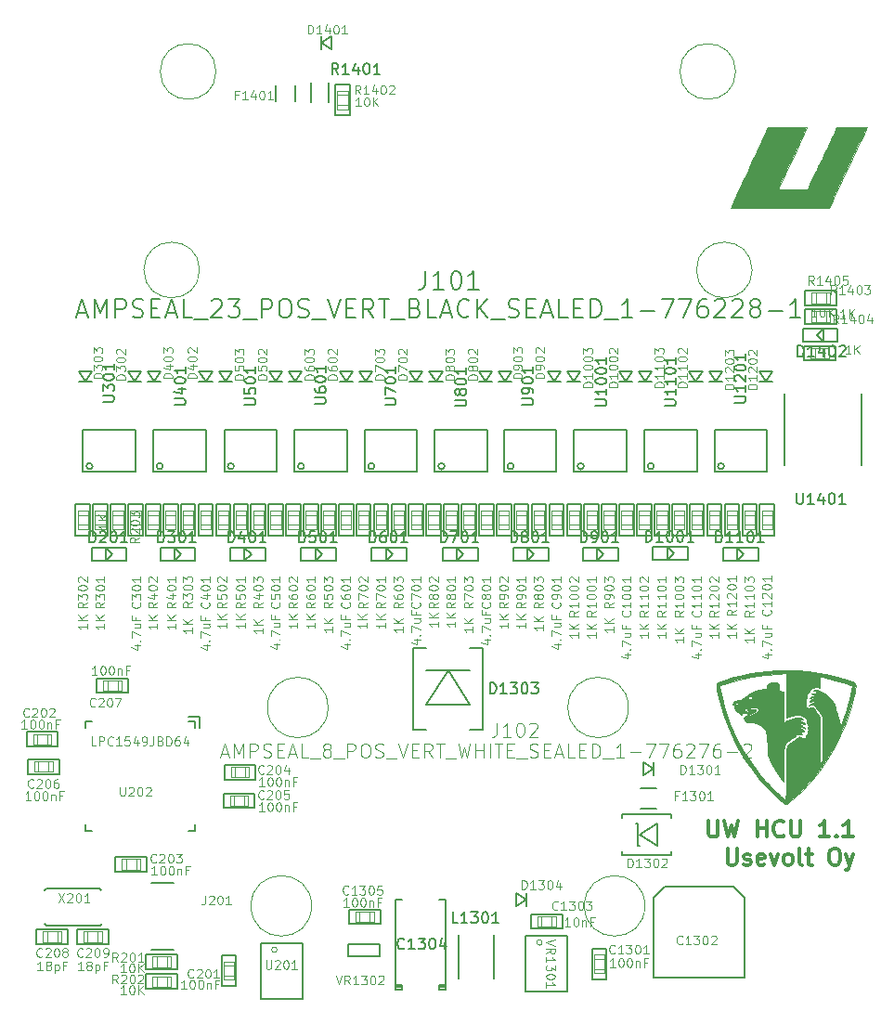
<source format=gto>
G04 #@! TF.GenerationSoftware,KiCad,Pcbnew,(5.0.0-rc2-dev-130-g0bdae22af-dirty)*
G04 #@! TF.CreationDate,2018-10-04T20:29:58+03:00*
G04 #@! TF.ProjectId,hcu,6863752E6B696361645F706362000000,rev?*
G04 #@! TF.SameCoordinates,Original*
G04 #@! TF.FileFunction,Legend,Top*
G04 #@! TF.FilePolarity,Positive*
%FSLAX46Y46*%
G04 Gerber Fmt 4.6, Leading zero omitted, Abs format (unit mm)*
G04 Created by KiCad (PCBNEW (5.0.0-rc2-dev-130-g0bdae22af-dirty)) date Thu Oct  4 20:29:58 2018*
%MOMM*%
%LPD*%
G01*
G04 APERTURE LIST*
%ADD10C,0.300000*%
%ADD11C,0.198120*%
%ADD12C,0.010000*%
%ADD13C,0.200000*%
%ADD14C,0.100000*%
%ADD15C,0.203200*%
%ADD16C,0.101600*%
%ADD17C,0.127000*%
%ADD18C,0.099060*%
%ADD19C,0.150000*%
%ADD20C,0.076200*%
G04 APERTURE END LIST*
D10*
X191776428Y-122503571D02*
X191776428Y-123717857D01*
X191847857Y-123860714D01*
X191919285Y-123932142D01*
X192062142Y-124003571D01*
X192347857Y-124003571D01*
X192490714Y-123932142D01*
X192562142Y-123860714D01*
X192633571Y-123717857D01*
X192633571Y-122503571D01*
X193205000Y-122503571D02*
X193562142Y-124003571D01*
X193847857Y-122932142D01*
X194133571Y-124003571D01*
X194490714Y-122503571D01*
X196205000Y-124003571D02*
X196205000Y-122503571D01*
X196205000Y-123217857D02*
X197062142Y-123217857D01*
X197062142Y-124003571D02*
X197062142Y-122503571D01*
X198633571Y-123860714D02*
X198562142Y-123932142D01*
X198347857Y-124003571D01*
X198205000Y-124003571D01*
X197990714Y-123932142D01*
X197847857Y-123789285D01*
X197776428Y-123646428D01*
X197705000Y-123360714D01*
X197705000Y-123146428D01*
X197776428Y-122860714D01*
X197847857Y-122717857D01*
X197990714Y-122575000D01*
X198205000Y-122503571D01*
X198347857Y-122503571D01*
X198562142Y-122575000D01*
X198633571Y-122646428D01*
X199276428Y-122503571D02*
X199276428Y-123717857D01*
X199347857Y-123860714D01*
X199419285Y-123932142D01*
X199562142Y-124003571D01*
X199847857Y-124003571D01*
X199990714Y-123932142D01*
X200062142Y-123860714D01*
X200133571Y-123717857D01*
X200133571Y-122503571D01*
X202776428Y-124003571D02*
X201919285Y-124003571D01*
X202347857Y-124003571D02*
X202347857Y-122503571D01*
X202205000Y-122717857D01*
X202062142Y-122860714D01*
X201919285Y-122932142D01*
X203419285Y-123860714D02*
X203490714Y-123932142D01*
X203419285Y-124003571D01*
X203347857Y-123932142D01*
X203419285Y-123860714D01*
X203419285Y-124003571D01*
X204919285Y-124003571D02*
X204062142Y-124003571D01*
X204490714Y-124003571D02*
X204490714Y-122503571D01*
X204347857Y-122717857D01*
X204205000Y-122860714D01*
X204062142Y-122932142D01*
X193490714Y-125053571D02*
X193490714Y-126267857D01*
X193562142Y-126410714D01*
X193633571Y-126482142D01*
X193776428Y-126553571D01*
X194062142Y-126553571D01*
X194205000Y-126482142D01*
X194276428Y-126410714D01*
X194347857Y-126267857D01*
X194347857Y-125053571D01*
X194990714Y-126482142D02*
X195133571Y-126553571D01*
X195419285Y-126553571D01*
X195562142Y-126482142D01*
X195633571Y-126339285D01*
X195633571Y-126267857D01*
X195562142Y-126125000D01*
X195419285Y-126053571D01*
X195205000Y-126053571D01*
X195062142Y-125982142D01*
X194990714Y-125839285D01*
X194990714Y-125767857D01*
X195062142Y-125625000D01*
X195205000Y-125553571D01*
X195419285Y-125553571D01*
X195562142Y-125625000D01*
X196847857Y-126482142D02*
X196705000Y-126553571D01*
X196419285Y-126553571D01*
X196276428Y-126482142D01*
X196205000Y-126339285D01*
X196205000Y-125767857D01*
X196276428Y-125625000D01*
X196419285Y-125553571D01*
X196705000Y-125553571D01*
X196847857Y-125625000D01*
X196919285Y-125767857D01*
X196919285Y-125910714D01*
X196205000Y-126053571D01*
X197419285Y-125553571D02*
X197776428Y-126553571D01*
X198133571Y-125553571D01*
X198919285Y-126553571D02*
X198776428Y-126482142D01*
X198705000Y-126410714D01*
X198633571Y-126267857D01*
X198633571Y-125839285D01*
X198705000Y-125696428D01*
X198776428Y-125625000D01*
X198919285Y-125553571D01*
X199133571Y-125553571D01*
X199276428Y-125625000D01*
X199347857Y-125696428D01*
X199419285Y-125839285D01*
X199419285Y-126267857D01*
X199347857Y-126410714D01*
X199276428Y-126482142D01*
X199133571Y-126553571D01*
X198919285Y-126553571D01*
X200276428Y-126553571D02*
X200133571Y-126482142D01*
X200062142Y-126339285D01*
X200062142Y-125053571D01*
X200633571Y-125553571D02*
X201205000Y-125553571D01*
X200847857Y-125053571D02*
X200847857Y-126339285D01*
X200919285Y-126482142D01*
X201062142Y-126553571D01*
X201205000Y-126553571D01*
X203133571Y-125053571D02*
X203419285Y-125053571D01*
X203562142Y-125125000D01*
X203705000Y-125267857D01*
X203776428Y-125553571D01*
X203776428Y-126053571D01*
X203705000Y-126339285D01*
X203562142Y-126482142D01*
X203419285Y-126553571D01*
X203133571Y-126553571D01*
X202990714Y-126482142D01*
X202847857Y-126339285D01*
X202776428Y-126053571D01*
X202776428Y-125553571D01*
X202847857Y-125267857D01*
X202990714Y-125125000D01*
X203133571Y-125053571D01*
X204276428Y-125553571D02*
X204633571Y-126553571D01*
X204990714Y-125553571D02*
X204633571Y-126553571D01*
X204490714Y-126910714D01*
X204419285Y-126982142D01*
X204276428Y-127053571D01*
D11*
X158906339Y-134895580D02*
X161801939Y-134895580D01*
X161801939Y-134895580D02*
X161801939Y-133796420D01*
X158906339Y-134895580D02*
X158906339Y-133796420D01*
X158906339Y-133796420D02*
X161801939Y-133796420D01*
D12*
G36*
X197949322Y-109903067D02*
X198088807Y-110000100D01*
X198167031Y-110171241D01*
X198190400Y-110412050D01*
X198190400Y-110683999D01*
X198596800Y-110748985D01*
X198596800Y-112164892D01*
X198597630Y-112532316D01*
X198599975Y-112864280D01*
X198603615Y-113147901D01*
X198608330Y-113370298D01*
X198613899Y-113518589D01*
X198620103Y-113579891D01*
X198620972Y-113580799D01*
X198675706Y-113556671D01*
X198781115Y-113496846D01*
X198811472Y-113478400D01*
X198980316Y-113394194D01*
X199207499Y-113306594D01*
X199459140Y-113226018D01*
X199701355Y-113162884D01*
X199900262Y-113127610D01*
X199965394Y-113123600D01*
X200170036Y-113161654D01*
X200280272Y-113227639D01*
X200400200Y-113331679D01*
X200235100Y-113299803D01*
X200110699Y-113293696D01*
X200067758Y-113329799D01*
X200103471Y-113393561D01*
X200215031Y-113470429D01*
X200273435Y-113498602D01*
X200412986Y-113577313D01*
X200513771Y-113664585D01*
X200530871Y-113689260D01*
X200560939Y-113753203D01*
X200540667Y-113762937D01*
X200452138Y-113721483D01*
X200424451Y-113707206D01*
X200280290Y-113656070D01*
X200171098Y-113660138D01*
X200121569Y-113717618D01*
X200120800Y-113729222D01*
X200162249Y-113781900D01*
X200264216Y-113846839D01*
X200286370Y-113857801D01*
X200417399Y-113939466D01*
X200510961Y-114031182D01*
X200514853Y-114037107D01*
X200550099Y-114099497D01*
X200534405Y-114112048D01*
X200450658Y-114077098D01*
X200399573Y-114052870D01*
X200273820Y-114002178D01*
X200199145Y-114003631D01*
X200158391Y-114034698D01*
X200121796Y-114095699D01*
X200156350Y-114123933D01*
X200250865Y-114176576D01*
X200358279Y-114258870D01*
X200444665Y-114342108D01*
X200476400Y-114394694D01*
X200435745Y-114406152D01*
X200334756Y-114379213D01*
X200301317Y-114366061D01*
X200161845Y-114324940D01*
X200100168Y-114344900D01*
X200119061Y-114418503D01*
X200221301Y-114538313D01*
X200232883Y-114549406D01*
X200323206Y-114642837D01*
X200334027Y-114677875D01*
X200298600Y-114670485D01*
X200098594Y-114612018D01*
X199949163Y-114614057D01*
X199815432Y-114682142D01*
X199723054Y-114761907D01*
X199588567Y-114876537D01*
X199403789Y-115016729D01*
X199205120Y-115155066D01*
X199173551Y-115175798D01*
X199031593Y-115268559D01*
X198916455Y-115351143D01*
X198825152Y-115435012D01*
X198754700Y-115531633D01*
X198702113Y-115652468D01*
X198664406Y-115808982D01*
X198638594Y-116012640D01*
X198621692Y-116274905D01*
X198610715Y-116607243D01*
X198602677Y-117021117D01*
X198596800Y-117390800D01*
X198571400Y-118991000D01*
X198235140Y-118508400D01*
X197924021Y-118041922D01*
X197654700Y-117597524D01*
X197437410Y-117192906D01*
X197300418Y-116891387D01*
X197254446Y-116769860D01*
X197219353Y-116651074D01*
X197192779Y-116516850D01*
X197172363Y-116349010D01*
X197155744Y-116129374D01*
X197140562Y-115839765D01*
X197128900Y-115570587D01*
X197110605Y-115177749D01*
X197089644Y-114871366D01*
X197062158Y-114636300D01*
X197024289Y-114457412D01*
X196972178Y-114319564D01*
X196901966Y-114207617D01*
X196809795Y-114106435D01*
X196739213Y-114041840D01*
X196496590Y-113841180D01*
X196292218Y-113706649D01*
X196099233Y-113626386D01*
X195890771Y-113588527D01*
X195695151Y-113580799D01*
X195486748Y-113576917D01*
X195348541Y-113560275D01*
X195249262Y-113523380D01*
X195157645Y-113458742D01*
X195146297Y-113449284D01*
X195024136Y-113307924D01*
X194990000Y-113168614D01*
X195006621Y-113059077D01*
X195077257Y-113005750D01*
X195146766Y-112988106D01*
X195284659Y-112935197D01*
X195336862Y-112860785D01*
X195311987Y-112781177D01*
X195218645Y-112712679D01*
X195065448Y-112671599D01*
X194976867Y-112666400D01*
X194851287Y-112672689D01*
X194803877Y-112701071D01*
X194811511Y-112765815D01*
X194812200Y-112768000D01*
X194818400Y-112851482D01*
X194762213Y-112858284D01*
X194647545Y-112788714D01*
X194600197Y-112751245D01*
X194478979Y-112662224D01*
X194375564Y-112603527D01*
X194367990Y-112600551D01*
X194262480Y-112518801D01*
X194262116Y-112518256D01*
X194609000Y-112518256D01*
X194794336Y-112489394D01*
X194975710Y-112490603D01*
X195155732Y-112564465D01*
X195164805Y-112569764D01*
X195307373Y-112640990D01*
X195376672Y-112642593D01*
X195373723Y-112574259D01*
X195345600Y-112514000D01*
X195306693Y-112425340D01*
X195303384Y-112389595D01*
X195358570Y-112377914D01*
X195487244Y-112360776D01*
X195661704Y-112341864D01*
X195664111Y-112341627D01*
X195853112Y-112327059D01*
X195964463Y-112331503D01*
X196020799Y-112357651D01*
X196038094Y-112386128D01*
X196029629Y-112497223D01*
X195923444Y-112611026D01*
X195723209Y-112723673D01*
X195713900Y-112727832D01*
X195585408Y-112799395D01*
X195508111Y-112870611D01*
X195498000Y-112897377D01*
X195520327Y-112957423D01*
X195593574Y-112959804D01*
X195727137Y-112902154D01*
X195913136Y-112792957D01*
X196077094Y-112678296D01*
X196215290Y-112560399D01*
X196286566Y-112479689D01*
X196343203Y-112382866D01*
X196340326Y-112327738D01*
X196282410Y-112276931D01*
X196159425Y-112233042D01*
X195964114Y-112214356D01*
X195721939Y-112218513D01*
X195458362Y-112243151D01*
X195198845Y-112285909D01*
X194968852Y-112344426D01*
X194796788Y-112414705D01*
X194609000Y-112518256D01*
X194262116Y-112518256D01*
X194165181Y-112373446D01*
X194096482Y-112201748D01*
X194075789Y-112066501D01*
X194063579Y-111962038D01*
X194033873Y-111925357D01*
X194028310Y-111927630D01*
X193964130Y-111919538D01*
X193944001Y-111896959D01*
X193948879Y-111820283D01*
X193994411Y-111764024D01*
X194143320Y-111764024D01*
X194145502Y-111830886D01*
X194179046Y-111881225D01*
X194285143Y-111950333D01*
X194408444Y-111919550D01*
X194415205Y-111915359D01*
X194424968Y-111867377D01*
X194336480Y-111797409D01*
X194327441Y-111792152D01*
X194209893Y-111747555D01*
X194143320Y-111764024D01*
X193994411Y-111764024D01*
X194023649Y-111727898D01*
X194142801Y-111639044D01*
X194280827Y-111572961D01*
X194405573Y-111548800D01*
X194685033Y-111502250D01*
X194962966Y-111371874D01*
X194976933Y-111360553D01*
X195363468Y-111360553D01*
X195368911Y-111393020D01*
X195449017Y-111439962D01*
X195567871Y-111439798D01*
X195675823Y-111395502D01*
X195699353Y-111373225D01*
X195734538Y-111276885D01*
X195683448Y-111209130D01*
X195609301Y-111194815D01*
X195502253Y-111223479D01*
X195409450Y-111287678D01*
X195363468Y-111360553D01*
X194976933Y-111360553D01*
X195210089Y-111171580D01*
X195218600Y-111162649D01*
X195358112Y-111036794D01*
X195498914Y-110944142D01*
X195574200Y-110914326D01*
X195747728Y-110864826D01*
X195919014Y-110785098D01*
X196090313Y-110682152D01*
X196276447Y-110605421D01*
X196552036Y-110553403D01*
X196644933Y-110543502D01*
X197039041Y-110507400D01*
X197094020Y-110278800D01*
X197147730Y-110118646D01*
X197230684Y-110019151D01*
X197326800Y-109961378D01*
X197492950Y-109905235D01*
X197688512Y-109874467D01*
X197742212Y-109872478D01*
X197949322Y-109903067D01*
X197949322Y-109903067D01*
G37*
X197949322Y-109903067D02*
X198088807Y-110000100D01*
X198167031Y-110171241D01*
X198190400Y-110412050D01*
X198190400Y-110683999D01*
X198596800Y-110748985D01*
X198596800Y-112164892D01*
X198597630Y-112532316D01*
X198599975Y-112864280D01*
X198603615Y-113147901D01*
X198608330Y-113370298D01*
X198613899Y-113518589D01*
X198620103Y-113579891D01*
X198620972Y-113580799D01*
X198675706Y-113556671D01*
X198781115Y-113496846D01*
X198811472Y-113478400D01*
X198980316Y-113394194D01*
X199207499Y-113306594D01*
X199459140Y-113226018D01*
X199701355Y-113162884D01*
X199900262Y-113127610D01*
X199965394Y-113123600D01*
X200170036Y-113161654D01*
X200280272Y-113227639D01*
X200400200Y-113331679D01*
X200235100Y-113299803D01*
X200110699Y-113293696D01*
X200067758Y-113329799D01*
X200103471Y-113393561D01*
X200215031Y-113470429D01*
X200273435Y-113498602D01*
X200412986Y-113577313D01*
X200513771Y-113664585D01*
X200530871Y-113689260D01*
X200560939Y-113753203D01*
X200540667Y-113762937D01*
X200452138Y-113721483D01*
X200424451Y-113707206D01*
X200280290Y-113656070D01*
X200171098Y-113660138D01*
X200121569Y-113717618D01*
X200120800Y-113729222D01*
X200162249Y-113781900D01*
X200264216Y-113846839D01*
X200286370Y-113857801D01*
X200417399Y-113939466D01*
X200510961Y-114031182D01*
X200514853Y-114037107D01*
X200550099Y-114099497D01*
X200534405Y-114112048D01*
X200450658Y-114077098D01*
X200399573Y-114052870D01*
X200273820Y-114002178D01*
X200199145Y-114003631D01*
X200158391Y-114034698D01*
X200121796Y-114095699D01*
X200156350Y-114123933D01*
X200250865Y-114176576D01*
X200358279Y-114258870D01*
X200444665Y-114342108D01*
X200476400Y-114394694D01*
X200435745Y-114406152D01*
X200334756Y-114379213D01*
X200301317Y-114366061D01*
X200161845Y-114324940D01*
X200100168Y-114344900D01*
X200119061Y-114418503D01*
X200221301Y-114538313D01*
X200232883Y-114549406D01*
X200323206Y-114642837D01*
X200334027Y-114677875D01*
X200298600Y-114670485D01*
X200098594Y-114612018D01*
X199949163Y-114614057D01*
X199815432Y-114682142D01*
X199723054Y-114761907D01*
X199588567Y-114876537D01*
X199403789Y-115016729D01*
X199205120Y-115155066D01*
X199173551Y-115175798D01*
X199031593Y-115268559D01*
X198916455Y-115351143D01*
X198825152Y-115435012D01*
X198754700Y-115531633D01*
X198702113Y-115652468D01*
X198664406Y-115808982D01*
X198638594Y-116012640D01*
X198621692Y-116274905D01*
X198610715Y-116607243D01*
X198602677Y-117021117D01*
X198596800Y-117390800D01*
X198571400Y-118991000D01*
X198235140Y-118508400D01*
X197924021Y-118041922D01*
X197654700Y-117597524D01*
X197437410Y-117192906D01*
X197300418Y-116891387D01*
X197254446Y-116769860D01*
X197219353Y-116651074D01*
X197192779Y-116516850D01*
X197172363Y-116349010D01*
X197155744Y-116129374D01*
X197140562Y-115839765D01*
X197128900Y-115570587D01*
X197110605Y-115177749D01*
X197089644Y-114871366D01*
X197062158Y-114636300D01*
X197024289Y-114457412D01*
X196972178Y-114319564D01*
X196901966Y-114207617D01*
X196809795Y-114106435D01*
X196739213Y-114041840D01*
X196496590Y-113841180D01*
X196292218Y-113706649D01*
X196099233Y-113626386D01*
X195890771Y-113588527D01*
X195695151Y-113580799D01*
X195486748Y-113576917D01*
X195348541Y-113560275D01*
X195249262Y-113523380D01*
X195157645Y-113458742D01*
X195146297Y-113449284D01*
X195024136Y-113307924D01*
X194990000Y-113168614D01*
X195006621Y-113059077D01*
X195077257Y-113005750D01*
X195146766Y-112988106D01*
X195284659Y-112935197D01*
X195336862Y-112860785D01*
X195311987Y-112781177D01*
X195218645Y-112712679D01*
X195065448Y-112671599D01*
X194976867Y-112666400D01*
X194851287Y-112672689D01*
X194803877Y-112701071D01*
X194811511Y-112765815D01*
X194812200Y-112768000D01*
X194818400Y-112851482D01*
X194762213Y-112858284D01*
X194647545Y-112788714D01*
X194600197Y-112751245D01*
X194478979Y-112662224D01*
X194375564Y-112603527D01*
X194367990Y-112600551D01*
X194262480Y-112518801D01*
X194262116Y-112518256D01*
X194609000Y-112518256D01*
X194794336Y-112489394D01*
X194975710Y-112490603D01*
X195155732Y-112564465D01*
X195164805Y-112569764D01*
X195307373Y-112640990D01*
X195376672Y-112642593D01*
X195373723Y-112574259D01*
X195345600Y-112514000D01*
X195306693Y-112425340D01*
X195303384Y-112389595D01*
X195358570Y-112377914D01*
X195487244Y-112360776D01*
X195661704Y-112341864D01*
X195664111Y-112341627D01*
X195853112Y-112327059D01*
X195964463Y-112331503D01*
X196020799Y-112357651D01*
X196038094Y-112386128D01*
X196029629Y-112497223D01*
X195923444Y-112611026D01*
X195723209Y-112723673D01*
X195713900Y-112727832D01*
X195585408Y-112799395D01*
X195508111Y-112870611D01*
X195498000Y-112897377D01*
X195520327Y-112957423D01*
X195593574Y-112959804D01*
X195727137Y-112902154D01*
X195913136Y-112792957D01*
X196077094Y-112678296D01*
X196215290Y-112560399D01*
X196286566Y-112479689D01*
X196343203Y-112382866D01*
X196340326Y-112327738D01*
X196282410Y-112276931D01*
X196159425Y-112233042D01*
X195964114Y-112214356D01*
X195721939Y-112218513D01*
X195458362Y-112243151D01*
X195198845Y-112285909D01*
X194968852Y-112344426D01*
X194796788Y-112414705D01*
X194609000Y-112518256D01*
X194262116Y-112518256D01*
X194165181Y-112373446D01*
X194096482Y-112201748D01*
X194075789Y-112066501D01*
X194063579Y-111962038D01*
X194033873Y-111925357D01*
X194028310Y-111927630D01*
X193964130Y-111919538D01*
X193944001Y-111896959D01*
X193948879Y-111820283D01*
X193994411Y-111764024D01*
X194143320Y-111764024D01*
X194145502Y-111830886D01*
X194179046Y-111881225D01*
X194285143Y-111950333D01*
X194408444Y-111919550D01*
X194415205Y-111915359D01*
X194424968Y-111867377D01*
X194336480Y-111797409D01*
X194327441Y-111792152D01*
X194209893Y-111747555D01*
X194143320Y-111764024D01*
X193994411Y-111764024D01*
X194023649Y-111727898D01*
X194142801Y-111639044D01*
X194280827Y-111572961D01*
X194405573Y-111548800D01*
X194685033Y-111502250D01*
X194962966Y-111371874D01*
X194976933Y-111360553D01*
X195363468Y-111360553D01*
X195368911Y-111393020D01*
X195449017Y-111439962D01*
X195567871Y-111439798D01*
X195675823Y-111395502D01*
X195699353Y-111373225D01*
X195734538Y-111276885D01*
X195683448Y-111209130D01*
X195609301Y-111194815D01*
X195502253Y-111223479D01*
X195409450Y-111287678D01*
X195363468Y-111360553D01*
X194976933Y-111360553D01*
X195210089Y-111171580D01*
X195218600Y-111162649D01*
X195358112Y-111036794D01*
X195498914Y-110944142D01*
X195574200Y-110914326D01*
X195747728Y-110864826D01*
X195919014Y-110785098D01*
X196090313Y-110682152D01*
X196276447Y-110605421D01*
X196552036Y-110553403D01*
X196644933Y-110543502D01*
X197039041Y-110507400D01*
X197094020Y-110278800D01*
X197147730Y-110118646D01*
X197230684Y-110019151D01*
X197326800Y-109961378D01*
X197492950Y-109905235D01*
X197688512Y-109874467D01*
X197742212Y-109872478D01*
X197949322Y-109903067D01*
G36*
X199845004Y-108807593D02*
X200820670Y-108898682D01*
X201811336Y-109043565D01*
X202795370Y-109239254D01*
X203751138Y-109482762D01*
X204381610Y-109676696D01*
X204627510Y-109763261D01*
X204845063Y-109849208D01*
X205012114Y-109925144D01*
X205106506Y-109981673D01*
X205111288Y-109986088D01*
X205159259Y-110053963D01*
X205184326Y-110148889D01*
X205185565Y-110285153D01*
X205162048Y-110477044D01*
X205112851Y-110738852D01*
X205041288Y-111066200D01*
X204693508Y-112375123D01*
X204253958Y-113645830D01*
X203725132Y-114873758D01*
X203109525Y-116054348D01*
X202409632Y-117183036D01*
X201627949Y-118255264D01*
X200766969Y-119266468D01*
X200274108Y-119781368D01*
X199886709Y-120163752D01*
X199561680Y-120470893D01*
X199296010Y-120705321D01*
X199086688Y-120869563D01*
X198930704Y-120966147D01*
X198825400Y-120997600D01*
X198721740Y-120964163D01*
X198568185Y-120872787D01*
X198387184Y-120736868D01*
X198383537Y-120733868D01*
X197948843Y-120351347D01*
X197482846Y-119897523D01*
X197001883Y-119390833D01*
X196522290Y-118849713D01*
X196060401Y-118292600D01*
X195632554Y-117737931D01*
X195255083Y-117204141D01*
X195252233Y-117199888D01*
X194577708Y-116121941D01*
X193996622Y-115037207D01*
X193501363Y-113928334D01*
X193084322Y-112777968D01*
X192737888Y-111568755D01*
X192680803Y-111336689D01*
X192590281Y-110952058D01*
X192524994Y-110652835D01*
X192483640Y-110426355D01*
X192465779Y-110267599D01*
X192779069Y-110267599D01*
X192783176Y-110318767D01*
X192988537Y-111243043D01*
X193210371Y-112088508D01*
X193456124Y-112877551D01*
X193733240Y-113632559D01*
X194049164Y-114375922D01*
X194327271Y-114961971D01*
X194968507Y-116143887D01*
X195695820Y-117271880D01*
X196508826Y-118345379D01*
X197033523Y-118958529D01*
X197233241Y-119175563D01*
X197457301Y-119408717D01*
X197694595Y-119647533D01*
X197934014Y-119881556D01*
X198164452Y-120100326D01*
X198374801Y-120293386D01*
X198553951Y-120450280D01*
X198690796Y-120560549D01*
X198774227Y-120613737D01*
X198793124Y-120615079D01*
X198800155Y-120559291D01*
X198807722Y-120411987D01*
X198815586Y-120183248D01*
X198823506Y-119883153D01*
X198831244Y-119521783D01*
X198838559Y-119109219D01*
X198845214Y-118655542D01*
X198850800Y-118186737D01*
X198857994Y-117580782D01*
X198865813Y-117070472D01*
X198874466Y-116649850D01*
X198884162Y-116312961D01*
X198895110Y-116053851D01*
X198907518Y-115866564D01*
X198921597Y-115745145D01*
X198937555Y-115683638D01*
X198938718Y-115681473D01*
X199011252Y-115601669D01*
X199144274Y-115492859D01*
X199310469Y-115377162D01*
X199329311Y-115365149D01*
X199520890Y-115237888D01*
X199705518Y-115104868D01*
X199840834Y-114996882D01*
X200024281Y-114835813D01*
X200270507Y-114951138D01*
X200451482Y-115021610D01*
X200563946Y-115026542D01*
X200618814Y-114963749D01*
X200628800Y-114879422D01*
X200659917Y-114758794D01*
X200705000Y-114698400D01*
X200763012Y-114602180D01*
X200781200Y-114499139D01*
X200799585Y-114377721D01*
X200833887Y-114310432D01*
X200859812Y-114213639D01*
X200837597Y-114128922D01*
X200815696Y-113999217D01*
X200839184Y-113949535D01*
X200856643Y-113860652D01*
X200810074Y-113708281D01*
X200758019Y-113555605D01*
X200731327Y-113422407D01*
X200730400Y-113402707D01*
X200687761Y-113285387D01*
X200577346Y-113152280D01*
X200425402Y-113026092D01*
X200258179Y-112929530D01*
X200137787Y-112890070D01*
X199936194Y-112881564D01*
X199673860Y-112912990D01*
X199381033Y-112979072D01*
X199094510Y-113072036D01*
X198850800Y-113164638D01*
X198850800Y-112090802D01*
X200609654Y-112090802D01*
X200609889Y-112183740D01*
X200688670Y-112236118D01*
X200851864Y-112249773D01*
X201061124Y-112232336D01*
X201236017Y-112219211D01*
X201328193Y-112232590D01*
X201340000Y-112248807D01*
X201367979Y-112310122D01*
X201443059Y-112432178D01*
X201551949Y-112594014D01*
X201619400Y-112689548D01*
X201898800Y-113078973D01*
X201900405Y-115196786D01*
X201902010Y-117314600D01*
X202152800Y-117029534D01*
X202152800Y-113028325D01*
X201815913Y-112529862D01*
X201677140Y-112330035D01*
X201552411Y-112160445D01*
X201455885Y-112039715D01*
X201403510Y-111987416D01*
X201307497Y-111965814D01*
X201161888Y-111966407D01*
X201118097Y-111971068D01*
X200908200Y-111998704D01*
X201028127Y-111900752D01*
X201155795Y-111828667D01*
X201269427Y-111802800D01*
X201366119Y-111776621D01*
X201390800Y-111701200D01*
X201352352Y-111618932D01*
X201240188Y-111601942D01*
X201063907Y-111649142D01*
X200970044Y-111672029D01*
X200933600Y-111657142D01*
X200975841Y-111610418D01*
X201081710Y-111544608D01*
X201219921Y-111476879D01*
X201355919Y-111425396D01*
X201428591Y-111384745D01*
X201418360Y-111343924D01*
X201343304Y-111313980D01*
X201221500Y-111305960D01*
X201168313Y-111310747D01*
X200959000Y-111338304D01*
X201078927Y-111240352D01*
X201218854Y-111167365D01*
X201349861Y-111142400D01*
X201458514Y-111125613D01*
X201482464Y-111085654D01*
X201430919Y-111038125D01*
X201313086Y-110998628D01*
X201259829Y-110989836D01*
X201151605Y-110965586D01*
X201133128Y-110937216D01*
X201193071Y-110910906D01*
X201320104Y-110892837D01*
X201445754Y-110888400D01*
X201590207Y-110873243D01*
X201644098Y-110826197D01*
X201644800Y-110817635D01*
X201598533Y-110737957D01*
X201471595Y-110692078D01*
X201373945Y-110684422D01*
X201302159Y-110676324D01*
X201323230Y-110645682D01*
X201340000Y-110634400D01*
X201496790Y-110587482D01*
X201707474Y-110617267D01*
X201977099Y-110724567D01*
X202013616Y-110742671D01*
X202247145Y-110877166D01*
X202491203Y-111045561D01*
X202723915Y-111229859D01*
X202923408Y-111412062D01*
X203067807Y-111574175D01*
X203116928Y-111650400D01*
X203163187Y-111762652D01*
X203228265Y-111950184D01*
X203304711Y-112190130D01*
X203385068Y-112459624D01*
X203415017Y-112564800D01*
X203496630Y-112850669D01*
X203577791Y-113126722D01*
X203650517Y-113366337D01*
X203706820Y-113542888D01*
X203719743Y-113580800D01*
X203817584Y-113860200D01*
X203928793Y-113606200D01*
X204052671Y-113296030D01*
X204188360Y-112909603D01*
X204328934Y-112470518D01*
X204467467Y-112002373D01*
X204597032Y-111528769D01*
X204710703Y-111073305D01*
X204801554Y-110659580D01*
X204817443Y-110578331D01*
X204850450Y-110374323D01*
X204854577Y-110249952D01*
X204830224Y-110187564D01*
X204826380Y-110184169D01*
X204730895Y-110134389D01*
X204553330Y-110066589D01*
X204310638Y-109985441D01*
X204019771Y-109895619D01*
X203697685Y-109801794D01*
X203361330Y-109708639D01*
X203027662Y-109620826D01*
X202713632Y-109543028D01*
X202436195Y-109479918D01*
X202212303Y-109436167D01*
X202058909Y-109416449D01*
X202038500Y-109415802D01*
X201898800Y-109415200D01*
X201898800Y-110378456D01*
X201682900Y-110350760D01*
X201482673Y-110359535D01*
X201273182Y-110422746D01*
X201089441Y-110524938D01*
X200966469Y-110650658D01*
X200954662Y-110672150D01*
X200874426Y-110802765D01*
X200808628Y-110886158D01*
X200748994Y-110995744D01*
X200750515Y-111070746D01*
X200748873Y-111178527D01*
X200722256Y-111228412D01*
X200689907Y-111314637D01*
X200665009Y-111468040D01*
X200653557Y-111641073D01*
X200644126Y-111833795D01*
X200627496Y-111998738D01*
X200609654Y-112090802D01*
X198850800Y-112090802D01*
X198850800Y-109094493D01*
X198076100Y-109127055D01*
X196870863Y-109216195D01*
X195709423Y-109382943D01*
X194564642Y-109632167D01*
X193440600Y-109958570D01*
X193169674Y-110048221D01*
X192982051Y-110116282D01*
X192863739Y-110170421D01*
X192800742Y-110218304D01*
X192779069Y-110267599D01*
X192465779Y-110267599D01*
X192464918Y-110259952D01*
X192467527Y-110140961D01*
X192490167Y-110056717D01*
X192531537Y-109994553D01*
X192541843Y-109983756D01*
X192644465Y-109918291D01*
X192831888Y-109835562D01*
X193089635Y-109739884D01*
X193403224Y-109635574D01*
X193758178Y-109526948D01*
X194140015Y-109418321D01*
X194534258Y-109314010D01*
X194926425Y-109218331D01*
X195302039Y-109135600D01*
X195548800Y-109087441D01*
X196318177Y-108965758D01*
X197164281Y-108868371D01*
X198025208Y-108798749D01*
X198905973Y-108773286D01*
X199845004Y-108807593D01*
X199845004Y-108807593D01*
G37*
X199845004Y-108807593D02*
X200820670Y-108898682D01*
X201811336Y-109043565D01*
X202795370Y-109239254D01*
X203751138Y-109482762D01*
X204381610Y-109676696D01*
X204627510Y-109763261D01*
X204845063Y-109849208D01*
X205012114Y-109925144D01*
X205106506Y-109981673D01*
X205111288Y-109986088D01*
X205159259Y-110053963D01*
X205184326Y-110148889D01*
X205185565Y-110285153D01*
X205162048Y-110477044D01*
X205112851Y-110738852D01*
X205041288Y-111066200D01*
X204693508Y-112375123D01*
X204253958Y-113645830D01*
X203725132Y-114873758D01*
X203109525Y-116054348D01*
X202409632Y-117183036D01*
X201627949Y-118255264D01*
X200766969Y-119266468D01*
X200274108Y-119781368D01*
X199886709Y-120163752D01*
X199561680Y-120470893D01*
X199296010Y-120705321D01*
X199086688Y-120869563D01*
X198930704Y-120966147D01*
X198825400Y-120997600D01*
X198721740Y-120964163D01*
X198568185Y-120872787D01*
X198387184Y-120736868D01*
X198383537Y-120733868D01*
X197948843Y-120351347D01*
X197482846Y-119897523D01*
X197001883Y-119390833D01*
X196522290Y-118849713D01*
X196060401Y-118292600D01*
X195632554Y-117737931D01*
X195255083Y-117204141D01*
X195252233Y-117199888D01*
X194577708Y-116121941D01*
X193996622Y-115037207D01*
X193501363Y-113928334D01*
X193084322Y-112777968D01*
X192737888Y-111568755D01*
X192680803Y-111336689D01*
X192590281Y-110952058D01*
X192524994Y-110652835D01*
X192483640Y-110426355D01*
X192465779Y-110267599D01*
X192779069Y-110267599D01*
X192783176Y-110318767D01*
X192988537Y-111243043D01*
X193210371Y-112088508D01*
X193456124Y-112877551D01*
X193733240Y-113632559D01*
X194049164Y-114375922D01*
X194327271Y-114961971D01*
X194968507Y-116143887D01*
X195695820Y-117271880D01*
X196508826Y-118345379D01*
X197033523Y-118958529D01*
X197233241Y-119175563D01*
X197457301Y-119408717D01*
X197694595Y-119647533D01*
X197934014Y-119881556D01*
X198164452Y-120100326D01*
X198374801Y-120293386D01*
X198553951Y-120450280D01*
X198690796Y-120560549D01*
X198774227Y-120613737D01*
X198793124Y-120615079D01*
X198800155Y-120559291D01*
X198807722Y-120411987D01*
X198815586Y-120183248D01*
X198823506Y-119883153D01*
X198831244Y-119521783D01*
X198838559Y-119109219D01*
X198845214Y-118655542D01*
X198850800Y-118186737D01*
X198857994Y-117580782D01*
X198865813Y-117070472D01*
X198874466Y-116649850D01*
X198884162Y-116312961D01*
X198895110Y-116053851D01*
X198907518Y-115866564D01*
X198921597Y-115745145D01*
X198937555Y-115683638D01*
X198938718Y-115681473D01*
X199011252Y-115601669D01*
X199144274Y-115492859D01*
X199310469Y-115377162D01*
X199329311Y-115365149D01*
X199520890Y-115237888D01*
X199705518Y-115104868D01*
X199840834Y-114996882D01*
X200024281Y-114835813D01*
X200270507Y-114951138D01*
X200451482Y-115021610D01*
X200563946Y-115026542D01*
X200618814Y-114963749D01*
X200628800Y-114879422D01*
X200659917Y-114758794D01*
X200705000Y-114698400D01*
X200763012Y-114602180D01*
X200781200Y-114499139D01*
X200799585Y-114377721D01*
X200833887Y-114310432D01*
X200859812Y-114213639D01*
X200837597Y-114128922D01*
X200815696Y-113999217D01*
X200839184Y-113949535D01*
X200856643Y-113860652D01*
X200810074Y-113708281D01*
X200758019Y-113555605D01*
X200731327Y-113422407D01*
X200730400Y-113402707D01*
X200687761Y-113285387D01*
X200577346Y-113152280D01*
X200425402Y-113026092D01*
X200258179Y-112929530D01*
X200137787Y-112890070D01*
X199936194Y-112881564D01*
X199673860Y-112912990D01*
X199381033Y-112979072D01*
X199094510Y-113072036D01*
X198850800Y-113164638D01*
X198850800Y-112090802D01*
X200609654Y-112090802D01*
X200609889Y-112183740D01*
X200688670Y-112236118D01*
X200851864Y-112249773D01*
X201061124Y-112232336D01*
X201236017Y-112219211D01*
X201328193Y-112232590D01*
X201340000Y-112248807D01*
X201367979Y-112310122D01*
X201443059Y-112432178D01*
X201551949Y-112594014D01*
X201619400Y-112689548D01*
X201898800Y-113078973D01*
X201900405Y-115196786D01*
X201902010Y-117314600D01*
X202152800Y-117029534D01*
X202152800Y-113028325D01*
X201815913Y-112529862D01*
X201677140Y-112330035D01*
X201552411Y-112160445D01*
X201455885Y-112039715D01*
X201403510Y-111987416D01*
X201307497Y-111965814D01*
X201161888Y-111966407D01*
X201118097Y-111971068D01*
X200908200Y-111998704D01*
X201028127Y-111900752D01*
X201155795Y-111828667D01*
X201269427Y-111802800D01*
X201366119Y-111776621D01*
X201390800Y-111701200D01*
X201352352Y-111618932D01*
X201240188Y-111601942D01*
X201063907Y-111649142D01*
X200970044Y-111672029D01*
X200933600Y-111657142D01*
X200975841Y-111610418D01*
X201081710Y-111544608D01*
X201219921Y-111476879D01*
X201355919Y-111425396D01*
X201428591Y-111384745D01*
X201418360Y-111343924D01*
X201343304Y-111313980D01*
X201221500Y-111305960D01*
X201168313Y-111310747D01*
X200959000Y-111338304D01*
X201078927Y-111240352D01*
X201218854Y-111167365D01*
X201349861Y-111142400D01*
X201458514Y-111125613D01*
X201482464Y-111085654D01*
X201430919Y-111038125D01*
X201313086Y-110998628D01*
X201259829Y-110989836D01*
X201151605Y-110965586D01*
X201133128Y-110937216D01*
X201193071Y-110910906D01*
X201320104Y-110892837D01*
X201445754Y-110888400D01*
X201590207Y-110873243D01*
X201644098Y-110826197D01*
X201644800Y-110817635D01*
X201598533Y-110737957D01*
X201471595Y-110692078D01*
X201373945Y-110684422D01*
X201302159Y-110676324D01*
X201323230Y-110645682D01*
X201340000Y-110634400D01*
X201496790Y-110587482D01*
X201707474Y-110617267D01*
X201977099Y-110724567D01*
X202013616Y-110742671D01*
X202247145Y-110877166D01*
X202491203Y-111045561D01*
X202723915Y-111229859D01*
X202923408Y-111412062D01*
X203067807Y-111574175D01*
X203116928Y-111650400D01*
X203163187Y-111762652D01*
X203228265Y-111950184D01*
X203304711Y-112190130D01*
X203385068Y-112459624D01*
X203415017Y-112564800D01*
X203496630Y-112850669D01*
X203577791Y-113126722D01*
X203650517Y-113366337D01*
X203706820Y-113542888D01*
X203719743Y-113580800D01*
X203817584Y-113860200D01*
X203928793Y-113606200D01*
X204052671Y-113296030D01*
X204188360Y-112909603D01*
X204328934Y-112470518D01*
X204467467Y-112002373D01*
X204597032Y-111528769D01*
X204710703Y-111073305D01*
X204801554Y-110659580D01*
X204817443Y-110578331D01*
X204850450Y-110374323D01*
X204854577Y-110249952D01*
X204830224Y-110187564D01*
X204826380Y-110184169D01*
X204730895Y-110134389D01*
X204553330Y-110066589D01*
X204310638Y-109985441D01*
X204019771Y-109895619D01*
X203697685Y-109801794D01*
X203361330Y-109708639D01*
X203027662Y-109620826D01*
X202713632Y-109543028D01*
X202436195Y-109479918D01*
X202212303Y-109436167D01*
X202058909Y-109416449D01*
X202038500Y-109415802D01*
X201898800Y-109415200D01*
X201898800Y-110378456D01*
X201682900Y-110350760D01*
X201482673Y-110359535D01*
X201273182Y-110422746D01*
X201089441Y-110524938D01*
X200966469Y-110650658D01*
X200954662Y-110672150D01*
X200874426Y-110802765D01*
X200808628Y-110886158D01*
X200748994Y-110995744D01*
X200750515Y-111070746D01*
X200748873Y-111178527D01*
X200722256Y-111228412D01*
X200689907Y-111314637D01*
X200665009Y-111468040D01*
X200653557Y-111641073D01*
X200644126Y-111833795D01*
X200627496Y-111998738D01*
X200609654Y-112090802D01*
X198850800Y-112090802D01*
X198850800Y-109094493D01*
X198076100Y-109127055D01*
X196870863Y-109216195D01*
X195709423Y-109382943D01*
X194564642Y-109632167D01*
X193440600Y-109958570D01*
X193169674Y-110048221D01*
X192982051Y-110116282D01*
X192863739Y-110170421D01*
X192800742Y-110218304D01*
X192779069Y-110267599D01*
X192465779Y-110267599D01*
X192464918Y-110259952D01*
X192467527Y-110140961D01*
X192490167Y-110056717D01*
X192531537Y-109994553D01*
X192541843Y-109983756D01*
X192644465Y-109918291D01*
X192831888Y-109835562D01*
X193089635Y-109739884D01*
X193403224Y-109635574D01*
X193758178Y-109526948D01*
X194140015Y-109418321D01*
X194534258Y-109314010D01*
X194926425Y-109218331D01*
X195302039Y-109135600D01*
X195548800Y-109087441D01*
X196318177Y-108965758D01*
X197164281Y-108868371D01*
X198025208Y-108798749D01*
X198905973Y-108773286D01*
X199845004Y-108807593D01*
G36*
X205193339Y-59292237D02*
X205518072Y-59294036D01*
X205793984Y-59296824D01*
X206007953Y-59300428D01*
X206146857Y-59304677D01*
X206197575Y-59309398D01*
X206197599Y-59309507D01*
X206177321Y-59359800D01*
X206122221Y-59482986D01*
X206040905Y-59660106D01*
X205949766Y-59855607D01*
X205788743Y-60198504D01*
X205606057Y-60587048D01*
X205406704Y-61010652D01*
X205195680Y-61458728D01*
X204977981Y-61920689D01*
X204758605Y-62385946D01*
X204542547Y-62843913D01*
X204334804Y-63284001D01*
X204140373Y-63695624D01*
X203964248Y-64068193D01*
X203811428Y-64391122D01*
X203686908Y-64653821D01*
X203595684Y-64845705D01*
X203542941Y-64955800D01*
X203456327Y-65138576D01*
X203342679Y-65384204D01*
X203215831Y-65662513D01*
X203089613Y-65943335D01*
X203071283Y-65984500D01*
X202771985Y-66657600D01*
X193795553Y-66657600D01*
X193829919Y-66549322D01*
X193861378Y-66471188D01*
X193928845Y-66317101D01*
X194025117Y-66103059D01*
X194142988Y-65845061D01*
X194275255Y-65559104D01*
X194293172Y-65520622D01*
X194397132Y-65297243D01*
X194538053Y-64994029D01*
X194710200Y-64623337D01*
X194907841Y-64197526D01*
X195125240Y-63728953D01*
X195356663Y-63229977D01*
X195596377Y-62712956D01*
X195838646Y-62190247D01*
X195951330Y-61947063D01*
X197180600Y-59293927D01*
X198968489Y-59292763D01*
X200756379Y-59291600D01*
X200634005Y-59558300D01*
X200589767Y-59654145D01*
X200507103Y-59832679D01*
X200390396Y-60084453D01*
X200244031Y-60400015D01*
X200072392Y-60769916D01*
X199879866Y-61184704D01*
X199670835Y-61634931D01*
X199449685Y-62111145D01*
X199319978Y-62390400D01*
X198128324Y-64955800D01*
X199429046Y-64969376D01*
X199782968Y-64971592D01*
X200103111Y-64970772D01*
X200375526Y-64967182D01*
X200586264Y-64961086D01*
X200721379Y-64952750D01*
X200766473Y-64943976D01*
X200794752Y-64891667D01*
X200862021Y-64756298D01*
X200964019Y-64546744D01*
X201096487Y-64271880D01*
X201255165Y-63940580D01*
X201435793Y-63561721D01*
X201634111Y-63144175D01*
X201845859Y-62696820D01*
X201894618Y-62593600D01*
X202117620Y-62121642D01*
X202335182Y-61661783D01*
X202541923Y-61225353D01*
X202732462Y-60823684D01*
X202901421Y-60468109D01*
X203043419Y-60169959D01*
X203153076Y-59940566D01*
X203225012Y-59791262D01*
X203227134Y-59786900D01*
X203468212Y-59291600D01*
X204832906Y-59291600D01*
X205193339Y-59292237D01*
X205193339Y-59292237D01*
G37*
X205193339Y-59292237D02*
X205518072Y-59294036D01*
X205793984Y-59296824D01*
X206007953Y-59300428D01*
X206146857Y-59304677D01*
X206197575Y-59309398D01*
X206197599Y-59309507D01*
X206177321Y-59359800D01*
X206122221Y-59482986D01*
X206040905Y-59660106D01*
X205949766Y-59855607D01*
X205788743Y-60198504D01*
X205606057Y-60587048D01*
X205406704Y-61010652D01*
X205195680Y-61458728D01*
X204977981Y-61920689D01*
X204758605Y-62385946D01*
X204542547Y-62843913D01*
X204334804Y-63284001D01*
X204140373Y-63695624D01*
X203964248Y-64068193D01*
X203811428Y-64391122D01*
X203686908Y-64653821D01*
X203595684Y-64845705D01*
X203542941Y-64955800D01*
X203456327Y-65138576D01*
X203342679Y-65384204D01*
X203215831Y-65662513D01*
X203089613Y-65943335D01*
X203071283Y-65984500D01*
X202771985Y-66657600D01*
X193795553Y-66657600D01*
X193829919Y-66549322D01*
X193861378Y-66471188D01*
X193928845Y-66317101D01*
X194025117Y-66103059D01*
X194142988Y-65845061D01*
X194275255Y-65559104D01*
X194293172Y-65520622D01*
X194397132Y-65297243D01*
X194538053Y-64994029D01*
X194710200Y-64623337D01*
X194907841Y-64197526D01*
X195125240Y-63728953D01*
X195356663Y-63229977D01*
X195596377Y-62712956D01*
X195838646Y-62190247D01*
X195951330Y-61947063D01*
X197180600Y-59293927D01*
X198968489Y-59292763D01*
X200756379Y-59291600D01*
X200634005Y-59558300D01*
X200589767Y-59654145D01*
X200507103Y-59832679D01*
X200390396Y-60084453D01*
X200244031Y-60400015D01*
X200072392Y-60769916D01*
X199879866Y-61184704D01*
X199670835Y-61634931D01*
X199449685Y-62111145D01*
X199319978Y-62390400D01*
X198128324Y-64955800D01*
X199429046Y-64969376D01*
X199782968Y-64971592D01*
X200103111Y-64970772D01*
X200375526Y-64967182D01*
X200586264Y-64961086D01*
X200721379Y-64952750D01*
X200766473Y-64943976D01*
X200794752Y-64891667D01*
X200862021Y-64756298D01*
X200964019Y-64546744D01*
X201096487Y-64271880D01*
X201255165Y-63940580D01*
X201435793Y-63561721D01*
X201634111Y-63144175D01*
X201845859Y-62696820D01*
X201894618Y-62593600D01*
X202117620Y-62121642D01*
X202335182Y-61661783D01*
X202541923Y-61225353D01*
X202732462Y-60823684D01*
X202901421Y-60468109D01*
X203043419Y-60169959D01*
X203153076Y-59940566D01*
X203225012Y-59791262D01*
X203227134Y-59786900D01*
X203468212Y-59291600D01*
X204832906Y-59291600D01*
X205193339Y-59292237D01*
D13*
X148660400Y-134777600D02*
X147339600Y-134777600D01*
X148660400Y-137622400D02*
X148660400Y-134777600D01*
X147339600Y-137622400D02*
X148660400Y-137622400D01*
X147339600Y-134777600D02*
X147339600Y-137622400D01*
D14*
X148482600Y-136657200D02*
X147517400Y-136657200D01*
X147517400Y-136657200D02*
X147517400Y-137038200D01*
X148482600Y-137038200D02*
X148482600Y-136657200D01*
X147517400Y-135742800D02*
X148482600Y-135742800D01*
X148482600Y-135742800D02*
X148482600Y-135361800D01*
X147517400Y-135361800D02*
X147517400Y-135742800D01*
X148482600Y-136657200D02*
X148482600Y-135742800D01*
X148482600Y-135361800D02*
X147517400Y-135361800D01*
X147517400Y-135742800D02*
X147517400Y-136657200D01*
X147517400Y-137038200D02*
X148482600Y-137038200D01*
D13*
X129577600Y-114439600D02*
X129577600Y-115760400D01*
X132422400Y-114439600D02*
X129577600Y-114439600D01*
X132422400Y-115760400D02*
X132422400Y-114439600D01*
X129577600Y-115760400D02*
X132422400Y-115760400D01*
D14*
X131457200Y-114617400D02*
X131457200Y-115582600D01*
X131457200Y-115582600D02*
X131838200Y-115582600D01*
X131838200Y-114617400D02*
X131457200Y-114617400D01*
X130542800Y-115582600D02*
X130542800Y-114617400D01*
X130542800Y-114617400D02*
X130161800Y-114617400D01*
X130161800Y-115582600D02*
X130542800Y-115582600D01*
X131457200Y-114617400D02*
X130542800Y-114617400D01*
X130161800Y-114617400D02*
X130161800Y-115582600D01*
X130542800Y-115582600D02*
X131457200Y-115582600D01*
X131838200Y-115582600D02*
X131838200Y-114617400D01*
X138261800Y-126017400D02*
X138261800Y-126982600D01*
X139557200Y-126017400D02*
X138642800Y-126017400D01*
X139938200Y-126982600D02*
X139938200Y-126017400D01*
X138642800Y-126982600D02*
X139557200Y-126982600D01*
X139938200Y-126017400D02*
X139557200Y-126017400D01*
X139557200Y-126982600D02*
X139938200Y-126982600D01*
X139557200Y-126017400D02*
X139557200Y-126982600D01*
X138261800Y-126982600D02*
X138642800Y-126982600D01*
X138642800Y-126017400D02*
X138261800Y-126017400D01*
X138642800Y-126982600D02*
X138642800Y-126017400D01*
D13*
X140522400Y-125839600D02*
X137677600Y-125839600D01*
X137677600Y-125839600D02*
X137677600Y-127160400D01*
X137677600Y-127160400D02*
X140522400Y-127160400D01*
X140522400Y-127160400D02*
X140522400Y-125839600D01*
X150460600Y-118760400D02*
X150460600Y-117439600D01*
X147615800Y-118760400D02*
X150460600Y-118760400D01*
X147615800Y-117439600D02*
X147615800Y-118760400D01*
X150460600Y-117439600D02*
X147615800Y-117439600D01*
D14*
X148581000Y-118582600D02*
X148581000Y-117617400D01*
X148581000Y-117617400D02*
X148200000Y-117617400D01*
X148200000Y-118582600D02*
X148581000Y-118582600D01*
X149495400Y-117617400D02*
X149495400Y-118582600D01*
X149495400Y-118582600D02*
X149876400Y-118582600D01*
X149876400Y-117617400D02*
X149495400Y-117617400D01*
X148581000Y-118582600D02*
X149495400Y-118582600D01*
X149876400Y-118582600D02*
X149876400Y-117617400D01*
X149495400Y-117617400D02*
X148581000Y-117617400D01*
X148200000Y-117617400D02*
X148200000Y-118582600D01*
X148100000Y-120217400D02*
X148100000Y-121182600D01*
X149395400Y-120217400D02*
X148481000Y-120217400D01*
X149776400Y-121182600D02*
X149776400Y-120217400D01*
X148481000Y-121182600D02*
X149395400Y-121182600D01*
X149776400Y-120217400D02*
X149395400Y-120217400D01*
X149395400Y-121182600D02*
X149776400Y-121182600D01*
X149395400Y-120217400D02*
X149395400Y-121182600D01*
X148100000Y-121182600D02*
X148481000Y-121182600D01*
X148481000Y-120217400D02*
X148100000Y-120217400D01*
X148481000Y-121182600D02*
X148481000Y-120217400D01*
D13*
X150360600Y-120039600D02*
X147515800Y-120039600D01*
X147515800Y-120039600D02*
X147515800Y-121360400D01*
X147515800Y-121360400D02*
X150360600Y-121360400D01*
X150360600Y-121360400D02*
X150360600Y-120039600D01*
X129677600Y-116939600D02*
X129677600Y-118260400D01*
X132522400Y-116939600D02*
X129677600Y-116939600D01*
X132522400Y-118260400D02*
X132522400Y-116939600D01*
X129677600Y-118260400D02*
X132522400Y-118260400D01*
D14*
X131557200Y-117117400D02*
X131557200Y-118082600D01*
X131557200Y-118082600D02*
X131938200Y-118082600D01*
X131938200Y-117117400D02*
X131557200Y-117117400D01*
X130642800Y-118082600D02*
X130642800Y-117117400D01*
X130642800Y-117117400D02*
X130261800Y-117117400D01*
X130261800Y-118082600D02*
X130642800Y-118082600D01*
X131557200Y-117117400D02*
X130642800Y-117117400D01*
X130261800Y-117117400D02*
X130261800Y-118082600D01*
X130642800Y-118082600D02*
X131557200Y-118082600D01*
X131938200Y-118082600D02*
X131938200Y-117117400D01*
X138238200Y-110682600D02*
X138238200Y-109717400D01*
X136942800Y-110682600D02*
X137857200Y-110682600D01*
X136561800Y-109717400D02*
X136561800Y-110682600D01*
X137857200Y-109717400D02*
X136942800Y-109717400D01*
X136561800Y-110682600D02*
X136942800Y-110682600D01*
X136942800Y-109717400D02*
X136561800Y-109717400D01*
X136942800Y-110682600D02*
X136942800Y-109717400D01*
X138238200Y-109717400D02*
X137857200Y-109717400D01*
X137857200Y-110682600D02*
X138238200Y-110682600D01*
X137857200Y-109717400D02*
X137857200Y-110682600D01*
D13*
X135977600Y-110860400D02*
X138822400Y-110860400D01*
X138822400Y-110860400D02*
X138822400Y-109539600D01*
X138822400Y-109539600D02*
X135977600Y-109539600D01*
X135977600Y-109539600D02*
X135977600Y-110860400D01*
D14*
X131061800Y-132617400D02*
X131061800Y-133582600D01*
X132357200Y-132617400D02*
X131442800Y-132617400D01*
X132738200Y-133582600D02*
X132738200Y-132617400D01*
X131442800Y-133582600D02*
X132357200Y-133582600D01*
X132738200Y-132617400D02*
X132357200Y-132617400D01*
X132357200Y-133582600D02*
X132738200Y-133582600D01*
X132357200Y-132617400D02*
X132357200Y-133582600D01*
X131061800Y-133582600D02*
X131442800Y-133582600D01*
X131442800Y-132617400D02*
X131061800Y-132617400D01*
X131442800Y-133582600D02*
X131442800Y-132617400D01*
D13*
X133322400Y-132439600D02*
X130477600Y-132439600D01*
X130477600Y-132439600D02*
X130477600Y-133760400D01*
X130477600Y-133760400D02*
X133322400Y-133760400D01*
X133322400Y-133760400D02*
X133322400Y-132439600D01*
D14*
X136438200Y-133582600D02*
X136438200Y-132617400D01*
X135142800Y-133582600D02*
X136057200Y-133582600D01*
X134761800Y-132617400D02*
X134761800Y-133582600D01*
X136057200Y-132617400D02*
X135142800Y-132617400D01*
X134761800Y-133582600D02*
X135142800Y-133582600D01*
X135142800Y-132617400D02*
X134761800Y-132617400D01*
X135142800Y-133582600D02*
X135142800Y-132617400D01*
X136438200Y-132617400D02*
X136057200Y-132617400D01*
X136057200Y-133582600D02*
X136438200Y-133582600D01*
X136057200Y-132617400D02*
X136057200Y-133582600D01*
D13*
X134177600Y-133760400D02*
X137022400Y-133760400D01*
X137022400Y-133760400D02*
X137022400Y-132439600D01*
X137022400Y-132439600D02*
X134177600Y-132439600D01*
X134177600Y-132439600D02*
X134177600Y-133760400D01*
D14*
X139017400Y-95938200D02*
X139982600Y-95938200D01*
X139017400Y-94642800D02*
X139017400Y-95557200D01*
X139982600Y-94261800D02*
X139017400Y-94261800D01*
X139982600Y-95557200D02*
X139982600Y-94642800D01*
X139017400Y-94261800D02*
X139017400Y-94642800D01*
X139982600Y-94642800D02*
X139982600Y-94261800D01*
X139017400Y-94642800D02*
X139982600Y-94642800D01*
X139982600Y-95938200D02*
X139982600Y-95557200D01*
X139017400Y-95557200D02*
X139017400Y-95938200D01*
X139982600Y-95557200D02*
X139017400Y-95557200D01*
D13*
X138839600Y-93677600D02*
X138839600Y-96522400D01*
X138839600Y-96522400D02*
X140160400Y-96522400D01*
X140160400Y-96522400D02*
X140160400Y-93677600D01*
X140160400Y-93677600D02*
X138839600Y-93677600D01*
D14*
X145417400Y-95938200D02*
X146382600Y-95938200D01*
X145417400Y-94642800D02*
X145417400Y-95557200D01*
X146382600Y-94261800D02*
X145417400Y-94261800D01*
X146382600Y-95557200D02*
X146382600Y-94642800D01*
X145417400Y-94261800D02*
X145417400Y-94642800D01*
X146382600Y-94642800D02*
X146382600Y-94261800D01*
X145417400Y-94642800D02*
X146382600Y-94642800D01*
X146382600Y-95938200D02*
X146382600Y-95557200D01*
X145417400Y-95557200D02*
X145417400Y-95938200D01*
X146382600Y-95557200D02*
X145417400Y-95557200D01*
D13*
X145239600Y-93677600D02*
X145239600Y-96522400D01*
X145239600Y-96522400D02*
X146560400Y-96522400D01*
X146560400Y-96522400D02*
X146560400Y-93677600D01*
X146560400Y-93677600D02*
X145239600Y-93677600D01*
X152960400Y-93677600D02*
X151639600Y-93677600D01*
X152960400Y-96522400D02*
X152960400Y-93677600D01*
X151639600Y-96522400D02*
X152960400Y-96522400D01*
X151639600Y-93677600D02*
X151639600Y-96522400D01*
D14*
X152782600Y-95557200D02*
X151817400Y-95557200D01*
X151817400Y-95557200D02*
X151817400Y-95938200D01*
X152782600Y-95938200D02*
X152782600Y-95557200D01*
X151817400Y-94642800D02*
X152782600Y-94642800D01*
X152782600Y-94642800D02*
X152782600Y-94261800D01*
X151817400Y-94261800D02*
X151817400Y-94642800D01*
X152782600Y-95557200D02*
X152782600Y-94642800D01*
X152782600Y-94261800D02*
X151817400Y-94261800D01*
X151817400Y-94642800D02*
X151817400Y-95557200D01*
X151817400Y-95938200D02*
X152782600Y-95938200D01*
X158217400Y-95938200D02*
X159182600Y-95938200D01*
X158217400Y-94642800D02*
X158217400Y-95557200D01*
X159182600Y-94261800D02*
X158217400Y-94261800D01*
X159182600Y-95557200D02*
X159182600Y-94642800D01*
X158217400Y-94261800D02*
X158217400Y-94642800D01*
X159182600Y-94642800D02*
X159182600Y-94261800D01*
X158217400Y-94642800D02*
X159182600Y-94642800D01*
X159182600Y-95938200D02*
X159182600Y-95557200D01*
X158217400Y-95557200D02*
X158217400Y-95938200D01*
X159182600Y-95557200D02*
X158217400Y-95557200D01*
D13*
X158039600Y-93677600D02*
X158039600Y-96522400D01*
X158039600Y-96522400D02*
X159360400Y-96522400D01*
X159360400Y-96522400D02*
X159360400Y-93677600D01*
X159360400Y-93677600D02*
X158039600Y-93677600D01*
X165760400Y-93677600D02*
X164439600Y-93677600D01*
X165760400Y-96522400D02*
X165760400Y-93677600D01*
X164439600Y-96522400D02*
X165760400Y-96522400D01*
X164439600Y-93677600D02*
X164439600Y-96522400D01*
D14*
X165582600Y-95557200D02*
X164617400Y-95557200D01*
X164617400Y-95557200D02*
X164617400Y-95938200D01*
X165582600Y-95938200D02*
X165582600Y-95557200D01*
X164617400Y-94642800D02*
X165582600Y-94642800D01*
X165582600Y-94642800D02*
X165582600Y-94261800D01*
X164617400Y-94261800D02*
X164617400Y-94642800D01*
X165582600Y-95557200D02*
X165582600Y-94642800D01*
X165582600Y-94261800D02*
X164617400Y-94261800D01*
X164617400Y-94642800D02*
X164617400Y-95557200D01*
X164617400Y-95938200D02*
X165582600Y-95938200D01*
X171017400Y-95938200D02*
X171982600Y-95938200D01*
X171017400Y-94642800D02*
X171017400Y-95557200D01*
X171982600Y-94261800D02*
X171017400Y-94261800D01*
X171982600Y-95557200D02*
X171982600Y-94642800D01*
X171017400Y-94261800D02*
X171017400Y-94642800D01*
X171982600Y-94642800D02*
X171982600Y-94261800D01*
X171017400Y-94642800D02*
X171982600Y-94642800D01*
X171982600Y-95938200D02*
X171982600Y-95557200D01*
X171017400Y-95557200D02*
X171017400Y-95938200D01*
X171982600Y-95557200D02*
X171017400Y-95557200D01*
D13*
X170839600Y-93677600D02*
X170839600Y-96522400D01*
X170839600Y-96522400D02*
X172160400Y-96522400D01*
X172160400Y-96522400D02*
X172160400Y-93677600D01*
X172160400Y-93677600D02*
X170839600Y-93677600D01*
X178560400Y-93677600D02*
X177239600Y-93677600D01*
X178560400Y-96522400D02*
X178560400Y-93677600D01*
X177239600Y-96522400D02*
X178560400Y-96522400D01*
X177239600Y-93677600D02*
X177239600Y-96522400D01*
D14*
X178382600Y-95557200D02*
X177417400Y-95557200D01*
X177417400Y-95557200D02*
X177417400Y-95938200D01*
X178382600Y-95938200D02*
X178382600Y-95557200D01*
X177417400Y-94642800D02*
X178382600Y-94642800D01*
X178382600Y-94642800D02*
X178382600Y-94261800D01*
X177417400Y-94261800D02*
X177417400Y-94642800D01*
X178382600Y-95557200D02*
X178382600Y-94642800D01*
X178382600Y-94261800D02*
X177417400Y-94261800D01*
X177417400Y-94642800D02*
X177417400Y-95557200D01*
X177417400Y-95938200D02*
X178382600Y-95938200D01*
X183817400Y-95938200D02*
X184782600Y-95938200D01*
X183817400Y-94642800D02*
X183817400Y-95557200D01*
X184782600Y-94261800D02*
X183817400Y-94261800D01*
X184782600Y-95557200D02*
X184782600Y-94642800D01*
X183817400Y-94261800D02*
X183817400Y-94642800D01*
X184782600Y-94642800D02*
X184782600Y-94261800D01*
X183817400Y-94642800D02*
X184782600Y-94642800D01*
X184782600Y-95938200D02*
X184782600Y-95557200D01*
X183817400Y-95557200D02*
X183817400Y-95938200D01*
X184782600Y-95557200D02*
X183817400Y-95557200D01*
D13*
X183639600Y-93677600D02*
X183639600Y-96522400D01*
X183639600Y-96522400D02*
X184960400Y-96522400D01*
X184960400Y-96522400D02*
X184960400Y-93677600D01*
X184960400Y-93677600D02*
X183639600Y-93677600D01*
D14*
X190217400Y-95938200D02*
X191182600Y-95938200D01*
X190217400Y-94642800D02*
X190217400Y-95557200D01*
X191182600Y-94261800D02*
X190217400Y-94261800D01*
X191182600Y-95557200D02*
X191182600Y-94642800D01*
X190217400Y-94261800D02*
X190217400Y-94642800D01*
X191182600Y-94642800D02*
X191182600Y-94261800D01*
X190217400Y-94642800D02*
X191182600Y-94642800D01*
X191182600Y-95938200D02*
X191182600Y-95557200D01*
X190217400Y-95557200D02*
X190217400Y-95938200D01*
X191182600Y-95557200D02*
X190217400Y-95557200D01*
D13*
X190039600Y-93677600D02*
X190039600Y-96522400D01*
X190039600Y-96522400D02*
X191360400Y-96522400D01*
X191360400Y-96522400D02*
X191360400Y-93677600D01*
X191360400Y-93677600D02*
X190039600Y-93677600D01*
X197760400Y-93677600D02*
X196439600Y-93677600D01*
X197760400Y-96522400D02*
X197760400Y-93677600D01*
X196439600Y-96522400D02*
X197760400Y-96522400D01*
X196439600Y-93677600D02*
X196439600Y-96522400D01*
D14*
X197582600Y-95557200D02*
X196617400Y-95557200D01*
X196617400Y-95557200D02*
X196617400Y-95938200D01*
X197582600Y-95938200D02*
X197582600Y-95557200D01*
X196617400Y-94642800D02*
X197582600Y-94642800D01*
X197582600Y-94642800D02*
X197582600Y-94261800D01*
X196617400Y-94261800D02*
X196617400Y-94642800D01*
X197582600Y-95557200D02*
X197582600Y-94642800D01*
X197582600Y-94261800D02*
X196617400Y-94261800D01*
X196617400Y-94642800D02*
X196617400Y-95557200D01*
X196617400Y-95938200D02*
X197582600Y-95938200D01*
D13*
X181139600Y-137022400D02*
X182460400Y-137022400D01*
X181139600Y-134177600D02*
X181139600Y-137022400D01*
X182460400Y-134177600D02*
X181139600Y-134177600D01*
X182460400Y-137022400D02*
X182460400Y-134177600D01*
D14*
X181317400Y-135142800D02*
X182282600Y-135142800D01*
X182282600Y-135142800D02*
X182282600Y-134761800D01*
X181317400Y-134761800D02*
X181317400Y-135142800D01*
X182282600Y-136057200D02*
X181317400Y-136057200D01*
X181317400Y-136057200D02*
X181317400Y-136438200D01*
X182282600Y-136438200D02*
X182282600Y-136057200D01*
X181317400Y-135142800D02*
X181317400Y-136057200D01*
X181317400Y-136438200D02*
X182282600Y-136438200D01*
X182282600Y-136057200D02*
X182282600Y-135142800D01*
X182282600Y-134761800D02*
X181317400Y-134761800D01*
D11*
X195047820Y-129550400D02*
X195047820Y-136847820D01*
X194049600Y-128552180D02*
X195047820Y-129550400D01*
X187750400Y-128552180D02*
X194049600Y-128552180D01*
X186752180Y-129550400D02*
X187750400Y-128552180D01*
X186752180Y-136847820D02*
X186752180Y-129550400D01*
X195047820Y-136847820D02*
X186752180Y-136847820D01*
D13*
X178422400Y-132360400D02*
X178422400Y-131039600D01*
X175577600Y-132360400D02*
X178422400Y-132360400D01*
X175577600Y-131039600D02*
X175577600Y-132360400D01*
X178422400Y-131039600D02*
X175577600Y-131039600D01*
D14*
X176542800Y-132182600D02*
X176542800Y-131217400D01*
X176542800Y-131217400D02*
X176161800Y-131217400D01*
X176161800Y-132182600D02*
X176542800Y-132182600D01*
X177457200Y-131217400D02*
X177457200Y-132182600D01*
X177457200Y-132182600D02*
X177838200Y-132182600D01*
X177838200Y-131217400D02*
X177457200Y-131217400D01*
X176542800Y-132182600D02*
X177457200Y-132182600D01*
X177838200Y-132182600D02*
X177838200Y-131217400D01*
X177457200Y-131217400D02*
X176542800Y-131217400D01*
X176161800Y-131217400D02*
X176161800Y-132182600D01*
D13*
X167800000Y-137900000D02*
X167800000Y-129700000D01*
X163200000Y-129700000D02*
X163200000Y-137900000D01*
X163200000Y-137900000D02*
X163800000Y-137900000D01*
X163200000Y-137700000D02*
X163800000Y-137700000D01*
X163800000Y-137500000D02*
X163200000Y-137500000D01*
X167800000Y-137900000D02*
X167200000Y-137900000D01*
X167200000Y-137700000D02*
X167800000Y-137700000D01*
X167800000Y-137500000D02*
X167200000Y-137500000D01*
X167800000Y-129700000D02*
X167200000Y-129700000D01*
X163200000Y-129700000D02*
X163800000Y-129700000D01*
X163800000Y-137500000D02*
X163800000Y-137900000D01*
X167200000Y-137900000D02*
X167200000Y-137500000D01*
X161822400Y-131960400D02*
X161822400Y-130639600D01*
X158977600Y-131960400D02*
X161822400Y-131960400D01*
X158977600Y-130639600D02*
X158977600Y-131960400D01*
X161822400Y-130639600D02*
X158977600Y-130639600D01*
D14*
X159942800Y-131782600D02*
X159942800Y-130817400D01*
X159942800Y-130817400D02*
X159561800Y-130817400D01*
X159561800Y-131782600D02*
X159942800Y-131782600D01*
X160857200Y-130817400D02*
X160857200Y-131782600D01*
X160857200Y-131782600D02*
X161238200Y-131782600D01*
X161238200Y-130817400D02*
X160857200Y-130817400D01*
X159942800Y-131782600D02*
X160857200Y-131782600D01*
X161238200Y-131782600D02*
X161238200Y-130817400D01*
X160857200Y-130817400D02*
X159942800Y-130817400D01*
X159561800Y-130817400D02*
X159561800Y-131782600D01*
D15*
X139999440Y-82449580D02*
X138800560Y-82449580D01*
X139400000Y-82449580D02*
X139999440Y-81550420D01*
X138800560Y-81550420D02*
X139400000Y-82449580D01*
X139999440Y-81550420D02*
X138800560Y-81550420D01*
X135499440Y-81550420D02*
X134300560Y-81550420D01*
X134300560Y-81550420D02*
X134900000Y-82449580D01*
X134900000Y-82449580D02*
X135499440Y-81550420D01*
X135499440Y-82449580D02*
X134300560Y-82449580D01*
X146499440Y-82449580D02*
X145300560Y-82449580D01*
X145900000Y-82449580D02*
X146499440Y-81550420D01*
X145300560Y-81550420D02*
X145900000Y-82449580D01*
X146499440Y-81550420D02*
X145300560Y-81550420D01*
X141799440Y-81550420D02*
X140600560Y-81550420D01*
X140600560Y-81550420D02*
X141200000Y-82449580D01*
X141200000Y-82449580D02*
X141799440Y-81550420D01*
X141799440Y-82449580D02*
X140600560Y-82449580D01*
X152899440Y-82449580D02*
X151700560Y-82449580D01*
X152300000Y-82449580D02*
X152899440Y-81550420D01*
X151700560Y-81550420D02*
X152300000Y-82449580D01*
X152899440Y-81550420D02*
X151700560Y-81550420D01*
X148299440Y-81550420D02*
X147100560Y-81550420D01*
X147100560Y-81550420D02*
X147700000Y-82449580D01*
X147700000Y-82449580D02*
X148299440Y-81550420D01*
X148299440Y-82449580D02*
X147100560Y-82449580D01*
X159299440Y-82449580D02*
X158100560Y-82449580D01*
X158700000Y-82449580D02*
X159299440Y-81550420D01*
X158100560Y-81550420D02*
X158700000Y-82449580D01*
X159299440Y-81550420D02*
X158100560Y-81550420D01*
X154699440Y-81550420D02*
X153500560Y-81550420D01*
X153500560Y-81550420D02*
X154100000Y-82449580D01*
X154100000Y-82449580D02*
X154699440Y-81550420D01*
X154699440Y-82449580D02*
X153500560Y-82449580D01*
X165699440Y-81550420D02*
X164500560Y-81550420D01*
X164500560Y-81550420D02*
X165100000Y-82449580D01*
X165100000Y-82449580D02*
X165699440Y-81550420D01*
X165699440Y-82449580D02*
X164500560Y-82449580D01*
X161099440Y-81550420D02*
X159900560Y-81550420D01*
X159900560Y-81550420D02*
X160500000Y-82449580D01*
X160500000Y-82449580D02*
X161099440Y-81550420D01*
X161099440Y-82449580D02*
X159900560Y-82449580D01*
X171999440Y-82449580D02*
X170800560Y-82449580D01*
X171400000Y-82449580D02*
X171999440Y-81550420D01*
X170800560Y-81550420D02*
X171400000Y-82449580D01*
X171999440Y-81550420D02*
X170800560Y-81550420D01*
X167499440Y-81550420D02*
X166300560Y-81550420D01*
X166300560Y-81550420D02*
X166900000Y-82449580D01*
X166900000Y-82449580D02*
X167499440Y-81550420D01*
X167499440Y-82449580D02*
X166300560Y-82449580D01*
X178299440Y-82449580D02*
X177100560Y-82449580D01*
X177700000Y-82449580D02*
X178299440Y-81550420D01*
X177100560Y-81550420D02*
X177700000Y-82449580D01*
X178299440Y-81550420D02*
X177100560Y-81550420D01*
X173799440Y-81550420D02*
X172600560Y-81550420D01*
X172600560Y-81550420D02*
X173200000Y-82449580D01*
X173200000Y-82449580D02*
X173799440Y-81550420D01*
X173799440Y-82449580D02*
X172600560Y-82449580D01*
X184799440Y-81550420D02*
X183600560Y-81550420D01*
X183600560Y-81550420D02*
X184200000Y-82449580D01*
X184200000Y-82449580D02*
X184799440Y-81550420D01*
X184799440Y-82449580D02*
X183600560Y-82449580D01*
X180099440Y-81550420D02*
X178900560Y-81550420D01*
X178900560Y-81550420D02*
X179500000Y-82449580D01*
X179500000Y-82449580D02*
X180099440Y-81550420D01*
X180099440Y-82449580D02*
X178900560Y-82449580D01*
X191199440Y-82449580D02*
X190000560Y-82449580D01*
X190600000Y-82449580D02*
X191199440Y-81550420D01*
X190000560Y-81550420D02*
X190600000Y-82449580D01*
X191199440Y-81550420D02*
X190000560Y-81550420D01*
X186599440Y-81550420D02*
X185400560Y-81550420D01*
X185400560Y-81550420D02*
X186000000Y-82449580D01*
X186000000Y-82449580D02*
X186599440Y-81550420D01*
X186599440Y-82449580D02*
X185400560Y-82449580D01*
X197599440Y-82449580D02*
X196400560Y-82449580D01*
X197000000Y-82449580D02*
X197599440Y-81550420D01*
X196400560Y-81550420D02*
X197000000Y-82449580D01*
X197599440Y-81550420D02*
X196400560Y-81550420D01*
X192999440Y-82449580D02*
X191800560Y-82449580D01*
X192400000Y-82449580D02*
X192999440Y-81550420D01*
X191800560Y-81550420D02*
X192400000Y-82449580D01*
X192999440Y-81550420D02*
X191800560Y-81550420D01*
X186749580Y-117200560D02*
X186749580Y-118399440D01*
X186749580Y-117800000D02*
X185850420Y-117200560D01*
X185850420Y-118399440D02*
X186749580Y-117800000D01*
X185850420Y-117200560D02*
X185850420Y-118399440D01*
X187098220Y-124798220D02*
X187098220Y-122801780D01*
X187098220Y-122801780D02*
X185500560Y-123800000D01*
X185500560Y-123800000D02*
X187098220Y-124798220D01*
X185500560Y-124798220D02*
X185302440Y-124798220D01*
X185302440Y-124798220D02*
X185302440Y-122801780D01*
X185302440Y-122801780D02*
X185101780Y-122801780D01*
X188398700Y-121900080D02*
X183900360Y-121900080D01*
X183900360Y-121900080D02*
X183900360Y-122301400D01*
X188398700Y-121900080D02*
X188398700Y-122301400D01*
X188398700Y-125298600D02*
X188398700Y-125699920D01*
X188398700Y-125699920D02*
X183900360Y-125699920D01*
X183900360Y-125699920D02*
X183900360Y-125298600D01*
D13*
X166000000Y-106750000D02*
X164850000Y-106750000D01*
X164850000Y-106750000D02*
X164850000Y-114250000D01*
X164850000Y-114250000D02*
X166000000Y-114250000D01*
X170000000Y-114250000D02*
X171150000Y-114250000D01*
X171150000Y-114250000D02*
X171150000Y-106750000D01*
X171150000Y-106750000D02*
X170000000Y-106750000D01*
X168000000Y-108800000D02*
X166000000Y-111950000D01*
X166000000Y-111950000D02*
X170000000Y-111950000D01*
X170000000Y-111950000D02*
X168000000Y-108800000D01*
X166000000Y-108800000D02*
X170000000Y-108800000D01*
D15*
X174250420Y-129100560D02*
X174250420Y-130299440D01*
X174250420Y-130299440D02*
X175149580Y-129700000D01*
X175149580Y-129700000D02*
X174250420Y-129100560D01*
X175149580Y-129100560D02*
X175149580Y-130299440D01*
X186998500Y-119600840D02*
X185601500Y-119600840D01*
X186998500Y-121399160D02*
X185601500Y-121399160D01*
X142960857Y-134296334D02*
X140928857Y-134296334D01*
X142960857Y-128200334D02*
X140928857Y-128200334D01*
D13*
X169000000Y-136900000D02*
X169000000Y-132900000D01*
X172200000Y-136900000D02*
X172200000Y-132900000D01*
D14*
X141061800Y-134917400D02*
X141061800Y-135882600D01*
X142357200Y-134917400D02*
X141442800Y-134917400D01*
X142738200Y-135882600D02*
X142738200Y-134917400D01*
X141442800Y-135882600D02*
X142357200Y-135882600D01*
X142738200Y-134917400D02*
X142357200Y-134917400D01*
X142357200Y-135882600D02*
X142738200Y-135882600D01*
X142357200Y-134917400D02*
X142357200Y-135882600D01*
X141061800Y-135882600D02*
X141442800Y-135882600D01*
X141442800Y-134917400D02*
X141061800Y-134917400D01*
X141442800Y-135882600D02*
X141442800Y-134917400D01*
D13*
X143322400Y-134739600D02*
X140477600Y-134739600D01*
X140477600Y-134739600D02*
X140477600Y-136060400D01*
X140477600Y-136060400D02*
X143322400Y-136060400D01*
X143322400Y-136060400D02*
X143322400Y-134739600D01*
D14*
X141061800Y-136717400D02*
X141061800Y-137682600D01*
X142357200Y-136717400D02*
X141442800Y-136717400D01*
X142738200Y-137682600D02*
X142738200Y-136717400D01*
X141442800Y-137682600D02*
X142357200Y-137682600D01*
X142738200Y-136717400D02*
X142357200Y-136717400D01*
X142357200Y-137682600D02*
X142738200Y-137682600D01*
X142357200Y-136717400D02*
X142357200Y-137682600D01*
X141061800Y-137682600D02*
X141442800Y-137682600D01*
X141442800Y-136717400D02*
X141061800Y-136717400D01*
X141442800Y-137682600D02*
X141442800Y-136717400D01*
D13*
X143322400Y-136539600D02*
X140477600Y-136539600D01*
X140477600Y-136539600D02*
X140477600Y-137860400D01*
X140477600Y-137860400D02*
X143322400Y-137860400D01*
X143322400Y-137860400D02*
X143322400Y-136539600D01*
D14*
X135817400Y-95938200D02*
X136782600Y-95938200D01*
X135817400Y-94642800D02*
X135817400Y-95557200D01*
X136782600Y-94261800D02*
X135817400Y-94261800D01*
X136782600Y-95557200D02*
X136782600Y-94642800D01*
X135817400Y-94261800D02*
X135817400Y-94642800D01*
X136782600Y-94642800D02*
X136782600Y-94261800D01*
X135817400Y-94642800D02*
X136782600Y-94642800D01*
X136782600Y-95938200D02*
X136782600Y-95557200D01*
X135817400Y-95557200D02*
X135817400Y-95938200D01*
X136782600Y-95557200D02*
X135817400Y-95557200D01*
D13*
X135639600Y-93677600D02*
X135639600Y-96522400D01*
X135639600Y-96522400D02*
X136960400Y-96522400D01*
X136960400Y-96522400D02*
X136960400Y-93677600D01*
X136960400Y-93677600D02*
X135639600Y-93677600D01*
X135360400Y-93677600D02*
X134039600Y-93677600D01*
X135360400Y-96522400D02*
X135360400Y-93677600D01*
X134039600Y-96522400D02*
X135360400Y-96522400D01*
X134039600Y-93677600D02*
X134039600Y-96522400D01*
D14*
X135182600Y-95557200D02*
X134217400Y-95557200D01*
X134217400Y-95557200D02*
X134217400Y-95938200D01*
X135182600Y-95938200D02*
X135182600Y-95557200D01*
X134217400Y-94642800D02*
X135182600Y-94642800D01*
X135182600Y-94642800D02*
X135182600Y-94261800D01*
X134217400Y-94261800D02*
X134217400Y-94642800D01*
X135182600Y-95557200D02*
X135182600Y-94642800D01*
X135182600Y-94261800D02*
X134217400Y-94261800D01*
X134217400Y-94642800D02*
X134217400Y-95557200D01*
X134217400Y-95938200D02*
X135182600Y-95938200D01*
D13*
X143639600Y-96522400D02*
X144960400Y-96522400D01*
X143639600Y-93677600D02*
X143639600Y-96522400D01*
X144960400Y-93677600D02*
X143639600Y-93677600D01*
X144960400Y-96522400D02*
X144960400Y-93677600D01*
D14*
X143817400Y-94642800D02*
X144782600Y-94642800D01*
X144782600Y-94642800D02*
X144782600Y-94261800D01*
X143817400Y-94261800D02*
X143817400Y-94642800D01*
X144782600Y-95557200D02*
X143817400Y-95557200D01*
X143817400Y-95557200D02*
X143817400Y-95938200D01*
X144782600Y-95938200D02*
X144782600Y-95557200D01*
X143817400Y-94642800D02*
X143817400Y-95557200D01*
X143817400Y-95938200D02*
X144782600Y-95938200D01*
X144782600Y-95557200D02*
X144782600Y-94642800D01*
X144782600Y-94261800D02*
X143817400Y-94261800D01*
D13*
X143360400Y-93677600D02*
X142039600Y-93677600D01*
X143360400Y-96522400D02*
X143360400Y-93677600D01*
X142039600Y-96522400D02*
X143360400Y-96522400D01*
X142039600Y-93677600D02*
X142039600Y-96522400D01*
D14*
X143182600Y-95557200D02*
X142217400Y-95557200D01*
X142217400Y-95557200D02*
X142217400Y-95938200D01*
X143182600Y-95938200D02*
X143182600Y-95557200D01*
X142217400Y-94642800D02*
X143182600Y-94642800D01*
X143182600Y-94642800D02*
X143182600Y-94261800D01*
X142217400Y-94261800D02*
X142217400Y-94642800D01*
X143182600Y-95557200D02*
X143182600Y-94642800D01*
X143182600Y-94261800D02*
X142217400Y-94261800D01*
X142217400Y-94642800D02*
X142217400Y-95557200D01*
X142217400Y-95938200D02*
X143182600Y-95938200D01*
X140617400Y-95938200D02*
X141582600Y-95938200D01*
X140617400Y-94642800D02*
X140617400Y-95557200D01*
X141582600Y-94261800D02*
X140617400Y-94261800D01*
X141582600Y-95557200D02*
X141582600Y-94642800D01*
X140617400Y-94261800D02*
X140617400Y-94642800D01*
X141582600Y-94642800D02*
X141582600Y-94261800D01*
X140617400Y-94642800D02*
X141582600Y-94642800D01*
X141582600Y-95938200D02*
X141582600Y-95557200D01*
X140617400Y-95557200D02*
X140617400Y-95938200D01*
X141582600Y-95557200D02*
X140617400Y-95557200D01*
D13*
X140439600Y-93677600D02*
X140439600Y-96522400D01*
X140439600Y-96522400D02*
X141760400Y-96522400D01*
X141760400Y-96522400D02*
X141760400Y-93677600D01*
X141760400Y-93677600D02*
X140439600Y-93677600D01*
D14*
X151182600Y-94261800D02*
X150217400Y-94261800D01*
X151182600Y-95557200D02*
X151182600Y-94642800D01*
X150217400Y-95938200D02*
X151182600Y-95938200D01*
X150217400Y-94642800D02*
X150217400Y-95557200D01*
X151182600Y-95938200D02*
X151182600Y-95557200D01*
X150217400Y-95557200D02*
X150217400Y-95938200D01*
X151182600Y-95557200D02*
X150217400Y-95557200D01*
X150217400Y-94261800D02*
X150217400Y-94642800D01*
X151182600Y-94642800D02*
X151182600Y-94261800D01*
X150217400Y-94642800D02*
X151182600Y-94642800D01*
D13*
X151360400Y-96522400D02*
X151360400Y-93677600D01*
X151360400Y-93677600D02*
X150039600Y-93677600D01*
X150039600Y-93677600D02*
X150039600Y-96522400D01*
X150039600Y-96522400D02*
X151360400Y-96522400D01*
D14*
X148617400Y-95938200D02*
X149582600Y-95938200D01*
X148617400Y-94642800D02*
X148617400Y-95557200D01*
X149582600Y-94261800D02*
X148617400Y-94261800D01*
X149582600Y-95557200D02*
X149582600Y-94642800D01*
X148617400Y-94261800D02*
X148617400Y-94642800D01*
X149582600Y-94642800D02*
X149582600Y-94261800D01*
X148617400Y-94642800D02*
X149582600Y-94642800D01*
X149582600Y-95938200D02*
X149582600Y-95557200D01*
X148617400Y-95557200D02*
X148617400Y-95938200D01*
X149582600Y-95557200D02*
X148617400Y-95557200D01*
D13*
X148439600Y-93677600D02*
X148439600Y-96522400D01*
X148439600Y-96522400D02*
X149760400Y-96522400D01*
X149760400Y-96522400D02*
X149760400Y-93677600D01*
X149760400Y-93677600D02*
X148439600Y-93677600D01*
X148160400Y-93677600D02*
X146839600Y-93677600D01*
X148160400Y-96522400D02*
X148160400Y-93677600D01*
X146839600Y-96522400D02*
X148160400Y-96522400D01*
X146839600Y-93677600D02*
X146839600Y-96522400D01*
D14*
X147982600Y-95557200D02*
X147017400Y-95557200D01*
X147017400Y-95557200D02*
X147017400Y-95938200D01*
X147982600Y-95938200D02*
X147982600Y-95557200D01*
X147017400Y-94642800D02*
X147982600Y-94642800D01*
X147982600Y-94642800D02*
X147982600Y-94261800D01*
X147017400Y-94261800D02*
X147017400Y-94642800D01*
X147982600Y-95557200D02*
X147982600Y-94642800D01*
X147982600Y-94261800D02*
X147017400Y-94261800D01*
X147017400Y-94642800D02*
X147017400Y-95557200D01*
X147017400Y-95938200D02*
X147982600Y-95938200D01*
D13*
X156439600Y-96522400D02*
X157760400Y-96522400D01*
X156439600Y-93677600D02*
X156439600Y-96522400D01*
X157760400Y-93677600D02*
X156439600Y-93677600D01*
X157760400Y-96522400D02*
X157760400Y-93677600D01*
D14*
X156617400Y-94642800D02*
X157582600Y-94642800D01*
X157582600Y-94642800D02*
X157582600Y-94261800D01*
X156617400Y-94261800D02*
X156617400Y-94642800D01*
X157582600Y-95557200D02*
X156617400Y-95557200D01*
X156617400Y-95557200D02*
X156617400Y-95938200D01*
X157582600Y-95938200D02*
X157582600Y-95557200D01*
X156617400Y-94642800D02*
X156617400Y-95557200D01*
X156617400Y-95938200D02*
X157582600Y-95938200D01*
X157582600Y-95557200D02*
X157582600Y-94642800D01*
X157582600Y-94261800D02*
X156617400Y-94261800D01*
X155017400Y-95938200D02*
X155982600Y-95938200D01*
X155017400Y-94642800D02*
X155017400Y-95557200D01*
X155982600Y-94261800D02*
X155017400Y-94261800D01*
X155982600Y-95557200D02*
X155982600Y-94642800D01*
X155017400Y-94261800D02*
X155017400Y-94642800D01*
X155982600Y-94642800D02*
X155982600Y-94261800D01*
X155017400Y-94642800D02*
X155982600Y-94642800D01*
X155982600Y-95938200D02*
X155982600Y-95557200D01*
X155017400Y-95557200D02*
X155017400Y-95938200D01*
X155982600Y-95557200D02*
X155017400Y-95557200D01*
D13*
X154839600Y-93677600D02*
X154839600Y-96522400D01*
X154839600Y-96522400D02*
X156160400Y-96522400D01*
X156160400Y-96522400D02*
X156160400Y-93677600D01*
X156160400Y-93677600D02*
X154839600Y-93677600D01*
D14*
X153417400Y-95938200D02*
X154382600Y-95938200D01*
X153417400Y-94642800D02*
X153417400Y-95557200D01*
X154382600Y-94261800D02*
X153417400Y-94261800D01*
X154382600Y-95557200D02*
X154382600Y-94642800D01*
X153417400Y-94261800D02*
X153417400Y-94642800D01*
X154382600Y-94642800D02*
X154382600Y-94261800D01*
X153417400Y-94642800D02*
X154382600Y-94642800D01*
X154382600Y-95938200D02*
X154382600Y-95557200D01*
X153417400Y-95557200D02*
X153417400Y-95938200D01*
X154382600Y-95557200D02*
X153417400Y-95557200D01*
D13*
X153239600Y-93677600D02*
X153239600Y-96522400D01*
X153239600Y-96522400D02*
X154560400Y-96522400D01*
X154560400Y-96522400D02*
X154560400Y-93677600D01*
X154560400Y-93677600D02*
X153239600Y-93677600D01*
X162839600Y-96522400D02*
X164160400Y-96522400D01*
X162839600Y-93677600D02*
X162839600Y-96522400D01*
X164160400Y-93677600D02*
X162839600Y-93677600D01*
X164160400Y-96522400D02*
X164160400Y-93677600D01*
D14*
X163017400Y-94642800D02*
X163982600Y-94642800D01*
X163982600Y-94642800D02*
X163982600Y-94261800D01*
X163017400Y-94261800D02*
X163017400Y-94642800D01*
X163982600Y-95557200D02*
X163017400Y-95557200D01*
X163017400Y-95557200D02*
X163017400Y-95938200D01*
X163982600Y-95938200D02*
X163982600Y-95557200D01*
X163017400Y-94642800D02*
X163017400Y-95557200D01*
X163017400Y-95938200D02*
X163982600Y-95938200D01*
X163982600Y-95557200D02*
X163982600Y-94642800D01*
X163982600Y-94261800D02*
X163017400Y-94261800D01*
X161417400Y-95938200D02*
X162382600Y-95938200D01*
X161417400Y-94642800D02*
X161417400Y-95557200D01*
X162382600Y-94261800D02*
X161417400Y-94261800D01*
X162382600Y-95557200D02*
X162382600Y-94642800D01*
X161417400Y-94261800D02*
X161417400Y-94642800D01*
X162382600Y-94642800D02*
X162382600Y-94261800D01*
X161417400Y-94642800D02*
X162382600Y-94642800D01*
X162382600Y-95938200D02*
X162382600Y-95557200D01*
X161417400Y-95557200D02*
X161417400Y-95938200D01*
X162382600Y-95557200D02*
X161417400Y-95557200D01*
D13*
X161239600Y-93677600D02*
X161239600Y-96522400D01*
X161239600Y-96522400D02*
X162560400Y-96522400D01*
X162560400Y-96522400D02*
X162560400Y-93677600D01*
X162560400Y-93677600D02*
X161239600Y-93677600D01*
D14*
X159817400Y-95938200D02*
X160782600Y-95938200D01*
X159817400Y-94642800D02*
X159817400Y-95557200D01*
X160782600Y-94261800D02*
X159817400Y-94261800D01*
X160782600Y-95557200D02*
X160782600Y-94642800D01*
X159817400Y-94261800D02*
X159817400Y-94642800D01*
X160782600Y-94642800D02*
X160782600Y-94261800D01*
X159817400Y-94642800D02*
X160782600Y-94642800D01*
X160782600Y-95938200D02*
X160782600Y-95557200D01*
X159817400Y-95557200D02*
X159817400Y-95938200D01*
X160782600Y-95557200D02*
X159817400Y-95557200D01*
D13*
X159639600Y-93677600D02*
X159639600Y-96522400D01*
X159639600Y-96522400D02*
X160960400Y-96522400D01*
X160960400Y-96522400D02*
X160960400Y-93677600D01*
X160960400Y-93677600D02*
X159639600Y-93677600D01*
X169239600Y-96522400D02*
X170560400Y-96522400D01*
X169239600Y-93677600D02*
X169239600Y-96522400D01*
X170560400Y-93677600D02*
X169239600Y-93677600D01*
X170560400Y-96522400D02*
X170560400Y-93677600D01*
D14*
X169417400Y-94642800D02*
X170382600Y-94642800D01*
X170382600Y-94642800D02*
X170382600Y-94261800D01*
X169417400Y-94261800D02*
X169417400Y-94642800D01*
X170382600Y-95557200D02*
X169417400Y-95557200D01*
X169417400Y-95557200D02*
X169417400Y-95938200D01*
X170382600Y-95938200D02*
X170382600Y-95557200D01*
X169417400Y-94642800D02*
X169417400Y-95557200D01*
X169417400Y-95938200D02*
X170382600Y-95938200D01*
X170382600Y-95557200D02*
X170382600Y-94642800D01*
X170382600Y-94261800D02*
X169417400Y-94261800D01*
X167817400Y-95938200D02*
X168782600Y-95938200D01*
X167817400Y-94642800D02*
X167817400Y-95557200D01*
X168782600Y-94261800D02*
X167817400Y-94261800D01*
X168782600Y-95557200D02*
X168782600Y-94642800D01*
X167817400Y-94261800D02*
X167817400Y-94642800D01*
X168782600Y-94642800D02*
X168782600Y-94261800D01*
X167817400Y-94642800D02*
X168782600Y-94642800D01*
X168782600Y-95938200D02*
X168782600Y-95557200D01*
X167817400Y-95557200D02*
X167817400Y-95938200D01*
X168782600Y-95557200D02*
X167817400Y-95557200D01*
D13*
X167639600Y-93677600D02*
X167639600Y-96522400D01*
X167639600Y-96522400D02*
X168960400Y-96522400D01*
X168960400Y-96522400D02*
X168960400Y-93677600D01*
X168960400Y-93677600D02*
X167639600Y-93677600D01*
D14*
X166217400Y-95938200D02*
X167182600Y-95938200D01*
X166217400Y-94642800D02*
X166217400Y-95557200D01*
X167182600Y-94261800D02*
X166217400Y-94261800D01*
X167182600Y-95557200D02*
X167182600Y-94642800D01*
X166217400Y-94261800D02*
X166217400Y-94642800D01*
X167182600Y-94642800D02*
X167182600Y-94261800D01*
X166217400Y-94642800D02*
X167182600Y-94642800D01*
X167182600Y-95938200D02*
X167182600Y-95557200D01*
X166217400Y-95557200D02*
X166217400Y-95938200D01*
X167182600Y-95557200D02*
X166217400Y-95557200D01*
D13*
X166039600Y-93677600D02*
X166039600Y-96522400D01*
X166039600Y-96522400D02*
X167360400Y-96522400D01*
X167360400Y-96522400D02*
X167360400Y-93677600D01*
X167360400Y-93677600D02*
X166039600Y-93677600D01*
D14*
X176782600Y-94261800D02*
X175817400Y-94261800D01*
X176782600Y-95557200D02*
X176782600Y-94642800D01*
X175817400Y-95938200D02*
X176782600Y-95938200D01*
X175817400Y-94642800D02*
X175817400Y-95557200D01*
X176782600Y-95938200D02*
X176782600Y-95557200D01*
X175817400Y-95557200D02*
X175817400Y-95938200D01*
X176782600Y-95557200D02*
X175817400Y-95557200D01*
X175817400Y-94261800D02*
X175817400Y-94642800D01*
X176782600Y-94642800D02*
X176782600Y-94261800D01*
X175817400Y-94642800D02*
X176782600Y-94642800D01*
D13*
X176960400Y-96522400D02*
X176960400Y-93677600D01*
X176960400Y-93677600D02*
X175639600Y-93677600D01*
X175639600Y-93677600D02*
X175639600Y-96522400D01*
X175639600Y-96522400D02*
X176960400Y-96522400D01*
X175360400Y-93677600D02*
X174039600Y-93677600D01*
X175360400Y-96522400D02*
X175360400Y-93677600D01*
X174039600Y-96522400D02*
X175360400Y-96522400D01*
X174039600Y-93677600D02*
X174039600Y-96522400D01*
D14*
X175182600Y-95557200D02*
X174217400Y-95557200D01*
X174217400Y-95557200D02*
X174217400Y-95938200D01*
X175182600Y-95938200D02*
X175182600Y-95557200D01*
X174217400Y-94642800D02*
X175182600Y-94642800D01*
X175182600Y-94642800D02*
X175182600Y-94261800D01*
X174217400Y-94261800D02*
X174217400Y-94642800D01*
X175182600Y-95557200D02*
X175182600Y-94642800D01*
X175182600Y-94261800D02*
X174217400Y-94261800D01*
X174217400Y-94642800D02*
X174217400Y-95557200D01*
X174217400Y-95938200D02*
X175182600Y-95938200D01*
X172617400Y-95938200D02*
X173582600Y-95938200D01*
X172617400Y-94642800D02*
X172617400Y-95557200D01*
X173582600Y-94261800D02*
X172617400Y-94261800D01*
X173582600Y-95557200D02*
X173582600Y-94642800D01*
X172617400Y-94261800D02*
X172617400Y-94642800D01*
X173582600Y-94642800D02*
X173582600Y-94261800D01*
X172617400Y-94642800D02*
X173582600Y-94642800D01*
X173582600Y-95938200D02*
X173582600Y-95557200D01*
X172617400Y-95557200D02*
X172617400Y-95938200D01*
X173582600Y-95557200D02*
X172617400Y-95557200D01*
D13*
X172439600Y-93677600D02*
X172439600Y-96522400D01*
X172439600Y-96522400D02*
X173760400Y-96522400D01*
X173760400Y-96522400D02*
X173760400Y-93677600D01*
X173760400Y-93677600D02*
X172439600Y-93677600D01*
X182039600Y-96522400D02*
X183360400Y-96522400D01*
X182039600Y-93677600D02*
X182039600Y-96522400D01*
X183360400Y-93677600D02*
X182039600Y-93677600D01*
X183360400Y-96522400D02*
X183360400Y-93677600D01*
D14*
X182217400Y-94642800D02*
X183182600Y-94642800D01*
X183182600Y-94642800D02*
X183182600Y-94261800D01*
X182217400Y-94261800D02*
X182217400Y-94642800D01*
X183182600Y-95557200D02*
X182217400Y-95557200D01*
X182217400Y-95557200D02*
X182217400Y-95938200D01*
X183182600Y-95938200D02*
X183182600Y-95557200D01*
X182217400Y-94642800D02*
X182217400Y-95557200D01*
X182217400Y-95938200D02*
X183182600Y-95938200D01*
X183182600Y-95557200D02*
X183182600Y-94642800D01*
X183182600Y-94261800D02*
X182217400Y-94261800D01*
D13*
X181760400Y-93677600D02*
X180439600Y-93677600D01*
X181760400Y-96522400D02*
X181760400Y-93677600D01*
X180439600Y-96522400D02*
X181760400Y-96522400D01*
X180439600Y-93677600D02*
X180439600Y-96522400D01*
D14*
X181582600Y-95557200D02*
X180617400Y-95557200D01*
X180617400Y-95557200D02*
X180617400Y-95938200D01*
X181582600Y-95938200D02*
X181582600Y-95557200D01*
X180617400Y-94642800D02*
X181582600Y-94642800D01*
X181582600Y-94642800D02*
X181582600Y-94261800D01*
X180617400Y-94261800D02*
X180617400Y-94642800D01*
X181582600Y-95557200D02*
X181582600Y-94642800D01*
X181582600Y-94261800D02*
X180617400Y-94261800D01*
X180617400Y-94642800D02*
X180617400Y-95557200D01*
X180617400Y-95938200D02*
X181582600Y-95938200D01*
X179017400Y-95938200D02*
X179982600Y-95938200D01*
X179017400Y-94642800D02*
X179017400Y-95557200D01*
X179982600Y-94261800D02*
X179017400Y-94261800D01*
X179982600Y-95557200D02*
X179982600Y-94642800D01*
X179017400Y-94261800D02*
X179017400Y-94642800D01*
X179982600Y-94642800D02*
X179982600Y-94261800D01*
X179017400Y-94642800D02*
X179982600Y-94642800D01*
X179982600Y-95938200D02*
X179982600Y-95557200D01*
X179017400Y-95557200D02*
X179017400Y-95938200D01*
X179982600Y-95557200D02*
X179017400Y-95557200D01*
D13*
X178839600Y-93677600D02*
X178839600Y-96522400D01*
X178839600Y-96522400D02*
X180160400Y-96522400D01*
X180160400Y-96522400D02*
X180160400Y-93677600D01*
X180160400Y-93677600D02*
X178839600Y-93677600D01*
X188439600Y-96522400D02*
X189760400Y-96522400D01*
X188439600Y-93677600D02*
X188439600Y-96522400D01*
X189760400Y-93677600D02*
X188439600Y-93677600D01*
X189760400Y-96522400D02*
X189760400Y-93677600D01*
D14*
X188617400Y-94642800D02*
X189582600Y-94642800D01*
X189582600Y-94642800D02*
X189582600Y-94261800D01*
X188617400Y-94261800D02*
X188617400Y-94642800D01*
X189582600Y-95557200D02*
X188617400Y-95557200D01*
X188617400Y-95557200D02*
X188617400Y-95938200D01*
X189582600Y-95938200D02*
X189582600Y-95557200D01*
X188617400Y-94642800D02*
X188617400Y-95557200D01*
X188617400Y-95938200D02*
X189582600Y-95938200D01*
X189582600Y-95557200D02*
X189582600Y-94642800D01*
X189582600Y-94261800D02*
X188617400Y-94261800D01*
D13*
X188160400Y-93677600D02*
X186839600Y-93677600D01*
X188160400Y-96522400D02*
X188160400Y-93677600D01*
X186839600Y-96522400D02*
X188160400Y-96522400D01*
X186839600Y-93677600D02*
X186839600Y-96522400D01*
D14*
X187982600Y-95557200D02*
X187017400Y-95557200D01*
X187017400Y-95557200D02*
X187017400Y-95938200D01*
X187982600Y-95938200D02*
X187982600Y-95557200D01*
X187017400Y-94642800D02*
X187982600Y-94642800D01*
X187982600Y-94642800D02*
X187982600Y-94261800D01*
X187017400Y-94261800D02*
X187017400Y-94642800D01*
X187982600Y-95557200D02*
X187982600Y-94642800D01*
X187982600Y-94261800D02*
X187017400Y-94261800D01*
X187017400Y-94642800D02*
X187017400Y-95557200D01*
X187017400Y-95938200D02*
X187982600Y-95938200D01*
D13*
X186560400Y-93677600D02*
X185239600Y-93677600D01*
X186560400Y-96522400D02*
X186560400Y-93677600D01*
X185239600Y-96522400D02*
X186560400Y-96522400D01*
X185239600Y-93677600D02*
X185239600Y-96522400D01*
D14*
X186382600Y-95557200D02*
X185417400Y-95557200D01*
X185417400Y-95557200D02*
X185417400Y-95938200D01*
X186382600Y-95938200D02*
X186382600Y-95557200D01*
X185417400Y-94642800D02*
X186382600Y-94642800D01*
X186382600Y-94642800D02*
X186382600Y-94261800D01*
X185417400Y-94261800D02*
X185417400Y-94642800D01*
X186382600Y-95557200D02*
X186382600Y-94642800D01*
X186382600Y-94261800D02*
X185417400Y-94261800D01*
X185417400Y-94642800D02*
X185417400Y-95557200D01*
X185417400Y-95938200D02*
X186382600Y-95938200D01*
D13*
X194839600Y-96522400D02*
X196160400Y-96522400D01*
X194839600Y-93677600D02*
X194839600Y-96522400D01*
X196160400Y-93677600D02*
X194839600Y-93677600D01*
X196160400Y-96522400D02*
X196160400Y-93677600D01*
D14*
X195017400Y-94642800D02*
X195982600Y-94642800D01*
X195982600Y-94642800D02*
X195982600Y-94261800D01*
X195017400Y-94261800D02*
X195017400Y-94642800D01*
X195982600Y-95557200D02*
X195017400Y-95557200D01*
X195017400Y-95557200D02*
X195017400Y-95938200D01*
X195982600Y-95938200D02*
X195982600Y-95557200D01*
X195017400Y-94642800D02*
X195017400Y-95557200D01*
X195017400Y-95938200D02*
X195982600Y-95938200D01*
X195982600Y-95557200D02*
X195982600Y-94642800D01*
X195982600Y-94261800D02*
X195017400Y-94261800D01*
D13*
X194560400Y-93677600D02*
X193239600Y-93677600D01*
X194560400Y-96522400D02*
X194560400Y-93677600D01*
X193239600Y-96522400D02*
X194560400Y-96522400D01*
X193239600Y-93677600D02*
X193239600Y-96522400D01*
D14*
X194382600Y-95557200D02*
X193417400Y-95557200D01*
X193417400Y-95557200D02*
X193417400Y-95938200D01*
X194382600Y-95938200D02*
X194382600Y-95557200D01*
X193417400Y-94642800D02*
X194382600Y-94642800D01*
X194382600Y-94642800D02*
X194382600Y-94261800D01*
X193417400Y-94261800D02*
X193417400Y-94642800D01*
X194382600Y-95557200D02*
X194382600Y-94642800D01*
X194382600Y-94261800D02*
X193417400Y-94261800D01*
X193417400Y-94642800D02*
X193417400Y-95557200D01*
X193417400Y-95938200D02*
X194382600Y-95938200D01*
X191817400Y-95938200D02*
X192782600Y-95938200D01*
X191817400Y-94642800D02*
X191817400Y-95557200D01*
X192782600Y-94261800D02*
X191817400Y-94261800D01*
X192782600Y-95557200D02*
X192782600Y-94642800D01*
X191817400Y-94261800D02*
X191817400Y-94642800D01*
X192782600Y-94642800D02*
X192782600Y-94261800D01*
X191817400Y-94642800D02*
X192782600Y-94642800D01*
X192782600Y-95938200D02*
X192782600Y-95557200D01*
X191817400Y-95557200D02*
X191817400Y-95938200D01*
X192782600Y-95557200D02*
X191817400Y-95557200D01*
D13*
X191639600Y-93677600D02*
X191639600Y-96522400D01*
X191639600Y-96522400D02*
X192960400Y-96522400D01*
X192960400Y-96522400D02*
X192960400Y-93677600D01*
X192960400Y-93677600D02*
X191639600Y-93677600D01*
D15*
X154706957Y-133663266D02*
X154706957Y-138743266D01*
X154706957Y-138743266D02*
X150896957Y-138743266D01*
X150896957Y-138743266D02*
X150896957Y-133663266D01*
X150896957Y-133663266D02*
X154706957Y-133663266D01*
D16*
X152418404Y-134298266D02*
G75*
G03X152418404Y-134298266I-251447J0D01*
G01*
D11*
X134915100Y-123452540D02*
X134915100Y-122853100D01*
X135514540Y-123452540D02*
X134915100Y-123452540D01*
X134915100Y-114054540D02*
X134915100Y-113455100D01*
X144912540Y-114054540D02*
X144912540Y-113455100D01*
X144912540Y-123452540D02*
X144912540Y-122853100D01*
X144912540Y-113455100D02*
X144313100Y-113455100D01*
X135514540Y-113455100D02*
X134915100Y-113455100D01*
X144912540Y-123452540D02*
X144313100Y-123452540D01*
X145311320Y-114054540D02*
X145311320Y-113056320D01*
X145311320Y-113056320D02*
X144313100Y-113056320D01*
D13*
X135582843Y-90200000D02*
G75*
G03X135582843Y-90200000I-282843J0D01*
G01*
X134700000Y-90700000D02*
X134700000Y-86900000D01*
X134700000Y-90700000D02*
X139500000Y-90700000D01*
X139500000Y-86900000D02*
X139500000Y-90700000D01*
X134700000Y-86900000D02*
X139500000Y-86900000D01*
X141982843Y-90200000D02*
G75*
G03X141982843Y-90200000I-282843J0D01*
G01*
X141100000Y-90700000D02*
X141100000Y-86900000D01*
X141100000Y-90700000D02*
X145900000Y-90700000D01*
X145900000Y-86900000D02*
X145900000Y-90700000D01*
X141100000Y-86900000D02*
X145900000Y-86900000D01*
X147600000Y-86900000D02*
X152400000Y-86900000D01*
X152400000Y-86900000D02*
X152400000Y-90700000D01*
X147600000Y-90700000D02*
X152400000Y-90700000D01*
X147600000Y-90700000D02*
X147600000Y-86900000D01*
X148482843Y-90200000D02*
G75*
G03X148482843Y-90200000I-282843J0D01*
G01*
X154000000Y-86900000D02*
X158800000Y-86900000D01*
X158800000Y-86900000D02*
X158800000Y-90700000D01*
X154000000Y-90700000D02*
X158800000Y-90700000D01*
X154000000Y-90700000D02*
X154000000Y-86900000D01*
X154882843Y-90200000D02*
G75*
G03X154882843Y-90200000I-282843J0D01*
G01*
X160400000Y-86900000D02*
X165200000Y-86900000D01*
X165200000Y-86900000D02*
X165200000Y-90700000D01*
X160400000Y-90700000D02*
X165200000Y-90700000D01*
X160400000Y-90700000D02*
X160400000Y-86900000D01*
X161282843Y-90200000D02*
G75*
G03X161282843Y-90200000I-282843J0D01*
G01*
X166800000Y-86900000D02*
X171600000Y-86900000D01*
X171600000Y-86900000D02*
X171600000Y-90700000D01*
X166800000Y-90700000D02*
X171600000Y-90700000D01*
X166800000Y-90700000D02*
X166800000Y-86900000D01*
X167682843Y-90200000D02*
G75*
G03X167682843Y-90200000I-282843J0D01*
G01*
X173982843Y-90200000D02*
G75*
G03X173982843Y-90200000I-282843J0D01*
G01*
X173100000Y-90700000D02*
X173100000Y-86900000D01*
X173100000Y-90700000D02*
X177900000Y-90700000D01*
X177900000Y-86900000D02*
X177900000Y-90700000D01*
X173100000Y-86900000D02*
X177900000Y-86900000D01*
X180382843Y-90200000D02*
G75*
G03X180382843Y-90200000I-282843J0D01*
G01*
X179500000Y-90700000D02*
X179500000Y-86900000D01*
X179500000Y-90700000D02*
X184300000Y-90700000D01*
X184300000Y-86900000D02*
X184300000Y-90700000D01*
X179500000Y-86900000D02*
X184300000Y-86900000D01*
X185900000Y-86900000D02*
X190700000Y-86900000D01*
X190700000Y-86900000D02*
X190700000Y-90700000D01*
X185900000Y-90700000D02*
X190700000Y-90700000D01*
X185900000Y-90700000D02*
X185900000Y-86900000D01*
X186782843Y-90200000D02*
G75*
G03X186782843Y-90200000I-282843J0D01*
G01*
X193182843Y-90200000D02*
G75*
G03X193182843Y-90200000I-282843J0D01*
G01*
X192300000Y-90700000D02*
X192300000Y-86900000D01*
X192300000Y-90700000D02*
X197100000Y-90700000D01*
X197100000Y-86900000D02*
X197100000Y-90700000D01*
X192300000Y-86900000D02*
X197100000Y-86900000D01*
D16*
X176594956Y-133638266D02*
G75*
G03X176594956Y-133638266I-251447J0D01*
G01*
D15*
X175073509Y-133003266D02*
X178883509Y-133003266D01*
X175073509Y-138083266D02*
X175073509Y-133003266D01*
X178883509Y-138083266D02*
X175073509Y-138083266D01*
X178883509Y-133003266D02*
X178883509Y-138083266D01*
D17*
X131201580Y-128901400D02*
X131402240Y-128700740D01*
X131402240Y-128700740D02*
X136197760Y-128700740D01*
X136197760Y-128700740D02*
X136398420Y-128901400D01*
X136497480Y-131898600D02*
X136299360Y-132099260D01*
X136299360Y-132099260D02*
X131402240Y-132099260D01*
X131402240Y-132099260D02*
X131201580Y-131898600D01*
D18*
X185958095Y-130299960D02*
G75*
G03X185958095Y-130299960I-2758735J0D01*
G01*
X184456955Y-112202460D02*
G75*
G03X184456955Y-112202460I-2758735J0D01*
G01*
X157060515Y-112202460D02*
G75*
G03X157060515Y-112202460I-2758735J0D01*
G01*
X155559375Y-130299960D02*
G75*
G03X155559375Y-130299960I-2758735J0D01*
G01*
D15*
X157349580Y-52199440D02*
X157349580Y-51000560D01*
X157349580Y-51000560D02*
X156450420Y-51600000D01*
X156450420Y-51600000D02*
X157349580Y-52199440D01*
X156450420Y-52199440D02*
X156450420Y-51000560D01*
X154099160Y-56898500D02*
X154099160Y-55501500D01*
X152300840Y-56898500D02*
X152300840Y-55501500D01*
D19*
X157100000Y-55200000D02*
X157100000Y-57000000D01*
X155500000Y-57000000D02*
X155500000Y-55200000D01*
D13*
X157739600Y-58222400D02*
X159060400Y-58222400D01*
X157739600Y-55377600D02*
X157739600Y-58222400D01*
X159060400Y-55377600D02*
X157739600Y-55377600D01*
X159060400Y-58222400D02*
X159060400Y-55377600D01*
D14*
X157917400Y-56342800D02*
X158882600Y-56342800D01*
X158882600Y-56342800D02*
X158882600Y-55961800D01*
X157917400Y-55961800D02*
X157917400Y-56342800D01*
X158882600Y-57257200D02*
X157917400Y-57257200D01*
X157917400Y-57257200D02*
X157917400Y-57638200D01*
X158882600Y-57638200D02*
X158882600Y-57257200D01*
X157917400Y-56342800D02*
X157917400Y-57257200D01*
X157917400Y-57638200D02*
X158882600Y-57638200D01*
X158882600Y-57257200D02*
X158882600Y-56342800D01*
X158882600Y-55961800D02*
X157917400Y-55961800D01*
D18*
X146841416Y-54202460D02*
G75*
G03X146841416Y-54202460I-2539616J0D01*
G01*
X145340276Y-72299960D02*
G75*
G03X145340276Y-72299960I-2539616J0D01*
G01*
X195738956Y-72299960D02*
G75*
G03X195738956Y-72299960I-2539616J0D01*
G01*
X194237816Y-54202460D02*
G75*
G03X194237816Y-54202460I-2539616J0D01*
G01*
D14*
X201161800Y-76067400D02*
X201161800Y-77032600D01*
X202457200Y-76067400D02*
X201542800Y-76067400D01*
X202838200Y-77032600D02*
X202838200Y-76067400D01*
X201542800Y-77032600D02*
X202457200Y-77032600D01*
X202838200Y-76067400D02*
X202457200Y-76067400D01*
X202457200Y-77032600D02*
X202838200Y-77032600D01*
X202457200Y-76067400D02*
X202457200Y-77032600D01*
X201161800Y-77032600D02*
X201542800Y-77032600D01*
X201542800Y-76067400D02*
X201161800Y-76067400D01*
X201542800Y-77032600D02*
X201542800Y-76067400D01*
D13*
X203422400Y-75889600D02*
X200577600Y-75889600D01*
X200577600Y-75889600D02*
X200577600Y-77210400D01*
X200577600Y-77210400D02*
X203422400Y-77210400D01*
X203422400Y-77210400D02*
X203422400Y-75889600D01*
X203322400Y-80560400D02*
X203322400Y-79239600D01*
X200477600Y-80560400D02*
X203322400Y-80560400D01*
X200477600Y-79239600D02*
X200477600Y-80560400D01*
X203322400Y-79239600D02*
X200477600Y-79239600D01*
D14*
X201442800Y-80382600D02*
X201442800Y-79417400D01*
X201442800Y-79417400D02*
X201061800Y-79417400D01*
X201061800Y-80382600D02*
X201442800Y-80382600D01*
X202357200Y-79417400D02*
X202357200Y-80382600D01*
X202357200Y-80382600D02*
X202738200Y-80382600D01*
X202738200Y-79417400D02*
X202357200Y-79417400D01*
X201442800Y-80382600D02*
X202357200Y-80382600D01*
X202738200Y-80382600D02*
X202738200Y-79417400D01*
X202357200Y-79417400D02*
X201442800Y-79417400D01*
X201061800Y-79417400D02*
X201061800Y-80382600D01*
D13*
X205700000Y-90100000D02*
X205700000Y-83600000D01*
X198700000Y-90100000D02*
X198700000Y-83600000D01*
X137239600Y-96522400D02*
X138560400Y-96522400D01*
X137239600Y-93677600D02*
X137239600Y-96522400D01*
X138560400Y-93677600D02*
X137239600Y-93677600D01*
X138560400Y-96522400D02*
X138560400Y-93677600D01*
D14*
X137417400Y-94642800D02*
X138382600Y-94642800D01*
X138382600Y-94642800D02*
X138382600Y-94261800D01*
X137417400Y-94261800D02*
X137417400Y-94642800D01*
X138382600Y-95557200D02*
X137417400Y-95557200D01*
X137417400Y-95557200D02*
X137417400Y-95938200D01*
X138382600Y-95938200D02*
X138382600Y-95557200D01*
X137417400Y-94642800D02*
X137417400Y-95557200D01*
X137417400Y-95938200D02*
X138382600Y-95938200D01*
X138382600Y-95557200D02*
X138382600Y-94642800D01*
X138382600Y-94261800D02*
X137417400Y-94261800D01*
D13*
X138700000Y-98800000D02*
X135500000Y-98800000D01*
X135500000Y-97600000D02*
X138700000Y-97600000D01*
X137400000Y-98200000D02*
X136800000Y-98800000D01*
X136800000Y-97600000D02*
X137400000Y-98200000D01*
X136800000Y-98800000D02*
X136800000Y-97600000D01*
X138700000Y-97600000D02*
X138700000Y-98800000D01*
X135500000Y-97600000D02*
X135500000Y-98800000D01*
X141750000Y-97600000D02*
X141750000Y-98800000D01*
X144950000Y-97600000D02*
X144950000Y-98800000D01*
X143050000Y-98800000D02*
X143050000Y-97600000D01*
X143050000Y-97600000D02*
X143650000Y-98200000D01*
X143650000Y-98200000D02*
X143050000Y-98800000D01*
X141750000Y-97600000D02*
X144950000Y-97600000D01*
X144950000Y-98800000D02*
X141750000Y-98800000D01*
X148150000Y-97600000D02*
X148150000Y-98800000D01*
X151350000Y-97600000D02*
X151350000Y-98800000D01*
X149450000Y-98800000D02*
X149450000Y-97600000D01*
X149450000Y-97600000D02*
X150050000Y-98200000D01*
X150050000Y-98200000D02*
X149450000Y-98800000D01*
X148150000Y-97600000D02*
X151350000Y-97600000D01*
X151350000Y-98800000D02*
X148150000Y-98800000D01*
X157800000Y-98800000D02*
X154600000Y-98800000D01*
X154600000Y-97600000D02*
X157800000Y-97600000D01*
X156500000Y-98200000D02*
X155900000Y-98800000D01*
X155900000Y-97600000D02*
X156500000Y-98200000D01*
X155900000Y-98800000D02*
X155900000Y-97600000D01*
X157800000Y-97600000D02*
X157800000Y-98800000D01*
X154600000Y-97600000D02*
X154600000Y-98800000D01*
X161050000Y-97600000D02*
X161050000Y-98800000D01*
X164250000Y-97600000D02*
X164250000Y-98800000D01*
X162350000Y-98800000D02*
X162350000Y-97600000D01*
X162350000Y-97600000D02*
X162950000Y-98200000D01*
X162950000Y-98200000D02*
X162350000Y-98800000D01*
X161050000Y-97600000D02*
X164250000Y-97600000D01*
X164250000Y-98800000D02*
X161050000Y-98800000D01*
X170735000Y-98800000D02*
X167535000Y-98800000D01*
X167535000Y-97600000D02*
X170735000Y-97600000D01*
X169435000Y-98200000D02*
X168835000Y-98800000D01*
X168835000Y-97600000D02*
X169435000Y-98200000D01*
X168835000Y-98800000D02*
X168835000Y-97600000D01*
X170735000Y-97600000D02*
X170735000Y-98800000D01*
X167535000Y-97600000D02*
X167535000Y-98800000D01*
X177150000Y-98800000D02*
X173950000Y-98800000D01*
X173950000Y-97600000D02*
X177150000Y-97600000D01*
X175850000Y-98200000D02*
X175250000Y-98800000D01*
X175250000Y-97600000D02*
X175850000Y-98200000D01*
X175250000Y-98800000D02*
X175250000Y-97600000D01*
X177150000Y-97600000D02*
X177150000Y-98800000D01*
X173950000Y-97600000D02*
X173950000Y-98800000D01*
X183500000Y-98800000D02*
X180300000Y-98800000D01*
X180300000Y-97600000D02*
X183500000Y-97600000D01*
X182200000Y-98200000D02*
X181600000Y-98800000D01*
X181600000Y-97600000D02*
X182200000Y-98200000D01*
X181600000Y-98800000D02*
X181600000Y-97600000D01*
X183500000Y-97600000D02*
X183500000Y-98800000D01*
X180300000Y-97600000D02*
X180300000Y-98800000D01*
X186700000Y-97550000D02*
X186700000Y-98750000D01*
X189900000Y-97550000D02*
X189900000Y-98750000D01*
X188000000Y-98750000D02*
X188000000Y-97550000D01*
X188000000Y-97550000D02*
X188600000Y-98150000D01*
X188600000Y-98150000D02*
X188000000Y-98750000D01*
X186700000Y-97550000D02*
X189900000Y-97550000D01*
X189900000Y-98750000D02*
X186700000Y-98750000D01*
X193100000Y-97600000D02*
X193100000Y-98800000D01*
X196300000Y-97600000D02*
X196300000Y-98800000D01*
X194400000Y-98800000D02*
X194400000Y-97600000D01*
X194400000Y-97600000D02*
X195000000Y-98200000D01*
X195000000Y-98200000D02*
X194400000Y-98800000D01*
X193100000Y-97600000D02*
X196300000Y-97600000D01*
X196300000Y-98800000D02*
X193100000Y-98800000D01*
X200350000Y-77650000D02*
X203550000Y-77650000D01*
X203550000Y-78850000D02*
X200350000Y-78850000D01*
X201650000Y-78250000D02*
X202250000Y-77650000D01*
X202250000Y-78850000D02*
X201650000Y-78250000D01*
X202250000Y-77650000D02*
X202250000Y-78850000D01*
X200350000Y-78850000D02*
X200350000Y-77650000D01*
X203550000Y-78850000D02*
X203550000Y-77650000D01*
X203422400Y-75510400D02*
X203422400Y-74189600D01*
X200577600Y-75510400D02*
X203422400Y-75510400D01*
X200577600Y-74189600D02*
X200577600Y-75510400D01*
X203422400Y-74189600D02*
X200577600Y-74189600D01*
D14*
X201542800Y-75332600D02*
X201542800Y-74367400D01*
X201542800Y-74367400D02*
X201161800Y-74367400D01*
X201161800Y-75332600D02*
X201542800Y-75332600D01*
X202457200Y-74367400D02*
X202457200Y-75332600D01*
X202457200Y-75332600D02*
X202838200Y-75332600D01*
X202838200Y-74367400D02*
X202457200Y-74367400D01*
X201542800Y-75332600D02*
X202457200Y-75332600D01*
X202838200Y-75332600D02*
X202838200Y-74367400D01*
X202457200Y-74367400D02*
X201542800Y-74367400D01*
X201161800Y-74367400D02*
X201161800Y-75332600D01*
D20*
X157774476Y-136654895D02*
X158045409Y-137467695D01*
X158316342Y-136654895D01*
X159051733Y-137467695D02*
X158780800Y-137080647D01*
X158587276Y-137467695D02*
X158587276Y-136654895D01*
X158896914Y-136654895D01*
X158974323Y-136693600D01*
X159013028Y-136732304D01*
X159051733Y-136809714D01*
X159051733Y-136925828D01*
X159013028Y-137003238D01*
X158974323Y-137041942D01*
X158896914Y-137080647D01*
X158587276Y-137080647D01*
X159825828Y-137467695D02*
X159361371Y-137467695D01*
X159593600Y-137467695D02*
X159593600Y-136654895D01*
X159516190Y-136771009D01*
X159438780Y-136848419D01*
X159361371Y-136887123D01*
X160096761Y-136654895D02*
X160599923Y-136654895D01*
X160328990Y-136964533D01*
X160445104Y-136964533D01*
X160522514Y-137003238D01*
X160561219Y-137041942D01*
X160599923Y-137119352D01*
X160599923Y-137312876D01*
X160561219Y-137390285D01*
X160522514Y-137428990D01*
X160445104Y-137467695D01*
X160212876Y-137467695D01*
X160135466Y-137428990D01*
X160096761Y-137390285D01*
X161103085Y-136654895D02*
X161180495Y-136654895D01*
X161257904Y-136693600D01*
X161296609Y-136732304D01*
X161335314Y-136809714D01*
X161374019Y-136964533D01*
X161374019Y-137158057D01*
X161335314Y-137312876D01*
X161296609Y-137390285D01*
X161257904Y-137428990D01*
X161180495Y-137467695D01*
X161103085Y-137467695D01*
X161025676Y-137428990D01*
X160986971Y-137390285D01*
X160948266Y-137312876D01*
X160909561Y-137158057D01*
X160909561Y-136964533D01*
X160948266Y-136809714D01*
X160986971Y-136732304D01*
X161025676Y-136693600D01*
X161103085Y-136654895D01*
X161683657Y-136732304D02*
X161722361Y-136693600D01*
X161799771Y-136654895D01*
X161993295Y-136654895D01*
X162070704Y-136693600D01*
X162109409Y-136732304D01*
X162148114Y-136809714D01*
X162148114Y-136887123D01*
X162109409Y-137003238D01*
X161644952Y-137467695D01*
X162148114Y-137467695D01*
X144790438Y-136790285D02*
X144751733Y-136828990D01*
X144635619Y-136867695D01*
X144558209Y-136867695D01*
X144442095Y-136828990D01*
X144364685Y-136751580D01*
X144325980Y-136674171D01*
X144287276Y-136519352D01*
X144287276Y-136403238D01*
X144325980Y-136248419D01*
X144364685Y-136171009D01*
X144442095Y-136093600D01*
X144558209Y-136054895D01*
X144635619Y-136054895D01*
X144751733Y-136093600D01*
X144790438Y-136132304D01*
X145100076Y-136132304D02*
X145138780Y-136093600D01*
X145216190Y-136054895D01*
X145409714Y-136054895D01*
X145487123Y-136093600D01*
X145525828Y-136132304D01*
X145564533Y-136209714D01*
X145564533Y-136287123D01*
X145525828Y-136403238D01*
X145061371Y-136867695D01*
X145564533Y-136867695D01*
X146067695Y-136054895D02*
X146145104Y-136054895D01*
X146222514Y-136093600D01*
X146261219Y-136132304D01*
X146299923Y-136209714D01*
X146338628Y-136364533D01*
X146338628Y-136558057D01*
X146299923Y-136712876D01*
X146261219Y-136790285D01*
X146222514Y-136828990D01*
X146145104Y-136867695D01*
X146067695Y-136867695D01*
X145990285Y-136828990D01*
X145951580Y-136790285D01*
X145912876Y-136712876D01*
X145874171Y-136558057D01*
X145874171Y-136364533D01*
X145912876Y-136209714D01*
X145951580Y-136132304D01*
X145990285Y-136093600D01*
X146067695Y-136054895D01*
X147112723Y-136867695D02*
X146648266Y-136867695D01*
X146880495Y-136867695D02*
X146880495Y-136054895D01*
X146803085Y-136171009D01*
X146725676Y-136248419D01*
X146648266Y-136287123D01*
X144142095Y-137867695D02*
X143677638Y-137867695D01*
X143909866Y-137867695D02*
X143909866Y-137054895D01*
X143832457Y-137171009D01*
X143755047Y-137248419D01*
X143677638Y-137287123D01*
X144645257Y-137054895D02*
X144722666Y-137054895D01*
X144800076Y-137093600D01*
X144838780Y-137132304D01*
X144877485Y-137209714D01*
X144916190Y-137364533D01*
X144916190Y-137558057D01*
X144877485Y-137712876D01*
X144838780Y-137790285D01*
X144800076Y-137828990D01*
X144722666Y-137867695D01*
X144645257Y-137867695D01*
X144567847Y-137828990D01*
X144529142Y-137790285D01*
X144490438Y-137712876D01*
X144451733Y-137558057D01*
X144451733Y-137364533D01*
X144490438Y-137209714D01*
X144529142Y-137132304D01*
X144567847Y-137093600D01*
X144645257Y-137054895D01*
X145419352Y-137054895D02*
X145496761Y-137054895D01*
X145574171Y-137093600D01*
X145612876Y-137132304D01*
X145651580Y-137209714D01*
X145690285Y-137364533D01*
X145690285Y-137558057D01*
X145651580Y-137712876D01*
X145612876Y-137790285D01*
X145574171Y-137828990D01*
X145496761Y-137867695D01*
X145419352Y-137867695D01*
X145341942Y-137828990D01*
X145303238Y-137790285D01*
X145264533Y-137712876D01*
X145225828Y-137558057D01*
X145225828Y-137364533D01*
X145264533Y-137209714D01*
X145303238Y-137132304D01*
X145341942Y-137093600D01*
X145419352Y-137054895D01*
X146038628Y-137325828D02*
X146038628Y-137867695D01*
X146038628Y-137403238D02*
X146077333Y-137364533D01*
X146154742Y-137325828D01*
X146270857Y-137325828D01*
X146348266Y-137364533D01*
X146386971Y-137441942D01*
X146386971Y-137867695D01*
X147044952Y-137441942D02*
X146774019Y-137441942D01*
X146774019Y-137867695D02*
X146774019Y-137054895D01*
X147161066Y-137054895D01*
X129790438Y-112990285D02*
X129751733Y-113028990D01*
X129635619Y-113067695D01*
X129558209Y-113067695D01*
X129442095Y-113028990D01*
X129364685Y-112951580D01*
X129325980Y-112874171D01*
X129287276Y-112719352D01*
X129287276Y-112603238D01*
X129325980Y-112448419D01*
X129364685Y-112371009D01*
X129442095Y-112293600D01*
X129558209Y-112254895D01*
X129635619Y-112254895D01*
X129751733Y-112293600D01*
X129790438Y-112332304D01*
X130100076Y-112332304D02*
X130138780Y-112293600D01*
X130216190Y-112254895D01*
X130409714Y-112254895D01*
X130487123Y-112293600D01*
X130525828Y-112332304D01*
X130564533Y-112409714D01*
X130564533Y-112487123D01*
X130525828Y-112603238D01*
X130061371Y-113067695D01*
X130564533Y-113067695D01*
X131067695Y-112254895D02*
X131145104Y-112254895D01*
X131222514Y-112293600D01*
X131261219Y-112332304D01*
X131299923Y-112409714D01*
X131338628Y-112564533D01*
X131338628Y-112758057D01*
X131299923Y-112912876D01*
X131261219Y-112990285D01*
X131222514Y-113028990D01*
X131145104Y-113067695D01*
X131067695Y-113067695D01*
X130990285Y-113028990D01*
X130951580Y-112990285D01*
X130912876Y-112912876D01*
X130874171Y-112758057D01*
X130874171Y-112564533D01*
X130912876Y-112409714D01*
X130951580Y-112332304D01*
X130990285Y-112293600D01*
X131067695Y-112254895D01*
X131648266Y-112332304D02*
X131686971Y-112293600D01*
X131764380Y-112254895D01*
X131957904Y-112254895D01*
X132035314Y-112293600D01*
X132074019Y-112332304D01*
X132112723Y-112409714D01*
X132112723Y-112487123D01*
X132074019Y-112603238D01*
X131609561Y-113067695D01*
X132112723Y-113067695D01*
X129589695Y-114121495D02*
X129125238Y-114121495D01*
X129357466Y-114121495D02*
X129357466Y-113308695D01*
X129280057Y-113424809D01*
X129202647Y-113502219D01*
X129125238Y-113540923D01*
X130092857Y-113308695D02*
X130170266Y-113308695D01*
X130247676Y-113347400D01*
X130286380Y-113386104D01*
X130325085Y-113463514D01*
X130363790Y-113618333D01*
X130363790Y-113811857D01*
X130325085Y-113966676D01*
X130286380Y-114044085D01*
X130247676Y-114082790D01*
X130170266Y-114121495D01*
X130092857Y-114121495D01*
X130015447Y-114082790D01*
X129976742Y-114044085D01*
X129938038Y-113966676D01*
X129899333Y-113811857D01*
X129899333Y-113618333D01*
X129938038Y-113463514D01*
X129976742Y-113386104D01*
X130015447Y-113347400D01*
X130092857Y-113308695D01*
X130866952Y-113308695D02*
X130944361Y-113308695D01*
X131021771Y-113347400D01*
X131060476Y-113386104D01*
X131099180Y-113463514D01*
X131137885Y-113618333D01*
X131137885Y-113811857D01*
X131099180Y-113966676D01*
X131060476Y-114044085D01*
X131021771Y-114082790D01*
X130944361Y-114121495D01*
X130866952Y-114121495D01*
X130789542Y-114082790D01*
X130750838Y-114044085D01*
X130712133Y-113966676D01*
X130673428Y-113811857D01*
X130673428Y-113618333D01*
X130712133Y-113463514D01*
X130750838Y-113386104D01*
X130789542Y-113347400D01*
X130866952Y-113308695D01*
X131486228Y-113579628D02*
X131486228Y-114121495D01*
X131486228Y-113657038D02*
X131524933Y-113618333D01*
X131602342Y-113579628D01*
X131718457Y-113579628D01*
X131795866Y-113618333D01*
X131834571Y-113695742D01*
X131834571Y-114121495D01*
X132492552Y-113695742D02*
X132221619Y-113695742D01*
X132221619Y-114121495D02*
X132221619Y-113308695D01*
X132608666Y-113308695D01*
X141390438Y-126290285D02*
X141351733Y-126328990D01*
X141235619Y-126367695D01*
X141158209Y-126367695D01*
X141042095Y-126328990D01*
X140964685Y-126251580D01*
X140925980Y-126174171D01*
X140887276Y-126019352D01*
X140887276Y-125903238D01*
X140925980Y-125748419D01*
X140964685Y-125671009D01*
X141042095Y-125593600D01*
X141158209Y-125554895D01*
X141235619Y-125554895D01*
X141351733Y-125593600D01*
X141390438Y-125632304D01*
X141700076Y-125632304D02*
X141738780Y-125593600D01*
X141816190Y-125554895D01*
X142009714Y-125554895D01*
X142087123Y-125593600D01*
X142125828Y-125632304D01*
X142164533Y-125709714D01*
X142164533Y-125787123D01*
X142125828Y-125903238D01*
X141661371Y-126367695D01*
X142164533Y-126367695D01*
X142667695Y-125554895D02*
X142745104Y-125554895D01*
X142822514Y-125593600D01*
X142861219Y-125632304D01*
X142899923Y-125709714D01*
X142938628Y-125864533D01*
X142938628Y-126058057D01*
X142899923Y-126212876D01*
X142861219Y-126290285D01*
X142822514Y-126328990D01*
X142745104Y-126367695D01*
X142667695Y-126367695D01*
X142590285Y-126328990D01*
X142551580Y-126290285D01*
X142512876Y-126212876D01*
X142474171Y-126058057D01*
X142474171Y-125864533D01*
X142512876Y-125709714D01*
X142551580Y-125632304D01*
X142590285Y-125593600D01*
X142667695Y-125554895D01*
X143209561Y-125554895D02*
X143712723Y-125554895D01*
X143441790Y-125864533D01*
X143557904Y-125864533D01*
X143635314Y-125903238D01*
X143674019Y-125941942D01*
X143712723Y-126019352D01*
X143712723Y-126212876D01*
X143674019Y-126290285D01*
X143635314Y-126328990D01*
X143557904Y-126367695D01*
X143325676Y-126367695D01*
X143248266Y-126328990D01*
X143209561Y-126290285D01*
X141442095Y-127467695D02*
X140977638Y-127467695D01*
X141209866Y-127467695D02*
X141209866Y-126654895D01*
X141132457Y-126771009D01*
X141055047Y-126848419D01*
X140977638Y-126887123D01*
X141945257Y-126654895D02*
X142022666Y-126654895D01*
X142100076Y-126693600D01*
X142138780Y-126732304D01*
X142177485Y-126809714D01*
X142216190Y-126964533D01*
X142216190Y-127158057D01*
X142177485Y-127312876D01*
X142138780Y-127390285D01*
X142100076Y-127428990D01*
X142022666Y-127467695D01*
X141945257Y-127467695D01*
X141867847Y-127428990D01*
X141829142Y-127390285D01*
X141790438Y-127312876D01*
X141751733Y-127158057D01*
X141751733Y-126964533D01*
X141790438Y-126809714D01*
X141829142Y-126732304D01*
X141867847Y-126693600D01*
X141945257Y-126654895D01*
X142719352Y-126654895D02*
X142796761Y-126654895D01*
X142874171Y-126693600D01*
X142912876Y-126732304D01*
X142951580Y-126809714D01*
X142990285Y-126964533D01*
X142990285Y-127158057D01*
X142951580Y-127312876D01*
X142912876Y-127390285D01*
X142874171Y-127428990D01*
X142796761Y-127467695D01*
X142719352Y-127467695D01*
X142641942Y-127428990D01*
X142603238Y-127390285D01*
X142564533Y-127312876D01*
X142525828Y-127158057D01*
X142525828Y-126964533D01*
X142564533Y-126809714D01*
X142603238Y-126732304D01*
X142641942Y-126693600D01*
X142719352Y-126654895D01*
X143338628Y-126925828D02*
X143338628Y-127467695D01*
X143338628Y-127003238D02*
X143377333Y-126964533D01*
X143454742Y-126925828D01*
X143570857Y-126925828D01*
X143648266Y-126964533D01*
X143686971Y-127041942D01*
X143686971Y-127467695D01*
X144344952Y-127041942D02*
X144074019Y-127041942D01*
X144074019Y-127467695D02*
X144074019Y-126654895D01*
X144461066Y-126654895D01*
X151190438Y-118190285D02*
X151151733Y-118228990D01*
X151035619Y-118267695D01*
X150958209Y-118267695D01*
X150842095Y-118228990D01*
X150764685Y-118151580D01*
X150725980Y-118074171D01*
X150687276Y-117919352D01*
X150687276Y-117803238D01*
X150725980Y-117648419D01*
X150764685Y-117571009D01*
X150842095Y-117493600D01*
X150958209Y-117454895D01*
X151035619Y-117454895D01*
X151151733Y-117493600D01*
X151190438Y-117532304D01*
X151500076Y-117532304D02*
X151538780Y-117493600D01*
X151616190Y-117454895D01*
X151809714Y-117454895D01*
X151887123Y-117493600D01*
X151925828Y-117532304D01*
X151964533Y-117609714D01*
X151964533Y-117687123D01*
X151925828Y-117803238D01*
X151461371Y-118267695D01*
X151964533Y-118267695D01*
X152467695Y-117454895D02*
X152545104Y-117454895D01*
X152622514Y-117493600D01*
X152661219Y-117532304D01*
X152699923Y-117609714D01*
X152738628Y-117764533D01*
X152738628Y-117958057D01*
X152699923Y-118112876D01*
X152661219Y-118190285D01*
X152622514Y-118228990D01*
X152545104Y-118267695D01*
X152467695Y-118267695D01*
X152390285Y-118228990D01*
X152351580Y-118190285D01*
X152312876Y-118112876D01*
X152274171Y-117958057D01*
X152274171Y-117764533D01*
X152312876Y-117609714D01*
X152351580Y-117532304D01*
X152390285Y-117493600D01*
X152467695Y-117454895D01*
X153435314Y-117725828D02*
X153435314Y-118267695D01*
X153241790Y-117416190D02*
X153048266Y-117996761D01*
X153551428Y-117996761D01*
X151242095Y-119367695D02*
X150777638Y-119367695D01*
X151009866Y-119367695D02*
X151009866Y-118554895D01*
X150932457Y-118671009D01*
X150855047Y-118748419D01*
X150777638Y-118787123D01*
X151745257Y-118554895D02*
X151822666Y-118554895D01*
X151900076Y-118593600D01*
X151938780Y-118632304D01*
X151977485Y-118709714D01*
X152016190Y-118864533D01*
X152016190Y-119058057D01*
X151977485Y-119212876D01*
X151938780Y-119290285D01*
X151900076Y-119328990D01*
X151822666Y-119367695D01*
X151745257Y-119367695D01*
X151667847Y-119328990D01*
X151629142Y-119290285D01*
X151590438Y-119212876D01*
X151551733Y-119058057D01*
X151551733Y-118864533D01*
X151590438Y-118709714D01*
X151629142Y-118632304D01*
X151667847Y-118593600D01*
X151745257Y-118554895D01*
X152519352Y-118554895D02*
X152596761Y-118554895D01*
X152674171Y-118593600D01*
X152712876Y-118632304D01*
X152751580Y-118709714D01*
X152790285Y-118864533D01*
X152790285Y-119058057D01*
X152751580Y-119212876D01*
X152712876Y-119290285D01*
X152674171Y-119328990D01*
X152596761Y-119367695D01*
X152519352Y-119367695D01*
X152441942Y-119328990D01*
X152403238Y-119290285D01*
X152364533Y-119212876D01*
X152325828Y-119058057D01*
X152325828Y-118864533D01*
X152364533Y-118709714D01*
X152403238Y-118632304D01*
X152441942Y-118593600D01*
X152519352Y-118554895D01*
X153138628Y-118825828D02*
X153138628Y-119367695D01*
X153138628Y-118903238D02*
X153177333Y-118864533D01*
X153254742Y-118825828D01*
X153370857Y-118825828D01*
X153448266Y-118864533D01*
X153486971Y-118941942D01*
X153486971Y-119367695D01*
X154144952Y-118941942D02*
X153874019Y-118941942D01*
X153874019Y-119367695D02*
X153874019Y-118554895D01*
X154261066Y-118554895D01*
X151190438Y-120490285D02*
X151151733Y-120528990D01*
X151035619Y-120567695D01*
X150958209Y-120567695D01*
X150842095Y-120528990D01*
X150764685Y-120451580D01*
X150725980Y-120374171D01*
X150687276Y-120219352D01*
X150687276Y-120103238D01*
X150725980Y-119948419D01*
X150764685Y-119871009D01*
X150842095Y-119793600D01*
X150958209Y-119754895D01*
X151035619Y-119754895D01*
X151151733Y-119793600D01*
X151190438Y-119832304D01*
X151500076Y-119832304D02*
X151538780Y-119793600D01*
X151616190Y-119754895D01*
X151809714Y-119754895D01*
X151887123Y-119793600D01*
X151925828Y-119832304D01*
X151964533Y-119909714D01*
X151964533Y-119987123D01*
X151925828Y-120103238D01*
X151461371Y-120567695D01*
X151964533Y-120567695D01*
X152467695Y-119754895D02*
X152545104Y-119754895D01*
X152622514Y-119793600D01*
X152661219Y-119832304D01*
X152699923Y-119909714D01*
X152738628Y-120064533D01*
X152738628Y-120258057D01*
X152699923Y-120412876D01*
X152661219Y-120490285D01*
X152622514Y-120528990D01*
X152545104Y-120567695D01*
X152467695Y-120567695D01*
X152390285Y-120528990D01*
X152351580Y-120490285D01*
X152312876Y-120412876D01*
X152274171Y-120258057D01*
X152274171Y-120064533D01*
X152312876Y-119909714D01*
X152351580Y-119832304D01*
X152390285Y-119793600D01*
X152467695Y-119754895D01*
X153474019Y-119754895D02*
X153086971Y-119754895D01*
X153048266Y-120141942D01*
X153086971Y-120103238D01*
X153164380Y-120064533D01*
X153357904Y-120064533D01*
X153435314Y-120103238D01*
X153474019Y-120141942D01*
X153512723Y-120219352D01*
X153512723Y-120412876D01*
X153474019Y-120490285D01*
X153435314Y-120528990D01*
X153357904Y-120567695D01*
X153164380Y-120567695D01*
X153086971Y-120528990D01*
X153048266Y-120490285D01*
X151242095Y-121667695D02*
X150777638Y-121667695D01*
X151009866Y-121667695D02*
X151009866Y-120854895D01*
X150932457Y-120971009D01*
X150855047Y-121048419D01*
X150777638Y-121087123D01*
X151745257Y-120854895D02*
X151822666Y-120854895D01*
X151900076Y-120893600D01*
X151938780Y-120932304D01*
X151977485Y-121009714D01*
X152016190Y-121164533D01*
X152016190Y-121358057D01*
X151977485Y-121512876D01*
X151938780Y-121590285D01*
X151900076Y-121628990D01*
X151822666Y-121667695D01*
X151745257Y-121667695D01*
X151667847Y-121628990D01*
X151629142Y-121590285D01*
X151590438Y-121512876D01*
X151551733Y-121358057D01*
X151551733Y-121164533D01*
X151590438Y-121009714D01*
X151629142Y-120932304D01*
X151667847Y-120893600D01*
X151745257Y-120854895D01*
X152519352Y-120854895D02*
X152596761Y-120854895D01*
X152674171Y-120893600D01*
X152712876Y-120932304D01*
X152751580Y-121009714D01*
X152790285Y-121164533D01*
X152790285Y-121358057D01*
X152751580Y-121512876D01*
X152712876Y-121590285D01*
X152674171Y-121628990D01*
X152596761Y-121667695D01*
X152519352Y-121667695D01*
X152441942Y-121628990D01*
X152403238Y-121590285D01*
X152364533Y-121512876D01*
X152325828Y-121358057D01*
X152325828Y-121164533D01*
X152364533Y-121009714D01*
X152403238Y-120932304D01*
X152441942Y-120893600D01*
X152519352Y-120854895D01*
X153138628Y-121125828D02*
X153138628Y-121667695D01*
X153138628Y-121203238D02*
X153177333Y-121164533D01*
X153254742Y-121125828D01*
X153370857Y-121125828D01*
X153448266Y-121164533D01*
X153486971Y-121241942D01*
X153486971Y-121667695D01*
X154144952Y-121241942D02*
X153874019Y-121241942D01*
X153874019Y-121667695D02*
X153874019Y-120854895D01*
X154261066Y-120854895D01*
X130190438Y-119465085D02*
X130151733Y-119503790D01*
X130035619Y-119542495D01*
X129958209Y-119542495D01*
X129842095Y-119503790D01*
X129764685Y-119426380D01*
X129725980Y-119348971D01*
X129687276Y-119194152D01*
X129687276Y-119078038D01*
X129725980Y-118923219D01*
X129764685Y-118845809D01*
X129842095Y-118768400D01*
X129958209Y-118729695D01*
X130035619Y-118729695D01*
X130151733Y-118768400D01*
X130190438Y-118807104D01*
X130500076Y-118807104D02*
X130538780Y-118768400D01*
X130616190Y-118729695D01*
X130809714Y-118729695D01*
X130887123Y-118768400D01*
X130925828Y-118807104D01*
X130964533Y-118884514D01*
X130964533Y-118961923D01*
X130925828Y-119078038D01*
X130461371Y-119542495D01*
X130964533Y-119542495D01*
X131467695Y-118729695D02*
X131545104Y-118729695D01*
X131622514Y-118768400D01*
X131661219Y-118807104D01*
X131699923Y-118884514D01*
X131738628Y-119039333D01*
X131738628Y-119232857D01*
X131699923Y-119387676D01*
X131661219Y-119465085D01*
X131622514Y-119503790D01*
X131545104Y-119542495D01*
X131467695Y-119542495D01*
X131390285Y-119503790D01*
X131351580Y-119465085D01*
X131312876Y-119387676D01*
X131274171Y-119232857D01*
X131274171Y-119039333D01*
X131312876Y-118884514D01*
X131351580Y-118807104D01*
X131390285Y-118768400D01*
X131467695Y-118729695D01*
X132435314Y-118729695D02*
X132280495Y-118729695D01*
X132203085Y-118768400D01*
X132164380Y-118807104D01*
X132086971Y-118923219D01*
X132048266Y-119078038D01*
X132048266Y-119387676D01*
X132086971Y-119465085D01*
X132125676Y-119503790D01*
X132203085Y-119542495D01*
X132357904Y-119542495D01*
X132435314Y-119503790D01*
X132474019Y-119465085D01*
X132512723Y-119387676D01*
X132512723Y-119194152D01*
X132474019Y-119116742D01*
X132435314Y-119078038D01*
X132357904Y-119039333D01*
X132203085Y-119039333D01*
X132125676Y-119078038D01*
X132086971Y-119116742D01*
X132048266Y-119194152D01*
X129942095Y-120667695D02*
X129477638Y-120667695D01*
X129709866Y-120667695D02*
X129709866Y-119854895D01*
X129632457Y-119971009D01*
X129555047Y-120048419D01*
X129477638Y-120087123D01*
X130445257Y-119854895D02*
X130522666Y-119854895D01*
X130600076Y-119893600D01*
X130638780Y-119932304D01*
X130677485Y-120009714D01*
X130716190Y-120164533D01*
X130716190Y-120358057D01*
X130677485Y-120512876D01*
X130638780Y-120590285D01*
X130600076Y-120628990D01*
X130522666Y-120667695D01*
X130445257Y-120667695D01*
X130367847Y-120628990D01*
X130329142Y-120590285D01*
X130290438Y-120512876D01*
X130251733Y-120358057D01*
X130251733Y-120164533D01*
X130290438Y-120009714D01*
X130329142Y-119932304D01*
X130367847Y-119893600D01*
X130445257Y-119854895D01*
X131219352Y-119854895D02*
X131296761Y-119854895D01*
X131374171Y-119893600D01*
X131412876Y-119932304D01*
X131451580Y-120009714D01*
X131490285Y-120164533D01*
X131490285Y-120358057D01*
X131451580Y-120512876D01*
X131412876Y-120590285D01*
X131374171Y-120628990D01*
X131296761Y-120667695D01*
X131219352Y-120667695D01*
X131141942Y-120628990D01*
X131103238Y-120590285D01*
X131064533Y-120512876D01*
X131025828Y-120358057D01*
X131025828Y-120164533D01*
X131064533Y-120009714D01*
X131103238Y-119932304D01*
X131141942Y-119893600D01*
X131219352Y-119854895D01*
X131838628Y-120125828D02*
X131838628Y-120667695D01*
X131838628Y-120203238D02*
X131877333Y-120164533D01*
X131954742Y-120125828D01*
X132070857Y-120125828D01*
X132148266Y-120164533D01*
X132186971Y-120241942D01*
X132186971Y-120667695D01*
X132844952Y-120241942D02*
X132574019Y-120241942D01*
X132574019Y-120667695D02*
X132574019Y-119854895D01*
X132961066Y-119854895D01*
X135830038Y-112065085D02*
X135791333Y-112103790D01*
X135675219Y-112142495D01*
X135597809Y-112142495D01*
X135481695Y-112103790D01*
X135404285Y-112026380D01*
X135365580Y-111948971D01*
X135326876Y-111794152D01*
X135326876Y-111678038D01*
X135365580Y-111523219D01*
X135404285Y-111445809D01*
X135481695Y-111368400D01*
X135597809Y-111329695D01*
X135675219Y-111329695D01*
X135791333Y-111368400D01*
X135830038Y-111407104D01*
X136139676Y-111407104D02*
X136178380Y-111368400D01*
X136255790Y-111329695D01*
X136449314Y-111329695D01*
X136526723Y-111368400D01*
X136565428Y-111407104D01*
X136604133Y-111484514D01*
X136604133Y-111561923D01*
X136565428Y-111678038D01*
X136100971Y-112142495D01*
X136604133Y-112142495D01*
X137107295Y-111329695D02*
X137184704Y-111329695D01*
X137262114Y-111368400D01*
X137300819Y-111407104D01*
X137339523Y-111484514D01*
X137378228Y-111639333D01*
X137378228Y-111832857D01*
X137339523Y-111987676D01*
X137300819Y-112065085D01*
X137262114Y-112103790D01*
X137184704Y-112142495D01*
X137107295Y-112142495D01*
X137029885Y-112103790D01*
X136991180Y-112065085D01*
X136952476Y-111987676D01*
X136913771Y-111832857D01*
X136913771Y-111639333D01*
X136952476Y-111484514D01*
X136991180Y-111407104D01*
X137029885Y-111368400D01*
X137107295Y-111329695D01*
X137649161Y-111329695D02*
X138191028Y-111329695D01*
X137842685Y-112142495D01*
X135989695Y-109221495D02*
X135525238Y-109221495D01*
X135757466Y-109221495D02*
X135757466Y-108408695D01*
X135680057Y-108524809D01*
X135602647Y-108602219D01*
X135525238Y-108640923D01*
X136492857Y-108408695D02*
X136570266Y-108408695D01*
X136647676Y-108447400D01*
X136686380Y-108486104D01*
X136725085Y-108563514D01*
X136763790Y-108718333D01*
X136763790Y-108911857D01*
X136725085Y-109066676D01*
X136686380Y-109144085D01*
X136647676Y-109182790D01*
X136570266Y-109221495D01*
X136492857Y-109221495D01*
X136415447Y-109182790D01*
X136376742Y-109144085D01*
X136338038Y-109066676D01*
X136299333Y-108911857D01*
X136299333Y-108718333D01*
X136338038Y-108563514D01*
X136376742Y-108486104D01*
X136415447Y-108447400D01*
X136492857Y-108408695D01*
X137266952Y-108408695D02*
X137344361Y-108408695D01*
X137421771Y-108447400D01*
X137460476Y-108486104D01*
X137499180Y-108563514D01*
X137537885Y-108718333D01*
X137537885Y-108911857D01*
X137499180Y-109066676D01*
X137460476Y-109144085D01*
X137421771Y-109182790D01*
X137344361Y-109221495D01*
X137266952Y-109221495D01*
X137189542Y-109182790D01*
X137150838Y-109144085D01*
X137112133Y-109066676D01*
X137073428Y-108911857D01*
X137073428Y-108718333D01*
X137112133Y-108563514D01*
X137150838Y-108486104D01*
X137189542Y-108447400D01*
X137266952Y-108408695D01*
X137886228Y-108679628D02*
X137886228Y-109221495D01*
X137886228Y-108757038D02*
X137924933Y-108718333D01*
X138002342Y-108679628D01*
X138118457Y-108679628D01*
X138195866Y-108718333D01*
X138234571Y-108795742D01*
X138234571Y-109221495D01*
X138892552Y-108795742D02*
X138621619Y-108795742D01*
X138621619Y-109221495D02*
X138621619Y-108408695D01*
X139008666Y-108408695D01*
X130990438Y-134890285D02*
X130951733Y-134928990D01*
X130835619Y-134967695D01*
X130758209Y-134967695D01*
X130642095Y-134928990D01*
X130564685Y-134851580D01*
X130525980Y-134774171D01*
X130487276Y-134619352D01*
X130487276Y-134503238D01*
X130525980Y-134348419D01*
X130564685Y-134271009D01*
X130642095Y-134193600D01*
X130758209Y-134154895D01*
X130835619Y-134154895D01*
X130951733Y-134193600D01*
X130990438Y-134232304D01*
X131300076Y-134232304D02*
X131338780Y-134193600D01*
X131416190Y-134154895D01*
X131609714Y-134154895D01*
X131687123Y-134193600D01*
X131725828Y-134232304D01*
X131764533Y-134309714D01*
X131764533Y-134387123D01*
X131725828Y-134503238D01*
X131261371Y-134967695D01*
X131764533Y-134967695D01*
X132267695Y-134154895D02*
X132345104Y-134154895D01*
X132422514Y-134193600D01*
X132461219Y-134232304D01*
X132499923Y-134309714D01*
X132538628Y-134464533D01*
X132538628Y-134658057D01*
X132499923Y-134812876D01*
X132461219Y-134890285D01*
X132422514Y-134928990D01*
X132345104Y-134967695D01*
X132267695Y-134967695D01*
X132190285Y-134928990D01*
X132151580Y-134890285D01*
X132112876Y-134812876D01*
X132074171Y-134658057D01*
X132074171Y-134464533D01*
X132112876Y-134309714D01*
X132151580Y-134232304D01*
X132190285Y-134193600D01*
X132267695Y-134154895D01*
X133003085Y-134503238D02*
X132925676Y-134464533D01*
X132886971Y-134425828D01*
X132848266Y-134348419D01*
X132848266Y-134309714D01*
X132886971Y-134232304D01*
X132925676Y-134193600D01*
X133003085Y-134154895D01*
X133157904Y-134154895D01*
X133235314Y-134193600D01*
X133274019Y-134232304D01*
X133312723Y-134309714D01*
X133312723Y-134348419D01*
X133274019Y-134425828D01*
X133235314Y-134464533D01*
X133157904Y-134503238D01*
X133003085Y-134503238D01*
X132925676Y-134541942D01*
X132886971Y-134580647D01*
X132848266Y-134658057D01*
X132848266Y-134812876D01*
X132886971Y-134890285D01*
X132925676Y-134928990D01*
X133003085Y-134967695D01*
X133157904Y-134967695D01*
X133235314Y-134928990D01*
X133274019Y-134890285D01*
X133312723Y-134812876D01*
X133312723Y-134658057D01*
X133274019Y-134580647D01*
X133235314Y-134541942D01*
X133157904Y-134503238D01*
X131029142Y-136167695D02*
X130564685Y-136167695D01*
X130796914Y-136167695D02*
X130796914Y-135354895D01*
X130719504Y-135471009D01*
X130642095Y-135548419D01*
X130564685Y-135587123D01*
X131493600Y-135703238D02*
X131416190Y-135664533D01*
X131377485Y-135625828D01*
X131338780Y-135548419D01*
X131338780Y-135509714D01*
X131377485Y-135432304D01*
X131416190Y-135393600D01*
X131493600Y-135354895D01*
X131648419Y-135354895D01*
X131725828Y-135393600D01*
X131764533Y-135432304D01*
X131803238Y-135509714D01*
X131803238Y-135548419D01*
X131764533Y-135625828D01*
X131725828Y-135664533D01*
X131648419Y-135703238D01*
X131493600Y-135703238D01*
X131416190Y-135741942D01*
X131377485Y-135780647D01*
X131338780Y-135858057D01*
X131338780Y-136012876D01*
X131377485Y-136090285D01*
X131416190Y-136128990D01*
X131493600Y-136167695D01*
X131648419Y-136167695D01*
X131725828Y-136128990D01*
X131764533Y-136090285D01*
X131803238Y-136012876D01*
X131803238Y-135858057D01*
X131764533Y-135780647D01*
X131725828Y-135741942D01*
X131648419Y-135703238D01*
X132151580Y-135625828D02*
X132151580Y-136438628D01*
X132151580Y-135664533D02*
X132228990Y-135625828D01*
X132383809Y-135625828D01*
X132461219Y-135664533D01*
X132499923Y-135703238D01*
X132538628Y-135780647D01*
X132538628Y-136012876D01*
X132499923Y-136090285D01*
X132461219Y-136128990D01*
X132383809Y-136167695D01*
X132228990Y-136167695D01*
X132151580Y-136128990D01*
X133157904Y-135741942D02*
X132886971Y-135741942D01*
X132886971Y-136167695D02*
X132886971Y-135354895D01*
X133274019Y-135354895D01*
X134690438Y-134890285D02*
X134651733Y-134928990D01*
X134535619Y-134967695D01*
X134458209Y-134967695D01*
X134342095Y-134928990D01*
X134264685Y-134851580D01*
X134225980Y-134774171D01*
X134187276Y-134619352D01*
X134187276Y-134503238D01*
X134225980Y-134348419D01*
X134264685Y-134271009D01*
X134342095Y-134193600D01*
X134458209Y-134154895D01*
X134535619Y-134154895D01*
X134651733Y-134193600D01*
X134690438Y-134232304D01*
X135000076Y-134232304D02*
X135038780Y-134193600D01*
X135116190Y-134154895D01*
X135309714Y-134154895D01*
X135387123Y-134193600D01*
X135425828Y-134232304D01*
X135464533Y-134309714D01*
X135464533Y-134387123D01*
X135425828Y-134503238D01*
X134961371Y-134967695D01*
X135464533Y-134967695D01*
X135967695Y-134154895D02*
X136045104Y-134154895D01*
X136122514Y-134193600D01*
X136161219Y-134232304D01*
X136199923Y-134309714D01*
X136238628Y-134464533D01*
X136238628Y-134658057D01*
X136199923Y-134812876D01*
X136161219Y-134890285D01*
X136122514Y-134928990D01*
X136045104Y-134967695D01*
X135967695Y-134967695D01*
X135890285Y-134928990D01*
X135851580Y-134890285D01*
X135812876Y-134812876D01*
X135774171Y-134658057D01*
X135774171Y-134464533D01*
X135812876Y-134309714D01*
X135851580Y-134232304D01*
X135890285Y-134193600D01*
X135967695Y-134154895D01*
X136625676Y-134967695D02*
X136780495Y-134967695D01*
X136857904Y-134928990D01*
X136896609Y-134890285D01*
X136974019Y-134774171D01*
X137012723Y-134619352D01*
X137012723Y-134309714D01*
X136974019Y-134232304D01*
X136935314Y-134193600D01*
X136857904Y-134154895D01*
X136703085Y-134154895D01*
X136625676Y-134193600D01*
X136586971Y-134232304D01*
X136548266Y-134309714D01*
X136548266Y-134503238D01*
X136586971Y-134580647D01*
X136625676Y-134619352D01*
X136703085Y-134658057D01*
X136857904Y-134658057D01*
X136935314Y-134619352D01*
X136974019Y-134580647D01*
X137012723Y-134503238D01*
X134729142Y-136167695D02*
X134264685Y-136167695D01*
X134496914Y-136167695D02*
X134496914Y-135354895D01*
X134419504Y-135471009D01*
X134342095Y-135548419D01*
X134264685Y-135587123D01*
X135193600Y-135703238D02*
X135116190Y-135664533D01*
X135077485Y-135625828D01*
X135038780Y-135548419D01*
X135038780Y-135509714D01*
X135077485Y-135432304D01*
X135116190Y-135393600D01*
X135193600Y-135354895D01*
X135348419Y-135354895D01*
X135425828Y-135393600D01*
X135464533Y-135432304D01*
X135503238Y-135509714D01*
X135503238Y-135548419D01*
X135464533Y-135625828D01*
X135425828Y-135664533D01*
X135348419Y-135703238D01*
X135193600Y-135703238D01*
X135116190Y-135741942D01*
X135077485Y-135780647D01*
X135038780Y-135858057D01*
X135038780Y-136012876D01*
X135077485Y-136090285D01*
X135116190Y-136128990D01*
X135193600Y-136167695D01*
X135348419Y-136167695D01*
X135425828Y-136128990D01*
X135464533Y-136090285D01*
X135503238Y-136012876D01*
X135503238Y-135858057D01*
X135464533Y-135780647D01*
X135425828Y-135741942D01*
X135348419Y-135703238D01*
X135851580Y-135625828D02*
X135851580Y-136438628D01*
X135851580Y-135664533D02*
X135928990Y-135625828D01*
X136083809Y-135625828D01*
X136161219Y-135664533D01*
X136199923Y-135703238D01*
X136238628Y-135780647D01*
X136238628Y-136012876D01*
X136199923Y-136090285D01*
X136161219Y-136128990D01*
X136083809Y-136167695D01*
X135928990Y-136167695D01*
X135851580Y-136128990D01*
X136857904Y-135741942D02*
X136586971Y-135741942D01*
X136586971Y-136167695D02*
X136586971Y-135354895D01*
X136974019Y-135354895D01*
X139890285Y-102609561D02*
X139928990Y-102648266D01*
X139967695Y-102764380D01*
X139967695Y-102841790D01*
X139928990Y-102957904D01*
X139851580Y-103035314D01*
X139774171Y-103074019D01*
X139619352Y-103112723D01*
X139503238Y-103112723D01*
X139348419Y-103074019D01*
X139271009Y-103035314D01*
X139193600Y-102957904D01*
X139154895Y-102841790D01*
X139154895Y-102764380D01*
X139193600Y-102648266D01*
X139232304Y-102609561D01*
X139154895Y-102338628D02*
X139154895Y-101835466D01*
X139464533Y-102106400D01*
X139464533Y-101990285D01*
X139503238Y-101912876D01*
X139541942Y-101874171D01*
X139619352Y-101835466D01*
X139812876Y-101835466D01*
X139890285Y-101874171D01*
X139928990Y-101912876D01*
X139967695Y-101990285D01*
X139967695Y-102222514D01*
X139928990Y-102299923D01*
X139890285Y-102338628D01*
X139154895Y-101332304D02*
X139154895Y-101254895D01*
X139193600Y-101177485D01*
X139232304Y-101138780D01*
X139309714Y-101100076D01*
X139464533Y-101061371D01*
X139658057Y-101061371D01*
X139812876Y-101100076D01*
X139890285Y-101138780D01*
X139928990Y-101177485D01*
X139967695Y-101254895D01*
X139967695Y-101332304D01*
X139928990Y-101409714D01*
X139890285Y-101448419D01*
X139812876Y-101487123D01*
X139658057Y-101525828D01*
X139464533Y-101525828D01*
X139309714Y-101487123D01*
X139232304Y-101448419D01*
X139193600Y-101409714D01*
X139154895Y-101332304D01*
X139967695Y-100287276D02*
X139967695Y-100751733D01*
X139967695Y-100519504D02*
X139154895Y-100519504D01*
X139271009Y-100596914D01*
X139348419Y-100674323D01*
X139387123Y-100751733D01*
X139425828Y-106541790D02*
X139967695Y-106541790D01*
X139116190Y-106735314D02*
X139696761Y-106928838D01*
X139696761Y-106425676D01*
X139890285Y-106116038D02*
X139928990Y-106077333D01*
X139967695Y-106116038D01*
X139928990Y-106154742D01*
X139890285Y-106116038D01*
X139967695Y-106116038D01*
X139154895Y-105806400D02*
X139154895Y-105264533D01*
X139967695Y-105612876D01*
X139425828Y-104606552D02*
X139967695Y-104606552D01*
X139425828Y-104954895D02*
X139851580Y-104954895D01*
X139928990Y-104916190D01*
X139967695Y-104838780D01*
X139967695Y-104722666D01*
X139928990Y-104645257D01*
X139890285Y-104606552D01*
X139541942Y-103948571D02*
X139541942Y-104219504D01*
X139967695Y-104219504D02*
X139154895Y-104219504D01*
X139154895Y-103832457D01*
X146190285Y-102609561D02*
X146228990Y-102648266D01*
X146267695Y-102764380D01*
X146267695Y-102841790D01*
X146228990Y-102957904D01*
X146151580Y-103035314D01*
X146074171Y-103074019D01*
X145919352Y-103112723D01*
X145803238Y-103112723D01*
X145648419Y-103074019D01*
X145571009Y-103035314D01*
X145493600Y-102957904D01*
X145454895Y-102841790D01*
X145454895Y-102764380D01*
X145493600Y-102648266D01*
X145532304Y-102609561D01*
X145725828Y-101912876D02*
X146267695Y-101912876D01*
X145416190Y-102106400D02*
X145996761Y-102299923D01*
X145996761Y-101796761D01*
X145454895Y-101332304D02*
X145454895Y-101254895D01*
X145493600Y-101177485D01*
X145532304Y-101138780D01*
X145609714Y-101100076D01*
X145764533Y-101061371D01*
X145958057Y-101061371D01*
X146112876Y-101100076D01*
X146190285Y-101138780D01*
X146228990Y-101177485D01*
X146267695Y-101254895D01*
X146267695Y-101332304D01*
X146228990Y-101409714D01*
X146190285Y-101448419D01*
X146112876Y-101487123D01*
X145958057Y-101525828D01*
X145764533Y-101525828D01*
X145609714Y-101487123D01*
X145532304Y-101448419D01*
X145493600Y-101409714D01*
X145454895Y-101332304D01*
X146267695Y-100287276D02*
X146267695Y-100751733D01*
X146267695Y-100519504D02*
X145454895Y-100519504D01*
X145571009Y-100596914D01*
X145648419Y-100674323D01*
X145687123Y-100751733D01*
X145725828Y-106541790D02*
X146267695Y-106541790D01*
X145416190Y-106735314D02*
X145996761Y-106928838D01*
X145996761Y-106425676D01*
X146190285Y-106116038D02*
X146228990Y-106077333D01*
X146267695Y-106116038D01*
X146228990Y-106154742D01*
X146190285Y-106116038D01*
X146267695Y-106116038D01*
X145454895Y-105806400D02*
X145454895Y-105264533D01*
X146267695Y-105612876D01*
X145725828Y-104606552D02*
X146267695Y-104606552D01*
X145725828Y-104954895D02*
X146151580Y-104954895D01*
X146228990Y-104916190D01*
X146267695Y-104838780D01*
X146267695Y-104722666D01*
X146228990Y-104645257D01*
X146190285Y-104606552D01*
X145841942Y-103948571D02*
X145841942Y-104219504D01*
X146267695Y-104219504D02*
X145454895Y-104219504D01*
X145454895Y-103832457D01*
X152590285Y-102609561D02*
X152628990Y-102648266D01*
X152667695Y-102764380D01*
X152667695Y-102841790D01*
X152628990Y-102957904D01*
X152551580Y-103035314D01*
X152474171Y-103074019D01*
X152319352Y-103112723D01*
X152203238Y-103112723D01*
X152048419Y-103074019D01*
X151971009Y-103035314D01*
X151893600Y-102957904D01*
X151854895Y-102841790D01*
X151854895Y-102764380D01*
X151893600Y-102648266D01*
X151932304Y-102609561D01*
X151854895Y-101874171D02*
X151854895Y-102261219D01*
X152241942Y-102299923D01*
X152203238Y-102261219D01*
X152164533Y-102183809D01*
X152164533Y-101990285D01*
X152203238Y-101912876D01*
X152241942Y-101874171D01*
X152319352Y-101835466D01*
X152512876Y-101835466D01*
X152590285Y-101874171D01*
X152628990Y-101912876D01*
X152667695Y-101990285D01*
X152667695Y-102183809D01*
X152628990Y-102261219D01*
X152590285Y-102299923D01*
X151854895Y-101332304D02*
X151854895Y-101254895D01*
X151893600Y-101177485D01*
X151932304Y-101138780D01*
X152009714Y-101100076D01*
X152164533Y-101061371D01*
X152358057Y-101061371D01*
X152512876Y-101100076D01*
X152590285Y-101138780D01*
X152628990Y-101177485D01*
X152667695Y-101254895D01*
X152667695Y-101332304D01*
X152628990Y-101409714D01*
X152590285Y-101448419D01*
X152512876Y-101487123D01*
X152358057Y-101525828D01*
X152164533Y-101525828D01*
X152009714Y-101487123D01*
X151932304Y-101448419D01*
X151893600Y-101409714D01*
X151854895Y-101332304D01*
X152667695Y-100287276D02*
X152667695Y-100751733D01*
X152667695Y-100519504D02*
X151854895Y-100519504D01*
X151971009Y-100596914D01*
X152048419Y-100674323D01*
X152087123Y-100751733D01*
X152125828Y-106441790D02*
X152667695Y-106441790D01*
X151816190Y-106635314D02*
X152396761Y-106828838D01*
X152396761Y-106325676D01*
X152590285Y-106016038D02*
X152628990Y-105977333D01*
X152667695Y-106016038D01*
X152628990Y-106054742D01*
X152590285Y-106016038D01*
X152667695Y-106016038D01*
X151854895Y-105706400D02*
X151854895Y-105164533D01*
X152667695Y-105512876D01*
X152125828Y-104506552D02*
X152667695Y-104506552D01*
X152125828Y-104854895D02*
X152551580Y-104854895D01*
X152628990Y-104816190D01*
X152667695Y-104738780D01*
X152667695Y-104622666D01*
X152628990Y-104545257D01*
X152590285Y-104506552D01*
X152241942Y-103848571D02*
X152241942Y-104119504D01*
X152667695Y-104119504D02*
X151854895Y-104119504D01*
X151854895Y-103732457D01*
X158990285Y-102609561D02*
X159028990Y-102648266D01*
X159067695Y-102764380D01*
X159067695Y-102841790D01*
X159028990Y-102957904D01*
X158951580Y-103035314D01*
X158874171Y-103074019D01*
X158719352Y-103112723D01*
X158603238Y-103112723D01*
X158448419Y-103074019D01*
X158371009Y-103035314D01*
X158293600Y-102957904D01*
X158254895Y-102841790D01*
X158254895Y-102764380D01*
X158293600Y-102648266D01*
X158332304Y-102609561D01*
X158254895Y-101912876D02*
X158254895Y-102067695D01*
X158293600Y-102145104D01*
X158332304Y-102183809D01*
X158448419Y-102261219D01*
X158603238Y-102299923D01*
X158912876Y-102299923D01*
X158990285Y-102261219D01*
X159028990Y-102222514D01*
X159067695Y-102145104D01*
X159067695Y-101990285D01*
X159028990Y-101912876D01*
X158990285Y-101874171D01*
X158912876Y-101835466D01*
X158719352Y-101835466D01*
X158641942Y-101874171D01*
X158603238Y-101912876D01*
X158564533Y-101990285D01*
X158564533Y-102145104D01*
X158603238Y-102222514D01*
X158641942Y-102261219D01*
X158719352Y-102299923D01*
X158254895Y-101332304D02*
X158254895Y-101254895D01*
X158293600Y-101177485D01*
X158332304Y-101138780D01*
X158409714Y-101100076D01*
X158564533Y-101061371D01*
X158758057Y-101061371D01*
X158912876Y-101100076D01*
X158990285Y-101138780D01*
X159028990Y-101177485D01*
X159067695Y-101254895D01*
X159067695Y-101332304D01*
X159028990Y-101409714D01*
X158990285Y-101448419D01*
X158912876Y-101487123D01*
X158758057Y-101525828D01*
X158564533Y-101525828D01*
X158409714Y-101487123D01*
X158332304Y-101448419D01*
X158293600Y-101409714D01*
X158254895Y-101332304D01*
X159067695Y-100287276D02*
X159067695Y-100751733D01*
X159067695Y-100519504D02*
X158254895Y-100519504D01*
X158371009Y-100596914D01*
X158448419Y-100674323D01*
X158487123Y-100751733D01*
X158525828Y-106441790D02*
X159067695Y-106441790D01*
X158216190Y-106635314D02*
X158796761Y-106828838D01*
X158796761Y-106325676D01*
X158990285Y-106016038D02*
X159028990Y-105977333D01*
X159067695Y-106016038D01*
X159028990Y-106054742D01*
X158990285Y-106016038D01*
X159067695Y-106016038D01*
X158254895Y-105706400D02*
X158254895Y-105164533D01*
X159067695Y-105512876D01*
X158525828Y-104506552D02*
X159067695Y-104506552D01*
X158525828Y-104854895D02*
X158951580Y-104854895D01*
X159028990Y-104816190D01*
X159067695Y-104738780D01*
X159067695Y-104622666D01*
X159028990Y-104545257D01*
X158990285Y-104506552D01*
X158641942Y-103848571D02*
X158641942Y-104119504D01*
X159067695Y-104119504D02*
X158254895Y-104119504D01*
X158254895Y-103732457D01*
X165390285Y-102609561D02*
X165428990Y-102648266D01*
X165467695Y-102764380D01*
X165467695Y-102841790D01*
X165428990Y-102957904D01*
X165351580Y-103035314D01*
X165274171Y-103074019D01*
X165119352Y-103112723D01*
X165003238Y-103112723D01*
X164848419Y-103074019D01*
X164771009Y-103035314D01*
X164693600Y-102957904D01*
X164654895Y-102841790D01*
X164654895Y-102764380D01*
X164693600Y-102648266D01*
X164732304Y-102609561D01*
X164654895Y-102338628D02*
X164654895Y-101796761D01*
X165467695Y-102145104D01*
X164654895Y-101332304D02*
X164654895Y-101254895D01*
X164693600Y-101177485D01*
X164732304Y-101138780D01*
X164809714Y-101100076D01*
X164964533Y-101061371D01*
X165158057Y-101061371D01*
X165312876Y-101100076D01*
X165390285Y-101138780D01*
X165428990Y-101177485D01*
X165467695Y-101254895D01*
X165467695Y-101332304D01*
X165428990Y-101409714D01*
X165390285Y-101448419D01*
X165312876Y-101487123D01*
X165158057Y-101525828D01*
X164964533Y-101525828D01*
X164809714Y-101487123D01*
X164732304Y-101448419D01*
X164693600Y-101409714D01*
X164654895Y-101332304D01*
X165467695Y-100287276D02*
X165467695Y-100751733D01*
X165467695Y-100519504D02*
X164654895Y-100519504D01*
X164771009Y-100596914D01*
X164848419Y-100674323D01*
X164887123Y-100751733D01*
X164925828Y-106041790D02*
X165467695Y-106041790D01*
X164616190Y-106235314D02*
X165196761Y-106428838D01*
X165196761Y-105925676D01*
X165390285Y-105616038D02*
X165428990Y-105577333D01*
X165467695Y-105616038D01*
X165428990Y-105654742D01*
X165390285Y-105616038D01*
X165467695Y-105616038D01*
X164654895Y-105306400D02*
X164654895Y-104764533D01*
X165467695Y-105112876D01*
X164925828Y-104106552D02*
X165467695Y-104106552D01*
X164925828Y-104454895D02*
X165351580Y-104454895D01*
X165428990Y-104416190D01*
X165467695Y-104338780D01*
X165467695Y-104222666D01*
X165428990Y-104145257D01*
X165390285Y-104106552D01*
X165041942Y-103448571D02*
X165041942Y-103719504D01*
X165467695Y-103719504D02*
X164654895Y-103719504D01*
X164654895Y-103332457D01*
X171790285Y-102609561D02*
X171828990Y-102648266D01*
X171867695Y-102764380D01*
X171867695Y-102841790D01*
X171828990Y-102957904D01*
X171751580Y-103035314D01*
X171674171Y-103074019D01*
X171519352Y-103112723D01*
X171403238Y-103112723D01*
X171248419Y-103074019D01*
X171171009Y-103035314D01*
X171093600Y-102957904D01*
X171054895Y-102841790D01*
X171054895Y-102764380D01*
X171093600Y-102648266D01*
X171132304Y-102609561D01*
X171403238Y-102145104D02*
X171364533Y-102222514D01*
X171325828Y-102261219D01*
X171248419Y-102299923D01*
X171209714Y-102299923D01*
X171132304Y-102261219D01*
X171093600Y-102222514D01*
X171054895Y-102145104D01*
X171054895Y-101990285D01*
X171093600Y-101912876D01*
X171132304Y-101874171D01*
X171209714Y-101835466D01*
X171248419Y-101835466D01*
X171325828Y-101874171D01*
X171364533Y-101912876D01*
X171403238Y-101990285D01*
X171403238Y-102145104D01*
X171441942Y-102222514D01*
X171480647Y-102261219D01*
X171558057Y-102299923D01*
X171712876Y-102299923D01*
X171790285Y-102261219D01*
X171828990Y-102222514D01*
X171867695Y-102145104D01*
X171867695Y-101990285D01*
X171828990Y-101912876D01*
X171790285Y-101874171D01*
X171712876Y-101835466D01*
X171558057Y-101835466D01*
X171480647Y-101874171D01*
X171441942Y-101912876D01*
X171403238Y-101990285D01*
X171054895Y-101332304D02*
X171054895Y-101254895D01*
X171093600Y-101177485D01*
X171132304Y-101138780D01*
X171209714Y-101100076D01*
X171364533Y-101061371D01*
X171558057Y-101061371D01*
X171712876Y-101100076D01*
X171790285Y-101138780D01*
X171828990Y-101177485D01*
X171867695Y-101254895D01*
X171867695Y-101332304D01*
X171828990Y-101409714D01*
X171790285Y-101448419D01*
X171712876Y-101487123D01*
X171558057Y-101525828D01*
X171364533Y-101525828D01*
X171209714Y-101487123D01*
X171132304Y-101448419D01*
X171093600Y-101409714D01*
X171054895Y-101332304D01*
X171867695Y-100287276D02*
X171867695Y-100751733D01*
X171867695Y-100519504D02*
X171054895Y-100519504D01*
X171171009Y-100596914D01*
X171248419Y-100674323D01*
X171287123Y-100751733D01*
X171325828Y-106041790D02*
X171867695Y-106041790D01*
X171016190Y-106235314D02*
X171596761Y-106428838D01*
X171596761Y-105925676D01*
X171790285Y-105616038D02*
X171828990Y-105577333D01*
X171867695Y-105616038D01*
X171828990Y-105654742D01*
X171790285Y-105616038D01*
X171867695Y-105616038D01*
X171054895Y-105306400D02*
X171054895Y-104764533D01*
X171867695Y-105112876D01*
X171325828Y-104106552D02*
X171867695Y-104106552D01*
X171325828Y-104454895D02*
X171751580Y-104454895D01*
X171828990Y-104416190D01*
X171867695Y-104338780D01*
X171867695Y-104222666D01*
X171828990Y-104145257D01*
X171790285Y-104106552D01*
X171441942Y-103448571D02*
X171441942Y-103719504D01*
X171867695Y-103719504D02*
X171054895Y-103719504D01*
X171054895Y-103332457D01*
X178190285Y-102609561D02*
X178228990Y-102648266D01*
X178267695Y-102764380D01*
X178267695Y-102841790D01*
X178228990Y-102957904D01*
X178151580Y-103035314D01*
X178074171Y-103074019D01*
X177919352Y-103112723D01*
X177803238Y-103112723D01*
X177648419Y-103074019D01*
X177571009Y-103035314D01*
X177493600Y-102957904D01*
X177454895Y-102841790D01*
X177454895Y-102764380D01*
X177493600Y-102648266D01*
X177532304Y-102609561D01*
X178267695Y-102222514D02*
X178267695Y-102067695D01*
X178228990Y-101990285D01*
X178190285Y-101951580D01*
X178074171Y-101874171D01*
X177919352Y-101835466D01*
X177609714Y-101835466D01*
X177532304Y-101874171D01*
X177493600Y-101912876D01*
X177454895Y-101990285D01*
X177454895Y-102145104D01*
X177493600Y-102222514D01*
X177532304Y-102261219D01*
X177609714Y-102299923D01*
X177803238Y-102299923D01*
X177880647Y-102261219D01*
X177919352Y-102222514D01*
X177958057Y-102145104D01*
X177958057Y-101990285D01*
X177919352Y-101912876D01*
X177880647Y-101874171D01*
X177803238Y-101835466D01*
X177454895Y-101332304D02*
X177454895Y-101254895D01*
X177493600Y-101177485D01*
X177532304Y-101138780D01*
X177609714Y-101100076D01*
X177764533Y-101061371D01*
X177958057Y-101061371D01*
X178112876Y-101100076D01*
X178190285Y-101138780D01*
X178228990Y-101177485D01*
X178267695Y-101254895D01*
X178267695Y-101332304D01*
X178228990Y-101409714D01*
X178190285Y-101448419D01*
X178112876Y-101487123D01*
X177958057Y-101525828D01*
X177764533Y-101525828D01*
X177609714Y-101487123D01*
X177532304Y-101448419D01*
X177493600Y-101409714D01*
X177454895Y-101332304D01*
X178267695Y-100287276D02*
X178267695Y-100751733D01*
X178267695Y-100519504D02*
X177454895Y-100519504D01*
X177571009Y-100596914D01*
X177648419Y-100674323D01*
X177687123Y-100751733D01*
X177725828Y-106441790D02*
X178267695Y-106441790D01*
X177416190Y-106635314D02*
X177996761Y-106828838D01*
X177996761Y-106325676D01*
X178190285Y-106016038D02*
X178228990Y-105977333D01*
X178267695Y-106016038D01*
X178228990Y-106054742D01*
X178190285Y-106016038D01*
X178267695Y-106016038D01*
X177454895Y-105706400D02*
X177454895Y-105164533D01*
X178267695Y-105512876D01*
X177725828Y-104506552D02*
X178267695Y-104506552D01*
X177725828Y-104854895D02*
X178151580Y-104854895D01*
X178228990Y-104816190D01*
X178267695Y-104738780D01*
X178267695Y-104622666D01*
X178228990Y-104545257D01*
X178190285Y-104506552D01*
X177841942Y-103848571D02*
X177841942Y-104119504D01*
X178267695Y-104119504D02*
X177454895Y-104119504D01*
X177454895Y-103732457D01*
X184590285Y-103396609D02*
X184628990Y-103435314D01*
X184667695Y-103551428D01*
X184667695Y-103628838D01*
X184628990Y-103744952D01*
X184551580Y-103822361D01*
X184474171Y-103861066D01*
X184319352Y-103899771D01*
X184203238Y-103899771D01*
X184048419Y-103861066D01*
X183971009Y-103822361D01*
X183893600Y-103744952D01*
X183854895Y-103628838D01*
X183854895Y-103551428D01*
X183893600Y-103435314D01*
X183932304Y-103396609D01*
X184667695Y-102622514D02*
X184667695Y-103086971D01*
X184667695Y-102854742D02*
X183854895Y-102854742D01*
X183971009Y-102932152D01*
X184048419Y-103009561D01*
X184087123Y-103086971D01*
X183854895Y-102119352D02*
X183854895Y-102041942D01*
X183893600Y-101964533D01*
X183932304Y-101925828D01*
X184009714Y-101887123D01*
X184164533Y-101848419D01*
X184358057Y-101848419D01*
X184512876Y-101887123D01*
X184590285Y-101925828D01*
X184628990Y-101964533D01*
X184667695Y-102041942D01*
X184667695Y-102119352D01*
X184628990Y-102196761D01*
X184590285Y-102235466D01*
X184512876Y-102274171D01*
X184358057Y-102312876D01*
X184164533Y-102312876D01*
X184009714Y-102274171D01*
X183932304Y-102235466D01*
X183893600Y-102196761D01*
X183854895Y-102119352D01*
X183854895Y-101345257D02*
X183854895Y-101267847D01*
X183893600Y-101190438D01*
X183932304Y-101151733D01*
X184009714Y-101113028D01*
X184164533Y-101074323D01*
X184358057Y-101074323D01*
X184512876Y-101113028D01*
X184590285Y-101151733D01*
X184628990Y-101190438D01*
X184667695Y-101267847D01*
X184667695Y-101345257D01*
X184628990Y-101422666D01*
X184590285Y-101461371D01*
X184512876Y-101500076D01*
X184358057Y-101538780D01*
X184164533Y-101538780D01*
X184009714Y-101500076D01*
X183932304Y-101461371D01*
X183893600Y-101422666D01*
X183854895Y-101345257D01*
X184667695Y-100300228D02*
X184667695Y-100764685D01*
X184667695Y-100532457D02*
X183854895Y-100532457D01*
X183971009Y-100609866D01*
X184048419Y-100687276D01*
X184087123Y-100764685D01*
X184125828Y-107341790D02*
X184667695Y-107341790D01*
X183816190Y-107535314D02*
X184396761Y-107728838D01*
X184396761Y-107225676D01*
X184590285Y-106916038D02*
X184628990Y-106877333D01*
X184667695Y-106916038D01*
X184628990Y-106954742D01*
X184590285Y-106916038D01*
X184667695Y-106916038D01*
X183854895Y-106606400D02*
X183854895Y-106064533D01*
X184667695Y-106412876D01*
X184125828Y-105406552D02*
X184667695Y-105406552D01*
X184125828Y-105754895D02*
X184551580Y-105754895D01*
X184628990Y-105716190D01*
X184667695Y-105638780D01*
X184667695Y-105522666D01*
X184628990Y-105445257D01*
X184590285Y-105406552D01*
X184241942Y-104748571D02*
X184241942Y-105019504D01*
X184667695Y-105019504D02*
X183854895Y-105019504D01*
X183854895Y-104632457D01*
X190990285Y-103396609D02*
X191028990Y-103435314D01*
X191067695Y-103551428D01*
X191067695Y-103628838D01*
X191028990Y-103744952D01*
X190951580Y-103822361D01*
X190874171Y-103861066D01*
X190719352Y-103899771D01*
X190603238Y-103899771D01*
X190448419Y-103861066D01*
X190371009Y-103822361D01*
X190293600Y-103744952D01*
X190254895Y-103628838D01*
X190254895Y-103551428D01*
X190293600Y-103435314D01*
X190332304Y-103396609D01*
X191067695Y-102622514D02*
X191067695Y-103086971D01*
X191067695Y-102854742D02*
X190254895Y-102854742D01*
X190371009Y-102932152D01*
X190448419Y-103009561D01*
X190487123Y-103086971D01*
X191067695Y-101848419D02*
X191067695Y-102312876D01*
X191067695Y-102080647D02*
X190254895Y-102080647D01*
X190371009Y-102158057D01*
X190448419Y-102235466D01*
X190487123Y-102312876D01*
X190254895Y-101345257D02*
X190254895Y-101267847D01*
X190293600Y-101190438D01*
X190332304Y-101151733D01*
X190409714Y-101113028D01*
X190564533Y-101074323D01*
X190758057Y-101074323D01*
X190912876Y-101113028D01*
X190990285Y-101151733D01*
X191028990Y-101190438D01*
X191067695Y-101267847D01*
X191067695Y-101345257D01*
X191028990Y-101422666D01*
X190990285Y-101461371D01*
X190912876Y-101500076D01*
X190758057Y-101538780D01*
X190564533Y-101538780D01*
X190409714Y-101500076D01*
X190332304Y-101461371D01*
X190293600Y-101422666D01*
X190254895Y-101345257D01*
X191067695Y-100300228D02*
X191067695Y-100764685D01*
X191067695Y-100532457D02*
X190254895Y-100532457D01*
X190371009Y-100609866D01*
X190448419Y-100687276D01*
X190487123Y-100764685D01*
X190525828Y-107341790D02*
X191067695Y-107341790D01*
X190216190Y-107535314D02*
X190796761Y-107728838D01*
X190796761Y-107225676D01*
X190990285Y-106916038D02*
X191028990Y-106877333D01*
X191067695Y-106916038D01*
X191028990Y-106954742D01*
X190990285Y-106916038D01*
X191067695Y-106916038D01*
X190254895Y-106606400D02*
X190254895Y-106064533D01*
X191067695Y-106412876D01*
X190525828Y-105406552D02*
X191067695Y-105406552D01*
X190525828Y-105754895D02*
X190951580Y-105754895D01*
X191028990Y-105716190D01*
X191067695Y-105638780D01*
X191067695Y-105522666D01*
X191028990Y-105445257D01*
X190990285Y-105406552D01*
X190641942Y-104748571D02*
X190641942Y-105019504D01*
X191067695Y-105019504D02*
X190254895Y-105019504D01*
X190254895Y-104632457D01*
X197390285Y-103296609D02*
X197428990Y-103335314D01*
X197467695Y-103451428D01*
X197467695Y-103528838D01*
X197428990Y-103644952D01*
X197351580Y-103722361D01*
X197274171Y-103761066D01*
X197119352Y-103799771D01*
X197003238Y-103799771D01*
X196848419Y-103761066D01*
X196771009Y-103722361D01*
X196693600Y-103644952D01*
X196654895Y-103528838D01*
X196654895Y-103451428D01*
X196693600Y-103335314D01*
X196732304Y-103296609D01*
X197467695Y-102522514D02*
X197467695Y-102986971D01*
X197467695Y-102754742D02*
X196654895Y-102754742D01*
X196771009Y-102832152D01*
X196848419Y-102909561D01*
X196887123Y-102986971D01*
X196732304Y-102212876D02*
X196693600Y-102174171D01*
X196654895Y-102096761D01*
X196654895Y-101903238D01*
X196693600Y-101825828D01*
X196732304Y-101787123D01*
X196809714Y-101748419D01*
X196887123Y-101748419D01*
X197003238Y-101787123D01*
X197467695Y-102251580D01*
X197467695Y-101748419D01*
X196654895Y-101245257D02*
X196654895Y-101167847D01*
X196693600Y-101090438D01*
X196732304Y-101051733D01*
X196809714Y-101013028D01*
X196964533Y-100974323D01*
X197158057Y-100974323D01*
X197312876Y-101013028D01*
X197390285Y-101051733D01*
X197428990Y-101090438D01*
X197467695Y-101167847D01*
X197467695Y-101245257D01*
X197428990Y-101322666D01*
X197390285Y-101361371D01*
X197312876Y-101400076D01*
X197158057Y-101438780D01*
X196964533Y-101438780D01*
X196809714Y-101400076D01*
X196732304Y-101361371D01*
X196693600Y-101322666D01*
X196654895Y-101245257D01*
X197467695Y-100200228D02*
X197467695Y-100664685D01*
X197467695Y-100432457D02*
X196654895Y-100432457D01*
X196771009Y-100509866D01*
X196848419Y-100587276D01*
X196887123Y-100664685D01*
X196925828Y-107341790D02*
X197467695Y-107341790D01*
X196616190Y-107535314D02*
X197196761Y-107728838D01*
X197196761Y-107225676D01*
X197390285Y-106916038D02*
X197428990Y-106877333D01*
X197467695Y-106916038D01*
X197428990Y-106954742D01*
X197390285Y-106916038D01*
X197467695Y-106916038D01*
X196654895Y-106606400D02*
X196654895Y-106064533D01*
X197467695Y-106412876D01*
X196925828Y-105406552D02*
X197467695Y-105406552D01*
X196925828Y-105754895D02*
X197351580Y-105754895D01*
X197428990Y-105716190D01*
X197467695Y-105638780D01*
X197467695Y-105522666D01*
X197428990Y-105445257D01*
X197390285Y-105406552D01*
X197041942Y-104748571D02*
X197041942Y-105019504D01*
X197467695Y-105019504D02*
X196654895Y-105019504D01*
X196654895Y-104632457D01*
X183203390Y-134590285D02*
X183164685Y-134628990D01*
X183048571Y-134667695D01*
X182971161Y-134667695D01*
X182855047Y-134628990D01*
X182777638Y-134551580D01*
X182738933Y-134474171D01*
X182700228Y-134319352D01*
X182700228Y-134203238D01*
X182738933Y-134048419D01*
X182777638Y-133971009D01*
X182855047Y-133893600D01*
X182971161Y-133854895D01*
X183048571Y-133854895D01*
X183164685Y-133893600D01*
X183203390Y-133932304D01*
X183977485Y-134667695D02*
X183513028Y-134667695D01*
X183745257Y-134667695D02*
X183745257Y-133854895D01*
X183667847Y-133971009D01*
X183590438Y-134048419D01*
X183513028Y-134087123D01*
X184248419Y-133854895D02*
X184751580Y-133854895D01*
X184480647Y-134164533D01*
X184596761Y-134164533D01*
X184674171Y-134203238D01*
X184712876Y-134241942D01*
X184751580Y-134319352D01*
X184751580Y-134512876D01*
X184712876Y-134590285D01*
X184674171Y-134628990D01*
X184596761Y-134667695D01*
X184364533Y-134667695D01*
X184287123Y-134628990D01*
X184248419Y-134590285D01*
X185254742Y-133854895D02*
X185332152Y-133854895D01*
X185409561Y-133893600D01*
X185448266Y-133932304D01*
X185486971Y-134009714D01*
X185525676Y-134164533D01*
X185525676Y-134358057D01*
X185486971Y-134512876D01*
X185448266Y-134590285D01*
X185409561Y-134628990D01*
X185332152Y-134667695D01*
X185254742Y-134667695D01*
X185177333Y-134628990D01*
X185138628Y-134590285D01*
X185099923Y-134512876D01*
X185061219Y-134358057D01*
X185061219Y-134164533D01*
X185099923Y-134009714D01*
X185138628Y-133932304D01*
X185177333Y-133893600D01*
X185254742Y-133854895D01*
X186299771Y-134667695D02*
X185835314Y-134667695D01*
X186067542Y-134667695D02*
X186067542Y-133854895D01*
X185990133Y-133971009D01*
X185912723Y-134048419D01*
X185835314Y-134087123D01*
X183242095Y-135867695D02*
X182777638Y-135867695D01*
X183009866Y-135867695D02*
X183009866Y-135054895D01*
X182932457Y-135171009D01*
X182855047Y-135248419D01*
X182777638Y-135287123D01*
X183745257Y-135054895D02*
X183822666Y-135054895D01*
X183900076Y-135093600D01*
X183938780Y-135132304D01*
X183977485Y-135209714D01*
X184016190Y-135364533D01*
X184016190Y-135558057D01*
X183977485Y-135712876D01*
X183938780Y-135790285D01*
X183900076Y-135828990D01*
X183822666Y-135867695D01*
X183745257Y-135867695D01*
X183667847Y-135828990D01*
X183629142Y-135790285D01*
X183590438Y-135712876D01*
X183551733Y-135558057D01*
X183551733Y-135364533D01*
X183590438Y-135209714D01*
X183629142Y-135132304D01*
X183667847Y-135093600D01*
X183745257Y-135054895D01*
X184519352Y-135054895D02*
X184596761Y-135054895D01*
X184674171Y-135093600D01*
X184712876Y-135132304D01*
X184751580Y-135209714D01*
X184790285Y-135364533D01*
X184790285Y-135558057D01*
X184751580Y-135712876D01*
X184712876Y-135790285D01*
X184674171Y-135828990D01*
X184596761Y-135867695D01*
X184519352Y-135867695D01*
X184441942Y-135828990D01*
X184403238Y-135790285D01*
X184364533Y-135712876D01*
X184325828Y-135558057D01*
X184325828Y-135364533D01*
X184364533Y-135209714D01*
X184403238Y-135132304D01*
X184441942Y-135093600D01*
X184519352Y-135054895D01*
X185138628Y-135325828D02*
X185138628Y-135867695D01*
X185138628Y-135403238D02*
X185177333Y-135364533D01*
X185254742Y-135325828D01*
X185370857Y-135325828D01*
X185448266Y-135364533D01*
X185486971Y-135441942D01*
X185486971Y-135867695D01*
X186144952Y-135441942D02*
X185874019Y-135441942D01*
X185874019Y-135867695D02*
X185874019Y-135054895D01*
X186261066Y-135054895D01*
X189372250Y-133744665D02*
X189333545Y-133783370D01*
X189217431Y-133822075D01*
X189140021Y-133822075D01*
X189023907Y-133783370D01*
X188946498Y-133705960D01*
X188907793Y-133628551D01*
X188869088Y-133473732D01*
X188869088Y-133357618D01*
X188907793Y-133202799D01*
X188946498Y-133125389D01*
X189023907Y-133047980D01*
X189140021Y-133009275D01*
X189217431Y-133009275D01*
X189333545Y-133047980D01*
X189372250Y-133086684D01*
X190146345Y-133822075D02*
X189681888Y-133822075D01*
X189914117Y-133822075D02*
X189914117Y-133009275D01*
X189836707Y-133125389D01*
X189759298Y-133202799D01*
X189681888Y-133241503D01*
X190417279Y-133009275D02*
X190920440Y-133009275D01*
X190649507Y-133318913D01*
X190765621Y-133318913D01*
X190843031Y-133357618D01*
X190881736Y-133396322D01*
X190920440Y-133473732D01*
X190920440Y-133667256D01*
X190881736Y-133744665D01*
X190843031Y-133783370D01*
X190765621Y-133822075D01*
X190533393Y-133822075D01*
X190455983Y-133783370D01*
X190417279Y-133744665D01*
X191423602Y-133009275D02*
X191501012Y-133009275D01*
X191578421Y-133047980D01*
X191617126Y-133086684D01*
X191655831Y-133164094D01*
X191694536Y-133318913D01*
X191694536Y-133512437D01*
X191655831Y-133667256D01*
X191617126Y-133744665D01*
X191578421Y-133783370D01*
X191501012Y-133822075D01*
X191423602Y-133822075D01*
X191346193Y-133783370D01*
X191307488Y-133744665D01*
X191268783Y-133667256D01*
X191230079Y-133512437D01*
X191230079Y-133318913D01*
X191268783Y-133164094D01*
X191307488Y-133086684D01*
X191346193Y-133047980D01*
X191423602Y-133009275D01*
X192004174Y-133086684D02*
X192042879Y-133047980D01*
X192120288Y-133009275D01*
X192313812Y-133009275D01*
X192391221Y-133047980D01*
X192429926Y-133086684D01*
X192468631Y-133164094D01*
X192468631Y-133241503D01*
X192429926Y-133357618D01*
X191965469Y-133822075D01*
X192468631Y-133822075D01*
X178003390Y-130590285D02*
X177964685Y-130628990D01*
X177848571Y-130667695D01*
X177771161Y-130667695D01*
X177655047Y-130628990D01*
X177577638Y-130551580D01*
X177538933Y-130474171D01*
X177500228Y-130319352D01*
X177500228Y-130203238D01*
X177538933Y-130048419D01*
X177577638Y-129971009D01*
X177655047Y-129893600D01*
X177771161Y-129854895D01*
X177848571Y-129854895D01*
X177964685Y-129893600D01*
X178003390Y-129932304D01*
X178777485Y-130667695D02*
X178313028Y-130667695D01*
X178545257Y-130667695D02*
X178545257Y-129854895D01*
X178467847Y-129971009D01*
X178390438Y-130048419D01*
X178313028Y-130087123D01*
X179048419Y-129854895D02*
X179551580Y-129854895D01*
X179280647Y-130164533D01*
X179396761Y-130164533D01*
X179474171Y-130203238D01*
X179512876Y-130241942D01*
X179551580Y-130319352D01*
X179551580Y-130512876D01*
X179512876Y-130590285D01*
X179474171Y-130628990D01*
X179396761Y-130667695D01*
X179164533Y-130667695D01*
X179087123Y-130628990D01*
X179048419Y-130590285D01*
X180054742Y-129854895D02*
X180132152Y-129854895D01*
X180209561Y-129893600D01*
X180248266Y-129932304D01*
X180286971Y-130009714D01*
X180325676Y-130164533D01*
X180325676Y-130358057D01*
X180286971Y-130512876D01*
X180248266Y-130590285D01*
X180209561Y-130628990D01*
X180132152Y-130667695D01*
X180054742Y-130667695D01*
X179977333Y-130628990D01*
X179938628Y-130590285D01*
X179899923Y-130512876D01*
X179861219Y-130358057D01*
X179861219Y-130164533D01*
X179899923Y-130009714D01*
X179938628Y-129932304D01*
X179977333Y-129893600D01*
X180054742Y-129854895D01*
X180596609Y-129854895D02*
X181099771Y-129854895D01*
X180828838Y-130164533D01*
X180944952Y-130164533D01*
X181022361Y-130203238D01*
X181061066Y-130241942D01*
X181099771Y-130319352D01*
X181099771Y-130512876D01*
X181061066Y-130590285D01*
X181022361Y-130628990D01*
X180944952Y-130667695D01*
X180712723Y-130667695D01*
X180635314Y-130628990D01*
X180596609Y-130590285D01*
X179129142Y-132167695D02*
X178664685Y-132167695D01*
X178896914Y-132167695D02*
X178896914Y-131354895D01*
X178819504Y-131471009D01*
X178742095Y-131548419D01*
X178664685Y-131587123D01*
X179632304Y-131354895D02*
X179709714Y-131354895D01*
X179787123Y-131393600D01*
X179825828Y-131432304D01*
X179864533Y-131509714D01*
X179903238Y-131664533D01*
X179903238Y-131858057D01*
X179864533Y-132012876D01*
X179825828Y-132090285D01*
X179787123Y-132128990D01*
X179709714Y-132167695D01*
X179632304Y-132167695D01*
X179554895Y-132128990D01*
X179516190Y-132090285D01*
X179477485Y-132012876D01*
X179438780Y-131858057D01*
X179438780Y-131664533D01*
X179477485Y-131509714D01*
X179516190Y-131432304D01*
X179554895Y-131393600D01*
X179632304Y-131354895D01*
X180251580Y-131625828D02*
X180251580Y-132167695D01*
X180251580Y-131703238D02*
X180290285Y-131664533D01*
X180367695Y-131625828D01*
X180483809Y-131625828D01*
X180561219Y-131664533D01*
X180599923Y-131741942D01*
X180599923Y-132167695D01*
X181257904Y-131741942D02*
X180986971Y-131741942D01*
X180986971Y-132167695D02*
X180986971Y-131354895D01*
X181374019Y-131354895D01*
D19*
X164004761Y-134157142D02*
X163957142Y-134204761D01*
X163814285Y-134252380D01*
X163719047Y-134252380D01*
X163576190Y-134204761D01*
X163480952Y-134109523D01*
X163433333Y-134014285D01*
X163385714Y-133823809D01*
X163385714Y-133680952D01*
X163433333Y-133490476D01*
X163480952Y-133395238D01*
X163576190Y-133300000D01*
X163719047Y-133252380D01*
X163814285Y-133252380D01*
X163957142Y-133300000D01*
X164004761Y-133347619D01*
X164957142Y-134252380D02*
X164385714Y-134252380D01*
X164671428Y-134252380D02*
X164671428Y-133252380D01*
X164576190Y-133395238D01*
X164480952Y-133490476D01*
X164385714Y-133538095D01*
X165290476Y-133252380D02*
X165909523Y-133252380D01*
X165576190Y-133633333D01*
X165719047Y-133633333D01*
X165814285Y-133680952D01*
X165861904Y-133728571D01*
X165909523Y-133823809D01*
X165909523Y-134061904D01*
X165861904Y-134157142D01*
X165814285Y-134204761D01*
X165719047Y-134252380D01*
X165433333Y-134252380D01*
X165338095Y-134204761D01*
X165290476Y-134157142D01*
X166528571Y-133252380D02*
X166623809Y-133252380D01*
X166719047Y-133300000D01*
X166766666Y-133347619D01*
X166814285Y-133442857D01*
X166861904Y-133633333D01*
X166861904Y-133871428D01*
X166814285Y-134061904D01*
X166766666Y-134157142D01*
X166719047Y-134204761D01*
X166623809Y-134252380D01*
X166528571Y-134252380D01*
X166433333Y-134204761D01*
X166385714Y-134157142D01*
X166338095Y-134061904D01*
X166290476Y-133871428D01*
X166290476Y-133633333D01*
X166338095Y-133442857D01*
X166385714Y-133347619D01*
X166433333Y-133300000D01*
X166528571Y-133252380D01*
X167719047Y-133585714D02*
X167719047Y-134252380D01*
X167480952Y-133204761D02*
X167242857Y-133919047D01*
X167861904Y-133919047D01*
D20*
X158903390Y-129190285D02*
X158864685Y-129228990D01*
X158748571Y-129267695D01*
X158671161Y-129267695D01*
X158555047Y-129228990D01*
X158477638Y-129151580D01*
X158438933Y-129074171D01*
X158400228Y-128919352D01*
X158400228Y-128803238D01*
X158438933Y-128648419D01*
X158477638Y-128571009D01*
X158555047Y-128493600D01*
X158671161Y-128454895D01*
X158748571Y-128454895D01*
X158864685Y-128493600D01*
X158903390Y-128532304D01*
X159677485Y-129267695D02*
X159213028Y-129267695D01*
X159445257Y-129267695D02*
X159445257Y-128454895D01*
X159367847Y-128571009D01*
X159290438Y-128648419D01*
X159213028Y-128687123D01*
X159948419Y-128454895D02*
X160451580Y-128454895D01*
X160180647Y-128764533D01*
X160296761Y-128764533D01*
X160374171Y-128803238D01*
X160412876Y-128841942D01*
X160451580Y-128919352D01*
X160451580Y-129112876D01*
X160412876Y-129190285D01*
X160374171Y-129228990D01*
X160296761Y-129267695D01*
X160064533Y-129267695D01*
X159987123Y-129228990D01*
X159948419Y-129190285D01*
X160954742Y-128454895D02*
X161032152Y-128454895D01*
X161109561Y-128493600D01*
X161148266Y-128532304D01*
X161186971Y-128609714D01*
X161225676Y-128764533D01*
X161225676Y-128958057D01*
X161186971Y-129112876D01*
X161148266Y-129190285D01*
X161109561Y-129228990D01*
X161032152Y-129267695D01*
X160954742Y-129267695D01*
X160877333Y-129228990D01*
X160838628Y-129190285D01*
X160799923Y-129112876D01*
X160761219Y-128958057D01*
X160761219Y-128764533D01*
X160799923Y-128609714D01*
X160838628Y-128532304D01*
X160877333Y-128493600D01*
X160954742Y-128454895D01*
X161961066Y-128454895D02*
X161574019Y-128454895D01*
X161535314Y-128841942D01*
X161574019Y-128803238D01*
X161651428Y-128764533D01*
X161844952Y-128764533D01*
X161922361Y-128803238D01*
X161961066Y-128841942D01*
X161999771Y-128919352D01*
X161999771Y-129112876D01*
X161961066Y-129190285D01*
X161922361Y-129228990D01*
X161844952Y-129267695D01*
X161651428Y-129267695D01*
X161574019Y-129228990D01*
X161535314Y-129190285D01*
X158942095Y-130367695D02*
X158477638Y-130367695D01*
X158709866Y-130367695D02*
X158709866Y-129554895D01*
X158632457Y-129671009D01*
X158555047Y-129748419D01*
X158477638Y-129787123D01*
X159445257Y-129554895D02*
X159522666Y-129554895D01*
X159600076Y-129593600D01*
X159638780Y-129632304D01*
X159677485Y-129709714D01*
X159716190Y-129864533D01*
X159716190Y-130058057D01*
X159677485Y-130212876D01*
X159638780Y-130290285D01*
X159600076Y-130328990D01*
X159522666Y-130367695D01*
X159445257Y-130367695D01*
X159367847Y-130328990D01*
X159329142Y-130290285D01*
X159290438Y-130212876D01*
X159251733Y-130058057D01*
X159251733Y-129864533D01*
X159290438Y-129709714D01*
X159329142Y-129632304D01*
X159367847Y-129593600D01*
X159445257Y-129554895D01*
X160219352Y-129554895D02*
X160296761Y-129554895D01*
X160374171Y-129593600D01*
X160412876Y-129632304D01*
X160451580Y-129709714D01*
X160490285Y-129864533D01*
X160490285Y-130058057D01*
X160451580Y-130212876D01*
X160412876Y-130290285D01*
X160374171Y-130328990D01*
X160296761Y-130367695D01*
X160219352Y-130367695D01*
X160141942Y-130328990D01*
X160103238Y-130290285D01*
X160064533Y-130212876D01*
X160025828Y-130058057D01*
X160025828Y-129864533D01*
X160064533Y-129709714D01*
X160103238Y-129632304D01*
X160141942Y-129593600D01*
X160219352Y-129554895D01*
X160838628Y-129825828D02*
X160838628Y-130367695D01*
X160838628Y-129903238D02*
X160877333Y-129864533D01*
X160954742Y-129825828D01*
X161070857Y-129825828D01*
X161148266Y-129864533D01*
X161186971Y-129941942D01*
X161186971Y-130367695D01*
X161844952Y-129941942D02*
X161574019Y-129941942D01*
X161574019Y-130367695D02*
X161574019Y-129554895D01*
X161961066Y-129554895D01*
X138567695Y-82274019D02*
X137754895Y-82274019D01*
X137754895Y-82080495D01*
X137793600Y-81964380D01*
X137871009Y-81886971D01*
X137948419Y-81848266D01*
X138103238Y-81809561D01*
X138219352Y-81809561D01*
X138374171Y-81848266D01*
X138451580Y-81886971D01*
X138528990Y-81964380D01*
X138567695Y-82080495D01*
X138567695Y-82274019D01*
X137754895Y-81538628D02*
X137754895Y-81035466D01*
X138064533Y-81306400D01*
X138064533Y-81190285D01*
X138103238Y-81112876D01*
X138141942Y-81074171D01*
X138219352Y-81035466D01*
X138412876Y-81035466D01*
X138490285Y-81074171D01*
X138528990Y-81112876D01*
X138567695Y-81190285D01*
X138567695Y-81422514D01*
X138528990Y-81499923D01*
X138490285Y-81538628D01*
X137754895Y-80532304D02*
X137754895Y-80454895D01*
X137793600Y-80377485D01*
X137832304Y-80338780D01*
X137909714Y-80300076D01*
X138064533Y-80261371D01*
X138258057Y-80261371D01*
X138412876Y-80300076D01*
X138490285Y-80338780D01*
X138528990Y-80377485D01*
X138567695Y-80454895D01*
X138567695Y-80532304D01*
X138528990Y-80609714D01*
X138490285Y-80648419D01*
X138412876Y-80687123D01*
X138258057Y-80725828D01*
X138064533Y-80725828D01*
X137909714Y-80687123D01*
X137832304Y-80648419D01*
X137793600Y-80609714D01*
X137754895Y-80532304D01*
X137832304Y-79951733D02*
X137793600Y-79913028D01*
X137754895Y-79835619D01*
X137754895Y-79642095D01*
X137793600Y-79564685D01*
X137832304Y-79525980D01*
X137909714Y-79487276D01*
X137987123Y-79487276D01*
X138103238Y-79525980D01*
X138567695Y-79990438D01*
X138567695Y-79487276D01*
X136467695Y-82174019D02*
X135654895Y-82174019D01*
X135654895Y-81980495D01*
X135693600Y-81864380D01*
X135771009Y-81786971D01*
X135848419Y-81748266D01*
X136003238Y-81709561D01*
X136119352Y-81709561D01*
X136274171Y-81748266D01*
X136351580Y-81786971D01*
X136428990Y-81864380D01*
X136467695Y-81980495D01*
X136467695Y-82174019D01*
X135654895Y-81438628D02*
X135654895Y-80935466D01*
X135964533Y-81206400D01*
X135964533Y-81090285D01*
X136003238Y-81012876D01*
X136041942Y-80974171D01*
X136119352Y-80935466D01*
X136312876Y-80935466D01*
X136390285Y-80974171D01*
X136428990Y-81012876D01*
X136467695Y-81090285D01*
X136467695Y-81322514D01*
X136428990Y-81399923D01*
X136390285Y-81438628D01*
X135654895Y-80432304D02*
X135654895Y-80354895D01*
X135693600Y-80277485D01*
X135732304Y-80238780D01*
X135809714Y-80200076D01*
X135964533Y-80161371D01*
X136158057Y-80161371D01*
X136312876Y-80200076D01*
X136390285Y-80238780D01*
X136428990Y-80277485D01*
X136467695Y-80354895D01*
X136467695Y-80432304D01*
X136428990Y-80509714D01*
X136390285Y-80548419D01*
X136312876Y-80587123D01*
X136158057Y-80625828D01*
X135964533Y-80625828D01*
X135809714Y-80587123D01*
X135732304Y-80548419D01*
X135693600Y-80509714D01*
X135654895Y-80432304D01*
X135654895Y-79890438D02*
X135654895Y-79387276D01*
X135964533Y-79658209D01*
X135964533Y-79542095D01*
X136003238Y-79464685D01*
X136041942Y-79425980D01*
X136119352Y-79387276D01*
X136312876Y-79387276D01*
X136390285Y-79425980D01*
X136428990Y-79464685D01*
X136467695Y-79542095D01*
X136467695Y-79774323D01*
X136428990Y-79851733D01*
X136390285Y-79890438D01*
X145067695Y-82174019D02*
X144254895Y-82174019D01*
X144254895Y-81980495D01*
X144293600Y-81864380D01*
X144371009Y-81786971D01*
X144448419Y-81748266D01*
X144603238Y-81709561D01*
X144719352Y-81709561D01*
X144874171Y-81748266D01*
X144951580Y-81786971D01*
X145028990Y-81864380D01*
X145067695Y-81980495D01*
X145067695Y-82174019D01*
X144525828Y-81012876D02*
X145067695Y-81012876D01*
X144216190Y-81206400D02*
X144796761Y-81399923D01*
X144796761Y-80896761D01*
X144254895Y-80432304D02*
X144254895Y-80354895D01*
X144293600Y-80277485D01*
X144332304Y-80238780D01*
X144409714Y-80200076D01*
X144564533Y-80161371D01*
X144758057Y-80161371D01*
X144912876Y-80200076D01*
X144990285Y-80238780D01*
X145028990Y-80277485D01*
X145067695Y-80354895D01*
X145067695Y-80432304D01*
X145028990Y-80509714D01*
X144990285Y-80548419D01*
X144912876Y-80587123D01*
X144758057Y-80625828D01*
X144564533Y-80625828D01*
X144409714Y-80587123D01*
X144332304Y-80548419D01*
X144293600Y-80509714D01*
X144254895Y-80432304D01*
X144332304Y-79851733D02*
X144293600Y-79813028D01*
X144254895Y-79735619D01*
X144254895Y-79542095D01*
X144293600Y-79464685D01*
X144332304Y-79425980D01*
X144409714Y-79387276D01*
X144487123Y-79387276D01*
X144603238Y-79425980D01*
X145067695Y-79890438D01*
X145067695Y-79387276D01*
X142867695Y-82174019D02*
X142054895Y-82174019D01*
X142054895Y-81980495D01*
X142093600Y-81864380D01*
X142171009Y-81786971D01*
X142248419Y-81748266D01*
X142403238Y-81709561D01*
X142519352Y-81709561D01*
X142674171Y-81748266D01*
X142751580Y-81786971D01*
X142828990Y-81864380D01*
X142867695Y-81980495D01*
X142867695Y-82174019D01*
X142325828Y-81012876D02*
X142867695Y-81012876D01*
X142016190Y-81206400D02*
X142596761Y-81399923D01*
X142596761Y-80896761D01*
X142054895Y-80432304D02*
X142054895Y-80354895D01*
X142093600Y-80277485D01*
X142132304Y-80238780D01*
X142209714Y-80200076D01*
X142364533Y-80161371D01*
X142558057Y-80161371D01*
X142712876Y-80200076D01*
X142790285Y-80238780D01*
X142828990Y-80277485D01*
X142867695Y-80354895D01*
X142867695Y-80432304D01*
X142828990Y-80509714D01*
X142790285Y-80548419D01*
X142712876Y-80587123D01*
X142558057Y-80625828D01*
X142364533Y-80625828D01*
X142209714Y-80587123D01*
X142132304Y-80548419D01*
X142093600Y-80509714D01*
X142054895Y-80432304D01*
X142054895Y-79890438D02*
X142054895Y-79387276D01*
X142364533Y-79658209D01*
X142364533Y-79542095D01*
X142403238Y-79464685D01*
X142441942Y-79425980D01*
X142519352Y-79387276D01*
X142712876Y-79387276D01*
X142790285Y-79425980D01*
X142828990Y-79464685D01*
X142867695Y-79542095D01*
X142867695Y-79774323D01*
X142828990Y-79851733D01*
X142790285Y-79890438D01*
X151467695Y-82274019D02*
X150654895Y-82274019D01*
X150654895Y-82080495D01*
X150693600Y-81964380D01*
X150771009Y-81886971D01*
X150848419Y-81848266D01*
X151003238Y-81809561D01*
X151119352Y-81809561D01*
X151274171Y-81848266D01*
X151351580Y-81886971D01*
X151428990Y-81964380D01*
X151467695Y-82080495D01*
X151467695Y-82274019D01*
X150654895Y-81074171D02*
X150654895Y-81461219D01*
X151041942Y-81499923D01*
X151003238Y-81461219D01*
X150964533Y-81383809D01*
X150964533Y-81190285D01*
X151003238Y-81112876D01*
X151041942Y-81074171D01*
X151119352Y-81035466D01*
X151312876Y-81035466D01*
X151390285Y-81074171D01*
X151428990Y-81112876D01*
X151467695Y-81190285D01*
X151467695Y-81383809D01*
X151428990Y-81461219D01*
X151390285Y-81499923D01*
X150654895Y-80532304D02*
X150654895Y-80454895D01*
X150693600Y-80377485D01*
X150732304Y-80338780D01*
X150809714Y-80300076D01*
X150964533Y-80261371D01*
X151158057Y-80261371D01*
X151312876Y-80300076D01*
X151390285Y-80338780D01*
X151428990Y-80377485D01*
X151467695Y-80454895D01*
X151467695Y-80532304D01*
X151428990Y-80609714D01*
X151390285Y-80648419D01*
X151312876Y-80687123D01*
X151158057Y-80725828D01*
X150964533Y-80725828D01*
X150809714Y-80687123D01*
X150732304Y-80648419D01*
X150693600Y-80609714D01*
X150654895Y-80532304D01*
X150732304Y-79951733D02*
X150693600Y-79913028D01*
X150654895Y-79835619D01*
X150654895Y-79642095D01*
X150693600Y-79564685D01*
X150732304Y-79525980D01*
X150809714Y-79487276D01*
X150887123Y-79487276D01*
X151003238Y-79525980D01*
X151467695Y-79990438D01*
X151467695Y-79487276D01*
X149367695Y-82274019D02*
X148554895Y-82274019D01*
X148554895Y-82080495D01*
X148593600Y-81964380D01*
X148671009Y-81886971D01*
X148748419Y-81848266D01*
X148903238Y-81809561D01*
X149019352Y-81809561D01*
X149174171Y-81848266D01*
X149251580Y-81886971D01*
X149328990Y-81964380D01*
X149367695Y-82080495D01*
X149367695Y-82274019D01*
X148554895Y-81074171D02*
X148554895Y-81461219D01*
X148941942Y-81499923D01*
X148903238Y-81461219D01*
X148864533Y-81383809D01*
X148864533Y-81190285D01*
X148903238Y-81112876D01*
X148941942Y-81074171D01*
X149019352Y-81035466D01*
X149212876Y-81035466D01*
X149290285Y-81074171D01*
X149328990Y-81112876D01*
X149367695Y-81190285D01*
X149367695Y-81383809D01*
X149328990Y-81461219D01*
X149290285Y-81499923D01*
X148554895Y-80532304D02*
X148554895Y-80454895D01*
X148593600Y-80377485D01*
X148632304Y-80338780D01*
X148709714Y-80300076D01*
X148864533Y-80261371D01*
X149058057Y-80261371D01*
X149212876Y-80300076D01*
X149290285Y-80338780D01*
X149328990Y-80377485D01*
X149367695Y-80454895D01*
X149367695Y-80532304D01*
X149328990Y-80609714D01*
X149290285Y-80648419D01*
X149212876Y-80687123D01*
X149058057Y-80725828D01*
X148864533Y-80725828D01*
X148709714Y-80687123D01*
X148632304Y-80648419D01*
X148593600Y-80609714D01*
X148554895Y-80532304D01*
X148554895Y-79990438D02*
X148554895Y-79487276D01*
X148864533Y-79758209D01*
X148864533Y-79642095D01*
X148903238Y-79564685D01*
X148941942Y-79525980D01*
X149019352Y-79487276D01*
X149212876Y-79487276D01*
X149290285Y-79525980D01*
X149328990Y-79564685D01*
X149367695Y-79642095D01*
X149367695Y-79874323D01*
X149328990Y-79951733D01*
X149290285Y-79990438D01*
X157867695Y-82274019D02*
X157054895Y-82274019D01*
X157054895Y-82080495D01*
X157093600Y-81964380D01*
X157171009Y-81886971D01*
X157248419Y-81848266D01*
X157403238Y-81809561D01*
X157519352Y-81809561D01*
X157674171Y-81848266D01*
X157751580Y-81886971D01*
X157828990Y-81964380D01*
X157867695Y-82080495D01*
X157867695Y-82274019D01*
X157054895Y-81112876D02*
X157054895Y-81267695D01*
X157093600Y-81345104D01*
X157132304Y-81383809D01*
X157248419Y-81461219D01*
X157403238Y-81499923D01*
X157712876Y-81499923D01*
X157790285Y-81461219D01*
X157828990Y-81422514D01*
X157867695Y-81345104D01*
X157867695Y-81190285D01*
X157828990Y-81112876D01*
X157790285Y-81074171D01*
X157712876Y-81035466D01*
X157519352Y-81035466D01*
X157441942Y-81074171D01*
X157403238Y-81112876D01*
X157364533Y-81190285D01*
X157364533Y-81345104D01*
X157403238Y-81422514D01*
X157441942Y-81461219D01*
X157519352Y-81499923D01*
X157054895Y-80532304D02*
X157054895Y-80454895D01*
X157093600Y-80377485D01*
X157132304Y-80338780D01*
X157209714Y-80300076D01*
X157364533Y-80261371D01*
X157558057Y-80261371D01*
X157712876Y-80300076D01*
X157790285Y-80338780D01*
X157828990Y-80377485D01*
X157867695Y-80454895D01*
X157867695Y-80532304D01*
X157828990Y-80609714D01*
X157790285Y-80648419D01*
X157712876Y-80687123D01*
X157558057Y-80725828D01*
X157364533Y-80725828D01*
X157209714Y-80687123D01*
X157132304Y-80648419D01*
X157093600Y-80609714D01*
X157054895Y-80532304D01*
X157132304Y-79951733D02*
X157093600Y-79913028D01*
X157054895Y-79835619D01*
X157054895Y-79642095D01*
X157093600Y-79564685D01*
X157132304Y-79525980D01*
X157209714Y-79487276D01*
X157287123Y-79487276D01*
X157403238Y-79525980D01*
X157867695Y-79990438D01*
X157867695Y-79487276D01*
X155767695Y-82274019D02*
X154954895Y-82274019D01*
X154954895Y-82080495D01*
X154993600Y-81964380D01*
X155071009Y-81886971D01*
X155148419Y-81848266D01*
X155303238Y-81809561D01*
X155419352Y-81809561D01*
X155574171Y-81848266D01*
X155651580Y-81886971D01*
X155728990Y-81964380D01*
X155767695Y-82080495D01*
X155767695Y-82274019D01*
X154954895Y-81112876D02*
X154954895Y-81267695D01*
X154993600Y-81345104D01*
X155032304Y-81383809D01*
X155148419Y-81461219D01*
X155303238Y-81499923D01*
X155612876Y-81499923D01*
X155690285Y-81461219D01*
X155728990Y-81422514D01*
X155767695Y-81345104D01*
X155767695Y-81190285D01*
X155728990Y-81112876D01*
X155690285Y-81074171D01*
X155612876Y-81035466D01*
X155419352Y-81035466D01*
X155341942Y-81074171D01*
X155303238Y-81112876D01*
X155264533Y-81190285D01*
X155264533Y-81345104D01*
X155303238Y-81422514D01*
X155341942Y-81461219D01*
X155419352Y-81499923D01*
X154954895Y-80532304D02*
X154954895Y-80454895D01*
X154993600Y-80377485D01*
X155032304Y-80338780D01*
X155109714Y-80300076D01*
X155264533Y-80261371D01*
X155458057Y-80261371D01*
X155612876Y-80300076D01*
X155690285Y-80338780D01*
X155728990Y-80377485D01*
X155767695Y-80454895D01*
X155767695Y-80532304D01*
X155728990Y-80609714D01*
X155690285Y-80648419D01*
X155612876Y-80687123D01*
X155458057Y-80725828D01*
X155264533Y-80725828D01*
X155109714Y-80687123D01*
X155032304Y-80648419D01*
X154993600Y-80609714D01*
X154954895Y-80532304D01*
X154954895Y-79990438D02*
X154954895Y-79487276D01*
X155264533Y-79758209D01*
X155264533Y-79642095D01*
X155303238Y-79564685D01*
X155341942Y-79525980D01*
X155419352Y-79487276D01*
X155612876Y-79487276D01*
X155690285Y-79525980D01*
X155728990Y-79564685D01*
X155767695Y-79642095D01*
X155767695Y-79874323D01*
X155728990Y-79951733D01*
X155690285Y-79990438D01*
X164267695Y-82274019D02*
X163454895Y-82274019D01*
X163454895Y-82080495D01*
X163493600Y-81964380D01*
X163571009Y-81886971D01*
X163648419Y-81848266D01*
X163803238Y-81809561D01*
X163919352Y-81809561D01*
X164074171Y-81848266D01*
X164151580Y-81886971D01*
X164228990Y-81964380D01*
X164267695Y-82080495D01*
X164267695Y-82274019D01*
X163454895Y-81538628D02*
X163454895Y-80996761D01*
X164267695Y-81345104D01*
X163454895Y-80532304D02*
X163454895Y-80454895D01*
X163493600Y-80377485D01*
X163532304Y-80338780D01*
X163609714Y-80300076D01*
X163764533Y-80261371D01*
X163958057Y-80261371D01*
X164112876Y-80300076D01*
X164190285Y-80338780D01*
X164228990Y-80377485D01*
X164267695Y-80454895D01*
X164267695Y-80532304D01*
X164228990Y-80609714D01*
X164190285Y-80648419D01*
X164112876Y-80687123D01*
X163958057Y-80725828D01*
X163764533Y-80725828D01*
X163609714Y-80687123D01*
X163532304Y-80648419D01*
X163493600Y-80609714D01*
X163454895Y-80532304D01*
X163532304Y-79951733D02*
X163493600Y-79913028D01*
X163454895Y-79835619D01*
X163454895Y-79642095D01*
X163493600Y-79564685D01*
X163532304Y-79525980D01*
X163609714Y-79487276D01*
X163687123Y-79487276D01*
X163803238Y-79525980D01*
X164267695Y-79990438D01*
X164267695Y-79487276D01*
X162167695Y-82274019D02*
X161354895Y-82274019D01*
X161354895Y-82080495D01*
X161393600Y-81964380D01*
X161471009Y-81886971D01*
X161548419Y-81848266D01*
X161703238Y-81809561D01*
X161819352Y-81809561D01*
X161974171Y-81848266D01*
X162051580Y-81886971D01*
X162128990Y-81964380D01*
X162167695Y-82080495D01*
X162167695Y-82274019D01*
X161354895Y-81538628D02*
X161354895Y-80996761D01*
X162167695Y-81345104D01*
X161354895Y-80532304D02*
X161354895Y-80454895D01*
X161393600Y-80377485D01*
X161432304Y-80338780D01*
X161509714Y-80300076D01*
X161664533Y-80261371D01*
X161858057Y-80261371D01*
X162012876Y-80300076D01*
X162090285Y-80338780D01*
X162128990Y-80377485D01*
X162167695Y-80454895D01*
X162167695Y-80532304D01*
X162128990Y-80609714D01*
X162090285Y-80648419D01*
X162012876Y-80687123D01*
X161858057Y-80725828D01*
X161664533Y-80725828D01*
X161509714Y-80687123D01*
X161432304Y-80648419D01*
X161393600Y-80609714D01*
X161354895Y-80532304D01*
X161354895Y-79990438D02*
X161354895Y-79487276D01*
X161664533Y-79758209D01*
X161664533Y-79642095D01*
X161703238Y-79564685D01*
X161741942Y-79525980D01*
X161819352Y-79487276D01*
X162012876Y-79487276D01*
X162090285Y-79525980D01*
X162128990Y-79564685D01*
X162167695Y-79642095D01*
X162167695Y-79874323D01*
X162128990Y-79951733D01*
X162090285Y-79990438D01*
X170667695Y-82274019D02*
X169854895Y-82274019D01*
X169854895Y-82080495D01*
X169893600Y-81964380D01*
X169971009Y-81886971D01*
X170048419Y-81848266D01*
X170203238Y-81809561D01*
X170319352Y-81809561D01*
X170474171Y-81848266D01*
X170551580Y-81886971D01*
X170628990Y-81964380D01*
X170667695Y-82080495D01*
X170667695Y-82274019D01*
X170203238Y-81345104D02*
X170164533Y-81422514D01*
X170125828Y-81461219D01*
X170048419Y-81499923D01*
X170009714Y-81499923D01*
X169932304Y-81461219D01*
X169893600Y-81422514D01*
X169854895Y-81345104D01*
X169854895Y-81190285D01*
X169893600Y-81112876D01*
X169932304Y-81074171D01*
X170009714Y-81035466D01*
X170048419Y-81035466D01*
X170125828Y-81074171D01*
X170164533Y-81112876D01*
X170203238Y-81190285D01*
X170203238Y-81345104D01*
X170241942Y-81422514D01*
X170280647Y-81461219D01*
X170358057Y-81499923D01*
X170512876Y-81499923D01*
X170590285Y-81461219D01*
X170628990Y-81422514D01*
X170667695Y-81345104D01*
X170667695Y-81190285D01*
X170628990Y-81112876D01*
X170590285Y-81074171D01*
X170512876Y-81035466D01*
X170358057Y-81035466D01*
X170280647Y-81074171D01*
X170241942Y-81112876D01*
X170203238Y-81190285D01*
X169854895Y-80532304D02*
X169854895Y-80454895D01*
X169893600Y-80377485D01*
X169932304Y-80338780D01*
X170009714Y-80300076D01*
X170164533Y-80261371D01*
X170358057Y-80261371D01*
X170512876Y-80300076D01*
X170590285Y-80338780D01*
X170628990Y-80377485D01*
X170667695Y-80454895D01*
X170667695Y-80532304D01*
X170628990Y-80609714D01*
X170590285Y-80648419D01*
X170512876Y-80687123D01*
X170358057Y-80725828D01*
X170164533Y-80725828D01*
X170009714Y-80687123D01*
X169932304Y-80648419D01*
X169893600Y-80609714D01*
X169854895Y-80532304D01*
X169932304Y-79951733D02*
X169893600Y-79913028D01*
X169854895Y-79835619D01*
X169854895Y-79642095D01*
X169893600Y-79564685D01*
X169932304Y-79525980D01*
X170009714Y-79487276D01*
X170087123Y-79487276D01*
X170203238Y-79525980D01*
X170667695Y-79990438D01*
X170667695Y-79487276D01*
X168567695Y-82274019D02*
X167754895Y-82274019D01*
X167754895Y-82080495D01*
X167793600Y-81964380D01*
X167871009Y-81886971D01*
X167948419Y-81848266D01*
X168103238Y-81809561D01*
X168219352Y-81809561D01*
X168374171Y-81848266D01*
X168451580Y-81886971D01*
X168528990Y-81964380D01*
X168567695Y-82080495D01*
X168567695Y-82274019D01*
X168103238Y-81345104D02*
X168064533Y-81422514D01*
X168025828Y-81461219D01*
X167948419Y-81499923D01*
X167909714Y-81499923D01*
X167832304Y-81461219D01*
X167793600Y-81422514D01*
X167754895Y-81345104D01*
X167754895Y-81190285D01*
X167793600Y-81112876D01*
X167832304Y-81074171D01*
X167909714Y-81035466D01*
X167948419Y-81035466D01*
X168025828Y-81074171D01*
X168064533Y-81112876D01*
X168103238Y-81190285D01*
X168103238Y-81345104D01*
X168141942Y-81422514D01*
X168180647Y-81461219D01*
X168258057Y-81499923D01*
X168412876Y-81499923D01*
X168490285Y-81461219D01*
X168528990Y-81422514D01*
X168567695Y-81345104D01*
X168567695Y-81190285D01*
X168528990Y-81112876D01*
X168490285Y-81074171D01*
X168412876Y-81035466D01*
X168258057Y-81035466D01*
X168180647Y-81074171D01*
X168141942Y-81112876D01*
X168103238Y-81190285D01*
X167754895Y-80532304D02*
X167754895Y-80454895D01*
X167793600Y-80377485D01*
X167832304Y-80338780D01*
X167909714Y-80300076D01*
X168064533Y-80261371D01*
X168258057Y-80261371D01*
X168412876Y-80300076D01*
X168490285Y-80338780D01*
X168528990Y-80377485D01*
X168567695Y-80454895D01*
X168567695Y-80532304D01*
X168528990Y-80609714D01*
X168490285Y-80648419D01*
X168412876Y-80687123D01*
X168258057Y-80725828D01*
X168064533Y-80725828D01*
X167909714Y-80687123D01*
X167832304Y-80648419D01*
X167793600Y-80609714D01*
X167754895Y-80532304D01*
X167754895Y-79990438D02*
X167754895Y-79487276D01*
X168064533Y-79758209D01*
X168064533Y-79642095D01*
X168103238Y-79564685D01*
X168141942Y-79525980D01*
X168219352Y-79487276D01*
X168412876Y-79487276D01*
X168490285Y-79525980D01*
X168528990Y-79564685D01*
X168567695Y-79642095D01*
X168567695Y-79874323D01*
X168528990Y-79951733D01*
X168490285Y-79990438D01*
X176767695Y-82174019D02*
X175954895Y-82174019D01*
X175954895Y-81980495D01*
X175993600Y-81864380D01*
X176071009Y-81786971D01*
X176148419Y-81748266D01*
X176303238Y-81709561D01*
X176419352Y-81709561D01*
X176574171Y-81748266D01*
X176651580Y-81786971D01*
X176728990Y-81864380D01*
X176767695Y-81980495D01*
X176767695Y-82174019D01*
X176767695Y-81322514D02*
X176767695Y-81167695D01*
X176728990Y-81090285D01*
X176690285Y-81051580D01*
X176574171Y-80974171D01*
X176419352Y-80935466D01*
X176109714Y-80935466D01*
X176032304Y-80974171D01*
X175993600Y-81012876D01*
X175954895Y-81090285D01*
X175954895Y-81245104D01*
X175993600Y-81322514D01*
X176032304Y-81361219D01*
X176109714Y-81399923D01*
X176303238Y-81399923D01*
X176380647Y-81361219D01*
X176419352Y-81322514D01*
X176458057Y-81245104D01*
X176458057Y-81090285D01*
X176419352Y-81012876D01*
X176380647Y-80974171D01*
X176303238Y-80935466D01*
X175954895Y-80432304D02*
X175954895Y-80354895D01*
X175993600Y-80277485D01*
X176032304Y-80238780D01*
X176109714Y-80200076D01*
X176264533Y-80161371D01*
X176458057Y-80161371D01*
X176612876Y-80200076D01*
X176690285Y-80238780D01*
X176728990Y-80277485D01*
X176767695Y-80354895D01*
X176767695Y-80432304D01*
X176728990Y-80509714D01*
X176690285Y-80548419D01*
X176612876Y-80587123D01*
X176458057Y-80625828D01*
X176264533Y-80625828D01*
X176109714Y-80587123D01*
X176032304Y-80548419D01*
X175993600Y-80509714D01*
X175954895Y-80432304D01*
X176032304Y-79851733D02*
X175993600Y-79813028D01*
X175954895Y-79735619D01*
X175954895Y-79542095D01*
X175993600Y-79464685D01*
X176032304Y-79425980D01*
X176109714Y-79387276D01*
X176187123Y-79387276D01*
X176303238Y-79425980D01*
X176767695Y-79890438D01*
X176767695Y-79387276D01*
X174767695Y-82174019D02*
X173954895Y-82174019D01*
X173954895Y-81980495D01*
X173993600Y-81864380D01*
X174071009Y-81786971D01*
X174148419Y-81748266D01*
X174303238Y-81709561D01*
X174419352Y-81709561D01*
X174574171Y-81748266D01*
X174651580Y-81786971D01*
X174728990Y-81864380D01*
X174767695Y-81980495D01*
X174767695Y-82174019D01*
X174767695Y-81322514D02*
X174767695Y-81167695D01*
X174728990Y-81090285D01*
X174690285Y-81051580D01*
X174574171Y-80974171D01*
X174419352Y-80935466D01*
X174109714Y-80935466D01*
X174032304Y-80974171D01*
X173993600Y-81012876D01*
X173954895Y-81090285D01*
X173954895Y-81245104D01*
X173993600Y-81322514D01*
X174032304Y-81361219D01*
X174109714Y-81399923D01*
X174303238Y-81399923D01*
X174380647Y-81361219D01*
X174419352Y-81322514D01*
X174458057Y-81245104D01*
X174458057Y-81090285D01*
X174419352Y-81012876D01*
X174380647Y-80974171D01*
X174303238Y-80935466D01*
X173954895Y-80432304D02*
X173954895Y-80354895D01*
X173993600Y-80277485D01*
X174032304Y-80238780D01*
X174109714Y-80200076D01*
X174264533Y-80161371D01*
X174458057Y-80161371D01*
X174612876Y-80200076D01*
X174690285Y-80238780D01*
X174728990Y-80277485D01*
X174767695Y-80354895D01*
X174767695Y-80432304D01*
X174728990Y-80509714D01*
X174690285Y-80548419D01*
X174612876Y-80587123D01*
X174458057Y-80625828D01*
X174264533Y-80625828D01*
X174109714Y-80587123D01*
X174032304Y-80548419D01*
X173993600Y-80509714D01*
X173954895Y-80432304D01*
X173954895Y-79890438D02*
X173954895Y-79387276D01*
X174264533Y-79658209D01*
X174264533Y-79542095D01*
X174303238Y-79464685D01*
X174341942Y-79425980D01*
X174419352Y-79387276D01*
X174612876Y-79387276D01*
X174690285Y-79425980D01*
X174728990Y-79464685D01*
X174767695Y-79542095D01*
X174767695Y-79774323D01*
X174728990Y-79851733D01*
X174690285Y-79890438D01*
X183467695Y-82961066D02*
X182654895Y-82961066D01*
X182654895Y-82767542D01*
X182693600Y-82651428D01*
X182771009Y-82574019D01*
X182848419Y-82535314D01*
X183003238Y-82496609D01*
X183119352Y-82496609D01*
X183274171Y-82535314D01*
X183351580Y-82574019D01*
X183428990Y-82651428D01*
X183467695Y-82767542D01*
X183467695Y-82961066D01*
X183467695Y-81722514D02*
X183467695Y-82186971D01*
X183467695Y-81954742D02*
X182654895Y-81954742D01*
X182771009Y-82032152D01*
X182848419Y-82109561D01*
X182887123Y-82186971D01*
X182654895Y-81219352D02*
X182654895Y-81141942D01*
X182693600Y-81064533D01*
X182732304Y-81025828D01*
X182809714Y-80987123D01*
X182964533Y-80948419D01*
X183158057Y-80948419D01*
X183312876Y-80987123D01*
X183390285Y-81025828D01*
X183428990Y-81064533D01*
X183467695Y-81141942D01*
X183467695Y-81219352D01*
X183428990Y-81296761D01*
X183390285Y-81335466D01*
X183312876Y-81374171D01*
X183158057Y-81412876D01*
X182964533Y-81412876D01*
X182809714Y-81374171D01*
X182732304Y-81335466D01*
X182693600Y-81296761D01*
X182654895Y-81219352D01*
X182654895Y-80445257D02*
X182654895Y-80367847D01*
X182693600Y-80290438D01*
X182732304Y-80251733D01*
X182809714Y-80213028D01*
X182964533Y-80174323D01*
X183158057Y-80174323D01*
X183312876Y-80213028D01*
X183390285Y-80251733D01*
X183428990Y-80290438D01*
X183467695Y-80367847D01*
X183467695Y-80445257D01*
X183428990Y-80522666D01*
X183390285Y-80561371D01*
X183312876Y-80600076D01*
X183158057Y-80638780D01*
X182964533Y-80638780D01*
X182809714Y-80600076D01*
X182732304Y-80561371D01*
X182693600Y-80522666D01*
X182654895Y-80445257D01*
X182732304Y-79864685D02*
X182693600Y-79825980D01*
X182654895Y-79748571D01*
X182654895Y-79555047D01*
X182693600Y-79477638D01*
X182732304Y-79438933D01*
X182809714Y-79400228D01*
X182887123Y-79400228D01*
X183003238Y-79438933D01*
X183467695Y-79903390D01*
X183467695Y-79400228D01*
X181167695Y-82961066D02*
X180354895Y-82961066D01*
X180354895Y-82767542D01*
X180393600Y-82651428D01*
X180471009Y-82574019D01*
X180548419Y-82535314D01*
X180703238Y-82496609D01*
X180819352Y-82496609D01*
X180974171Y-82535314D01*
X181051580Y-82574019D01*
X181128990Y-82651428D01*
X181167695Y-82767542D01*
X181167695Y-82961066D01*
X181167695Y-81722514D02*
X181167695Y-82186971D01*
X181167695Y-81954742D02*
X180354895Y-81954742D01*
X180471009Y-82032152D01*
X180548419Y-82109561D01*
X180587123Y-82186971D01*
X180354895Y-81219352D02*
X180354895Y-81141942D01*
X180393600Y-81064533D01*
X180432304Y-81025828D01*
X180509714Y-80987123D01*
X180664533Y-80948419D01*
X180858057Y-80948419D01*
X181012876Y-80987123D01*
X181090285Y-81025828D01*
X181128990Y-81064533D01*
X181167695Y-81141942D01*
X181167695Y-81219352D01*
X181128990Y-81296761D01*
X181090285Y-81335466D01*
X181012876Y-81374171D01*
X180858057Y-81412876D01*
X180664533Y-81412876D01*
X180509714Y-81374171D01*
X180432304Y-81335466D01*
X180393600Y-81296761D01*
X180354895Y-81219352D01*
X180354895Y-80445257D02*
X180354895Y-80367847D01*
X180393600Y-80290438D01*
X180432304Y-80251733D01*
X180509714Y-80213028D01*
X180664533Y-80174323D01*
X180858057Y-80174323D01*
X181012876Y-80213028D01*
X181090285Y-80251733D01*
X181128990Y-80290438D01*
X181167695Y-80367847D01*
X181167695Y-80445257D01*
X181128990Y-80522666D01*
X181090285Y-80561371D01*
X181012876Y-80600076D01*
X180858057Y-80638780D01*
X180664533Y-80638780D01*
X180509714Y-80600076D01*
X180432304Y-80561371D01*
X180393600Y-80522666D01*
X180354895Y-80445257D01*
X180354895Y-79903390D02*
X180354895Y-79400228D01*
X180664533Y-79671161D01*
X180664533Y-79555047D01*
X180703238Y-79477638D01*
X180741942Y-79438933D01*
X180819352Y-79400228D01*
X181012876Y-79400228D01*
X181090285Y-79438933D01*
X181128990Y-79477638D01*
X181167695Y-79555047D01*
X181167695Y-79787276D01*
X181128990Y-79864685D01*
X181090285Y-79903390D01*
X189767695Y-82961066D02*
X188954895Y-82961066D01*
X188954895Y-82767542D01*
X188993600Y-82651428D01*
X189071009Y-82574019D01*
X189148419Y-82535314D01*
X189303238Y-82496609D01*
X189419352Y-82496609D01*
X189574171Y-82535314D01*
X189651580Y-82574019D01*
X189728990Y-82651428D01*
X189767695Y-82767542D01*
X189767695Y-82961066D01*
X189767695Y-81722514D02*
X189767695Y-82186971D01*
X189767695Y-81954742D02*
X188954895Y-81954742D01*
X189071009Y-82032152D01*
X189148419Y-82109561D01*
X189187123Y-82186971D01*
X189767695Y-80948419D02*
X189767695Y-81412876D01*
X189767695Y-81180647D02*
X188954895Y-81180647D01*
X189071009Y-81258057D01*
X189148419Y-81335466D01*
X189187123Y-81412876D01*
X188954895Y-80445257D02*
X188954895Y-80367847D01*
X188993600Y-80290438D01*
X189032304Y-80251733D01*
X189109714Y-80213028D01*
X189264533Y-80174323D01*
X189458057Y-80174323D01*
X189612876Y-80213028D01*
X189690285Y-80251733D01*
X189728990Y-80290438D01*
X189767695Y-80367847D01*
X189767695Y-80445257D01*
X189728990Y-80522666D01*
X189690285Y-80561371D01*
X189612876Y-80600076D01*
X189458057Y-80638780D01*
X189264533Y-80638780D01*
X189109714Y-80600076D01*
X189032304Y-80561371D01*
X188993600Y-80522666D01*
X188954895Y-80445257D01*
X189032304Y-79864685D02*
X188993600Y-79825980D01*
X188954895Y-79748571D01*
X188954895Y-79555047D01*
X188993600Y-79477638D01*
X189032304Y-79438933D01*
X189109714Y-79400228D01*
X189187123Y-79400228D01*
X189303238Y-79438933D01*
X189767695Y-79903390D01*
X189767695Y-79400228D01*
X187667695Y-82961066D02*
X186854895Y-82961066D01*
X186854895Y-82767542D01*
X186893600Y-82651428D01*
X186971009Y-82574019D01*
X187048419Y-82535314D01*
X187203238Y-82496609D01*
X187319352Y-82496609D01*
X187474171Y-82535314D01*
X187551580Y-82574019D01*
X187628990Y-82651428D01*
X187667695Y-82767542D01*
X187667695Y-82961066D01*
X187667695Y-81722514D02*
X187667695Y-82186971D01*
X187667695Y-81954742D02*
X186854895Y-81954742D01*
X186971009Y-82032152D01*
X187048419Y-82109561D01*
X187087123Y-82186971D01*
X187667695Y-80948419D02*
X187667695Y-81412876D01*
X187667695Y-81180647D02*
X186854895Y-81180647D01*
X186971009Y-81258057D01*
X187048419Y-81335466D01*
X187087123Y-81412876D01*
X186854895Y-80445257D02*
X186854895Y-80367847D01*
X186893600Y-80290438D01*
X186932304Y-80251733D01*
X187009714Y-80213028D01*
X187164533Y-80174323D01*
X187358057Y-80174323D01*
X187512876Y-80213028D01*
X187590285Y-80251733D01*
X187628990Y-80290438D01*
X187667695Y-80367847D01*
X187667695Y-80445257D01*
X187628990Y-80522666D01*
X187590285Y-80561371D01*
X187512876Y-80600076D01*
X187358057Y-80638780D01*
X187164533Y-80638780D01*
X187009714Y-80600076D01*
X186932304Y-80561371D01*
X186893600Y-80522666D01*
X186854895Y-80445257D01*
X186854895Y-79903390D02*
X186854895Y-79400228D01*
X187164533Y-79671161D01*
X187164533Y-79555047D01*
X187203238Y-79477638D01*
X187241942Y-79438933D01*
X187319352Y-79400228D01*
X187512876Y-79400228D01*
X187590285Y-79438933D01*
X187628990Y-79477638D01*
X187667695Y-79555047D01*
X187667695Y-79787276D01*
X187628990Y-79864685D01*
X187590285Y-79903390D01*
X196167695Y-83161066D02*
X195354895Y-83161066D01*
X195354895Y-82967542D01*
X195393600Y-82851428D01*
X195471009Y-82774019D01*
X195548419Y-82735314D01*
X195703238Y-82696609D01*
X195819352Y-82696609D01*
X195974171Y-82735314D01*
X196051580Y-82774019D01*
X196128990Y-82851428D01*
X196167695Y-82967542D01*
X196167695Y-83161066D01*
X196167695Y-81922514D02*
X196167695Y-82386971D01*
X196167695Y-82154742D02*
X195354895Y-82154742D01*
X195471009Y-82232152D01*
X195548419Y-82309561D01*
X195587123Y-82386971D01*
X195432304Y-81612876D02*
X195393600Y-81574171D01*
X195354895Y-81496761D01*
X195354895Y-81303238D01*
X195393600Y-81225828D01*
X195432304Y-81187123D01*
X195509714Y-81148419D01*
X195587123Y-81148419D01*
X195703238Y-81187123D01*
X196167695Y-81651580D01*
X196167695Y-81148419D01*
X195354895Y-80645257D02*
X195354895Y-80567847D01*
X195393600Y-80490438D01*
X195432304Y-80451733D01*
X195509714Y-80413028D01*
X195664533Y-80374323D01*
X195858057Y-80374323D01*
X196012876Y-80413028D01*
X196090285Y-80451733D01*
X196128990Y-80490438D01*
X196167695Y-80567847D01*
X196167695Y-80645257D01*
X196128990Y-80722666D01*
X196090285Y-80761371D01*
X196012876Y-80800076D01*
X195858057Y-80838780D01*
X195664533Y-80838780D01*
X195509714Y-80800076D01*
X195432304Y-80761371D01*
X195393600Y-80722666D01*
X195354895Y-80645257D01*
X195432304Y-80064685D02*
X195393600Y-80025980D01*
X195354895Y-79948571D01*
X195354895Y-79755047D01*
X195393600Y-79677638D01*
X195432304Y-79638933D01*
X195509714Y-79600228D01*
X195587123Y-79600228D01*
X195703238Y-79638933D01*
X196167695Y-80103390D01*
X196167695Y-79600228D01*
X194067695Y-83161066D02*
X193254895Y-83161066D01*
X193254895Y-82967542D01*
X193293600Y-82851428D01*
X193371009Y-82774019D01*
X193448419Y-82735314D01*
X193603238Y-82696609D01*
X193719352Y-82696609D01*
X193874171Y-82735314D01*
X193951580Y-82774019D01*
X194028990Y-82851428D01*
X194067695Y-82967542D01*
X194067695Y-83161066D01*
X194067695Y-81922514D02*
X194067695Y-82386971D01*
X194067695Y-82154742D02*
X193254895Y-82154742D01*
X193371009Y-82232152D01*
X193448419Y-82309561D01*
X193487123Y-82386971D01*
X193332304Y-81612876D02*
X193293600Y-81574171D01*
X193254895Y-81496761D01*
X193254895Y-81303238D01*
X193293600Y-81225828D01*
X193332304Y-81187123D01*
X193409714Y-81148419D01*
X193487123Y-81148419D01*
X193603238Y-81187123D01*
X194067695Y-81651580D01*
X194067695Y-81148419D01*
X193254895Y-80645257D02*
X193254895Y-80567847D01*
X193293600Y-80490438D01*
X193332304Y-80451733D01*
X193409714Y-80413028D01*
X193564533Y-80374323D01*
X193758057Y-80374323D01*
X193912876Y-80413028D01*
X193990285Y-80451733D01*
X194028990Y-80490438D01*
X194067695Y-80567847D01*
X194067695Y-80645257D01*
X194028990Y-80722666D01*
X193990285Y-80761371D01*
X193912876Y-80800076D01*
X193758057Y-80838780D01*
X193564533Y-80838780D01*
X193409714Y-80800076D01*
X193332304Y-80761371D01*
X193293600Y-80722666D01*
X193254895Y-80645257D01*
X193254895Y-80103390D02*
X193254895Y-79600228D01*
X193564533Y-79871161D01*
X193564533Y-79755047D01*
X193603238Y-79677638D01*
X193641942Y-79638933D01*
X193719352Y-79600228D01*
X193912876Y-79600228D01*
X193990285Y-79638933D01*
X194028990Y-79677638D01*
X194067695Y-79755047D01*
X194067695Y-79987276D01*
X194028990Y-80064685D01*
X193990285Y-80103390D01*
X189238933Y-118267695D02*
X189238933Y-117454895D01*
X189432457Y-117454895D01*
X189548571Y-117493600D01*
X189625980Y-117571009D01*
X189664685Y-117648419D01*
X189703390Y-117803238D01*
X189703390Y-117919352D01*
X189664685Y-118074171D01*
X189625980Y-118151580D01*
X189548571Y-118228990D01*
X189432457Y-118267695D01*
X189238933Y-118267695D01*
X190477485Y-118267695D02*
X190013028Y-118267695D01*
X190245257Y-118267695D02*
X190245257Y-117454895D01*
X190167847Y-117571009D01*
X190090438Y-117648419D01*
X190013028Y-117687123D01*
X190748419Y-117454895D02*
X191251580Y-117454895D01*
X190980647Y-117764533D01*
X191096761Y-117764533D01*
X191174171Y-117803238D01*
X191212876Y-117841942D01*
X191251580Y-117919352D01*
X191251580Y-118112876D01*
X191212876Y-118190285D01*
X191174171Y-118228990D01*
X191096761Y-118267695D01*
X190864533Y-118267695D01*
X190787123Y-118228990D01*
X190748419Y-118190285D01*
X191754742Y-117454895D02*
X191832152Y-117454895D01*
X191909561Y-117493600D01*
X191948266Y-117532304D01*
X191986971Y-117609714D01*
X192025676Y-117764533D01*
X192025676Y-117958057D01*
X191986971Y-118112876D01*
X191948266Y-118190285D01*
X191909561Y-118228990D01*
X191832152Y-118267695D01*
X191754742Y-118267695D01*
X191677333Y-118228990D01*
X191638628Y-118190285D01*
X191599923Y-118112876D01*
X191561219Y-117958057D01*
X191561219Y-117764533D01*
X191599923Y-117609714D01*
X191638628Y-117532304D01*
X191677333Y-117493600D01*
X191754742Y-117454895D01*
X192799771Y-118267695D02*
X192335314Y-118267695D01*
X192567542Y-118267695D02*
X192567542Y-117454895D01*
X192490133Y-117571009D01*
X192412723Y-117648419D01*
X192335314Y-117687123D01*
X184404973Y-126773735D02*
X184404973Y-125960935D01*
X184598497Y-125960935D01*
X184714611Y-125999640D01*
X184792020Y-126077049D01*
X184830725Y-126154459D01*
X184869430Y-126309278D01*
X184869430Y-126425392D01*
X184830725Y-126580211D01*
X184792020Y-126657620D01*
X184714611Y-126735030D01*
X184598497Y-126773735D01*
X184404973Y-126773735D01*
X185643525Y-126773735D02*
X185179068Y-126773735D01*
X185411297Y-126773735D02*
X185411297Y-125960935D01*
X185333887Y-126077049D01*
X185256478Y-126154459D01*
X185179068Y-126193163D01*
X185914459Y-125960935D02*
X186417620Y-125960935D01*
X186146687Y-126270573D01*
X186262801Y-126270573D01*
X186340211Y-126309278D01*
X186378916Y-126347982D01*
X186417620Y-126425392D01*
X186417620Y-126618916D01*
X186378916Y-126696325D01*
X186340211Y-126735030D01*
X186262801Y-126773735D01*
X186030573Y-126773735D01*
X185953163Y-126735030D01*
X185914459Y-126696325D01*
X186920782Y-125960935D02*
X186998192Y-125960935D01*
X187075601Y-125999640D01*
X187114306Y-126038344D01*
X187153011Y-126115754D01*
X187191716Y-126270573D01*
X187191716Y-126464097D01*
X187153011Y-126618916D01*
X187114306Y-126696325D01*
X187075601Y-126735030D01*
X186998192Y-126773735D01*
X186920782Y-126773735D01*
X186843373Y-126735030D01*
X186804668Y-126696325D01*
X186765963Y-126618916D01*
X186727259Y-126464097D01*
X186727259Y-126270573D01*
X186765963Y-126115754D01*
X186804668Y-126038344D01*
X186843373Y-125999640D01*
X186920782Y-125960935D01*
X187501354Y-126038344D02*
X187540059Y-125999640D01*
X187617468Y-125960935D01*
X187810992Y-125960935D01*
X187888401Y-125999640D01*
X187927106Y-126038344D01*
X187965811Y-126115754D01*
X187965811Y-126193163D01*
X187927106Y-126309278D01*
X187462649Y-126773735D01*
X187965811Y-126773735D01*
D19*
X171833333Y-110952380D02*
X171833333Y-109952380D01*
X172071428Y-109952380D01*
X172214285Y-110000000D01*
X172309523Y-110095238D01*
X172357142Y-110190476D01*
X172404761Y-110380952D01*
X172404761Y-110523809D01*
X172357142Y-110714285D01*
X172309523Y-110809523D01*
X172214285Y-110904761D01*
X172071428Y-110952380D01*
X171833333Y-110952380D01*
X173357142Y-110952380D02*
X172785714Y-110952380D01*
X173071428Y-110952380D02*
X173071428Y-109952380D01*
X172976190Y-110095238D01*
X172880952Y-110190476D01*
X172785714Y-110238095D01*
X173690476Y-109952380D02*
X174309523Y-109952380D01*
X173976190Y-110333333D01*
X174119047Y-110333333D01*
X174214285Y-110380952D01*
X174261904Y-110428571D01*
X174309523Y-110523809D01*
X174309523Y-110761904D01*
X174261904Y-110857142D01*
X174214285Y-110904761D01*
X174119047Y-110952380D01*
X173833333Y-110952380D01*
X173738095Y-110904761D01*
X173690476Y-110857142D01*
X174928571Y-109952380D02*
X175023809Y-109952380D01*
X175119047Y-110000000D01*
X175166666Y-110047619D01*
X175214285Y-110142857D01*
X175261904Y-110333333D01*
X175261904Y-110571428D01*
X175214285Y-110761904D01*
X175166666Y-110857142D01*
X175119047Y-110904761D01*
X175023809Y-110952380D01*
X174928571Y-110952380D01*
X174833333Y-110904761D01*
X174785714Y-110857142D01*
X174738095Y-110761904D01*
X174690476Y-110571428D01*
X174690476Y-110333333D01*
X174738095Y-110142857D01*
X174785
... [141035 chars truncated]
</source>
